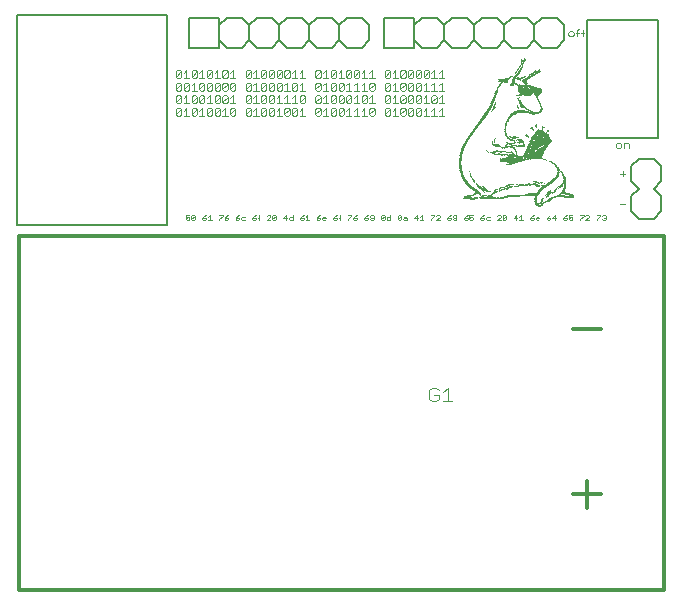
<source format=gto>
G75*
G70*
%OFA0B0*%
%FSLAX24Y24*%
%IPPOS*%
%LPD*%
%AMOC8*
5,1,8,0,0,1.08239X$1,22.5*
%
%ADD10R,0.0009X0.0004*%
%ADD11R,0.0013X0.0004*%
%ADD12R,0.0009X0.0004*%
%ADD13R,0.0009X0.0005*%
%ADD14R,0.0005X0.0005*%
%ADD15R,0.0018X0.0005*%
%ADD16R,0.0049X0.0005*%
%ADD17R,0.0005X0.0004*%
%ADD18R,0.0013X0.0005*%
%ADD19R,0.0031X0.0005*%
%ADD20R,0.0036X0.0005*%
%ADD21R,0.0022X0.0004*%
%ADD22R,0.0040X0.0005*%
%ADD23R,0.0036X0.0004*%
%ADD24R,0.0022X0.0005*%
%ADD25R,0.0018X0.0004*%
%ADD26R,0.0004X0.0005*%
%ADD27R,0.0004X0.0004*%
%ADD28R,0.0027X0.0005*%
%ADD29R,0.0009X0.0005*%
%ADD30R,0.0032X0.0005*%
%ADD31R,0.0040X0.0004*%
%ADD32R,0.0045X0.0004*%
%ADD33R,0.0027X0.0004*%
%ADD34R,0.0045X0.0005*%
%ADD35R,0.0027X0.0005*%
%ADD36R,0.0031X0.0004*%
%ADD37R,0.0054X0.0005*%
%ADD38R,0.0058X0.0005*%
%ADD39R,0.0049X0.0004*%
%ADD40R,0.0027X0.0004*%
%ADD41R,0.0050X0.0004*%
%ADD42R,0.0103X0.0005*%
%ADD43R,0.0166X0.0004*%
%ADD44R,0.0230X0.0005*%
%ADD45R,0.0090X0.0005*%
%ADD46R,0.0050X0.0005*%
%ADD47R,0.0076X0.0004*%
%ADD48R,0.0067X0.0004*%
%ADD49R,0.0175X0.0004*%
%ADD50R,0.0113X0.0004*%
%ADD51R,0.0099X0.0004*%
%ADD52R,0.0162X0.0005*%
%ADD53R,0.0153X0.0005*%
%ADD54R,0.0067X0.0005*%
%ADD55R,0.0117X0.0005*%
%ADD56R,0.0113X0.0005*%
%ADD57R,0.0184X0.0005*%
%ADD58R,0.0166X0.0005*%
%ADD59R,0.0095X0.0004*%
%ADD60R,0.0333X0.0004*%
%ADD61R,0.0077X0.0004*%
%ADD62R,0.0108X0.0004*%
%ADD63R,0.0058X0.0004*%
%ADD64R,0.0243X0.0004*%
%ADD65R,0.0081X0.0005*%
%ADD66R,0.0351X0.0005*%
%ADD67R,0.0095X0.0005*%
%ADD68R,0.0220X0.0005*%
%ADD69R,0.0140X0.0005*%
%ADD70R,0.0072X0.0005*%
%ADD71R,0.0153X0.0004*%
%ADD72R,0.0261X0.0004*%
%ADD73R,0.0135X0.0004*%
%ADD74R,0.0094X0.0004*%
%ADD75R,0.0072X0.0004*%
%ADD76R,0.0121X0.0004*%
%ADD77R,0.0229X0.0005*%
%ADD78R,0.0076X0.0005*%
%ADD79R,0.0225X0.0005*%
%ADD80R,0.0220X0.0004*%
%ADD81R,0.0216X0.0005*%
%ADD82R,0.0198X0.0004*%
%ADD83R,0.0072X0.0004*%
%ADD84R,0.0054X0.0004*%
%ADD85R,0.0085X0.0005*%
%ADD86R,0.0211X0.0004*%
%ADD87R,0.0180X0.0005*%
%ADD88R,0.0063X0.0005*%
%ADD89R,0.0130X0.0004*%
%ADD90R,0.0063X0.0004*%
%ADD91R,0.0162X0.0004*%
%ADD92R,0.0193X0.0005*%
%ADD93R,0.0054X0.0005*%
%ADD94R,0.0189X0.0005*%
%ADD95R,0.0275X0.0005*%
%ADD96R,0.0158X0.0005*%
%ADD97R,0.0126X0.0004*%
%ADD98R,0.0148X0.0004*%
%ADD99R,0.0099X0.0005*%
%ADD100R,0.0148X0.0005*%
%ADD101R,0.0158X0.0004*%
%ADD102R,0.0103X0.0004*%
%ADD103R,0.0180X0.0004*%
%ADD104R,0.0081X0.0004*%
%ADD105R,0.0126X0.0005*%
%ADD106R,0.0072X0.0005*%
%ADD107R,0.0144X0.0005*%
%ADD108R,0.0130X0.0005*%
%ADD109R,0.0121X0.0005*%
%ADD110R,0.0090X0.0004*%
%ADD111R,0.0310X0.0005*%
%ADD112R,0.0032X0.0004*%
%ADD113R,0.0306X0.0004*%
%ADD114R,0.0319X0.0005*%
%ADD115R,0.0283X0.0005*%
%ADD116R,0.0270X0.0004*%
%ADD117R,0.0279X0.0005*%
%ADD118R,0.0279X0.0004*%
%ADD119R,0.0315X0.0005*%
%ADD120R,0.0293X0.0005*%
%ADD121R,0.0167X0.0005*%
%ADD122R,0.0094X0.0005*%
%ADD123R,0.0077X0.0005*%
%ADD124R,0.0108X0.0005*%
%ADD125R,0.0117X0.0004*%
%ADD126R,0.0054X0.0004*%
%ADD127R,0.0099X0.0005*%
%ADD128R,0.0085X0.0004*%
%ADD129R,0.0122X0.0005*%
%ADD130R,0.0382X0.0004*%
%ADD131R,0.0418X0.0005*%
%ADD132R,0.0238X0.0005*%
%ADD133R,0.0414X0.0004*%
%ADD134R,0.0391X0.0005*%
%ADD135R,0.0400X0.0005*%
%ADD136R,0.0211X0.0005*%
%ADD137R,0.0238X0.0004*%
%ADD138R,0.0378X0.0005*%
%ADD139R,0.0252X0.0005*%
%ADD140R,0.0639X0.0004*%
%ADD141R,0.0684X0.0005*%
%ADD142R,0.0661X0.0005*%
%ADD143R,0.0661X0.0004*%
%ADD144R,0.0653X0.0005*%
%ADD145R,0.0657X0.0004*%
%ADD146R,0.0648X0.0004*%
%ADD147R,0.0342X0.0005*%
%ADD148R,0.0360X0.0004*%
%ADD149R,0.0338X0.0005*%
%ADD150R,0.0369X0.0005*%
%ADD151R,0.0342X0.0004*%
%ADD152R,0.0346X0.0005*%
%ADD153R,0.0364X0.0005*%
%ADD154R,0.0261X0.0005*%
%ADD155R,0.0203X0.0005*%
%ADD156R,0.0248X0.0005*%
%ADD157R,0.0162X0.0005*%
%ADD158R,0.0455X0.0004*%
%ADD159R,0.0463X0.0005*%
%ADD160R,0.0198X0.0005*%
%ADD161R,0.0468X0.0005*%
%ADD162R,0.0117X0.0004*%
%ADD163R,0.0477X0.0004*%
%ADD164R,0.0486X0.0005*%
%ADD165R,0.0225X0.0004*%
%ADD166R,0.0495X0.0004*%
%ADD167R,0.0459X0.0005*%
%ADD168R,0.0117X0.0005*%
%ADD169R,0.0455X0.0005*%
%ADD170R,0.0216X0.0004*%
%ADD171R,0.0441X0.0004*%
%ADD172R,0.0234X0.0004*%
%ADD173R,0.0513X0.0004*%
%ADD174R,0.0567X0.0005*%
%ADD175R,0.0436X0.0005*%
%ADD176R,0.0229X0.0004*%
%ADD177R,0.0405X0.0004*%
%ADD178R,0.0441X0.0005*%
%ADD179R,0.0437X0.0004*%
%ADD180R,0.0297X0.0005*%
%ADD181R,0.0324X0.0004*%
%ADD182R,0.0320X0.0005*%
%ADD183R,0.0319X0.0004*%
%ADD184R,0.0279X0.0004*%
%ADD185R,0.0297X0.0005*%
%ADD186R,0.0288X0.0004*%
%ADD187R,0.0265X0.0005*%
%ADD188R,0.0230X0.0004*%
%ADD189R,0.0252X0.0005*%
%ADD190R,0.0193X0.0004*%
%ADD191R,0.0144X0.0004*%
%ADD192R,0.0140X0.0004*%
%ADD193R,0.0139X0.0004*%
%ADD194R,0.0167X0.0004*%
%ADD195R,0.0175X0.0005*%
%ADD196R,0.0139X0.0005*%
%ADD197R,0.0135X0.0005*%
%ADD198R,0.0171X0.0005*%
%ADD199R,0.0203X0.0004*%
%ADD200R,0.0243X0.0005*%
%ADD201R,0.0257X0.0005*%
%ADD202R,0.0234X0.0005*%
%ADD203R,0.0274X0.0004*%
%ADD204R,0.0274X0.0005*%
%ADD205R,0.0256X0.0004*%
%ADD206R,0.0234X0.0005*%
%ADD207R,0.0144X0.0004*%
%ADD208R,0.0302X0.0005*%
%ADD209R,0.0189X0.0005*%
%ADD210R,0.0333X0.0005*%
%ADD211R,0.0351X0.0004*%
%ADD212R,0.0355X0.0005*%
%ADD213R,0.0500X0.0005*%
%ADD214R,0.0338X0.0004*%
%ADD215R,0.0499X0.0005*%
%ADD216R,0.0369X0.0004*%
%ADD217R,0.0508X0.0005*%
%ADD218R,0.0508X0.0004*%
%ADD219R,0.0513X0.0005*%
%ADD220R,0.0445X0.0005*%
%ADD221R,0.0499X0.0004*%
%ADD222R,0.0526X0.0005*%
%ADD223R,0.0504X0.0005*%
%ADD224R,0.0522X0.0004*%
%ADD225R,0.0517X0.0005*%
%ADD226R,0.0517X0.0004*%
%ADD227R,0.0522X0.0005*%
%ADD228R,0.0481X0.0004*%
%ADD229R,0.0490X0.0005*%
%ADD230R,0.0504X0.0004*%
%ADD231R,0.0473X0.0005*%
%ADD232R,0.0256X0.0005*%
%ADD233R,0.0459X0.0004*%
%ADD234R,0.0189X0.0004*%
%ADD235R,0.0185X0.0005*%
%ADD236R,0.0171X0.0004*%
%ADD237R,0.0185X0.0004*%
%ADD238R,0.0099X0.0004*%
%ADD239R,0.0328X0.0004*%
%ADD240R,0.0324X0.0005*%
%ADD241R,0.0310X0.0004*%
%ADD242R,0.0301X0.0005*%
%ADD243R,0.0162X0.0004*%
%ADD244R,0.0265X0.0004*%
%ADD245R,0.0275X0.0004*%
%ADD246R,0.0328X0.0005*%
%ADD247R,0.0320X0.0004*%
%ADD248R,0.0207X0.0005*%
%ADD249R,0.0720X0.0004*%
%ADD250R,0.0706X0.0005*%
%ADD251R,0.0693X0.0005*%
%ADD252R,0.0725X0.0004*%
%ADD253R,0.0720X0.0005*%
%ADD254R,0.0729X0.0004*%
%ADD255R,0.0711X0.0005*%
%ADD256R,0.0454X0.0004*%
%ADD257R,0.0725X0.0005*%
%ADD258R,0.0418X0.0004*%
%ADD259R,0.0414X0.0005*%
%ADD260R,0.0576X0.0005*%
%ADD261R,0.0428X0.0004*%
%ADD262R,0.0410X0.0005*%
%ADD263R,0.0414X0.0004*%
%ADD264R,0.0324X0.0004*%
%ADD265R,0.0396X0.0004*%
%ADD266R,0.0414X0.0005*%
%ADD267R,0.0252X0.0004*%
%ADD268R,0.0270X0.0005*%
%ADD269C,0.0020*%
%ADD270C,0.0060*%
%ADD271C,0.0120*%
%ADD272C,0.0040*%
%ADD273C,0.0080*%
%ADD274C,0.0050*%
D10*
X015209Y014302D03*
X015276Y014091D03*
X015321Y014001D03*
X015906Y013672D03*
X015906Y013650D03*
X015996Y013663D03*
X016019Y013627D03*
X016041Y013627D03*
X015839Y013470D03*
X016221Y013380D03*
X016446Y013380D03*
X016694Y013402D03*
X016514Y013695D03*
X016334Y013627D03*
X016806Y013798D03*
X017031Y013740D03*
X017796Y013560D03*
X017841Y013618D03*
X017909Y013762D03*
X018156Y013866D03*
X018179Y013888D03*
X018246Y013933D03*
X018291Y013942D03*
X018404Y014091D03*
X018404Y014145D03*
X018584Y014158D03*
X018584Y014181D03*
X018426Y014347D03*
X018291Y014505D03*
X017886Y014788D03*
X017729Y015013D03*
X017594Y014685D03*
X017369Y014766D03*
X017211Y014595D03*
X017054Y014550D03*
X017031Y014541D03*
X016986Y014572D03*
X016829Y014572D03*
X016806Y014563D03*
X016761Y014563D03*
X016604Y014662D03*
X016491Y014811D03*
X016491Y014820D03*
X016289Y014856D03*
X016289Y014878D03*
X016356Y015103D03*
X016424Y015112D03*
X016469Y015090D03*
X016694Y015103D03*
X016716Y015067D03*
X016851Y015171D03*
X016986Y015216D03*
X017054Y015292D03*
X017256Y015225D03*
X017301Y015135D03*
X017189Y015103D03*
X016986Y015000D03*
X016761Y015360D03*
X016739Y015900D03*
X016919Y016170D03*
X017256Y016273D03*
X017279Y016386D03*
X017279Y016395D03*
X017144Y016620D03*
X017121Y017128D03*
X017256Y017250D03*
X016964Y017376D03*
X016896Y017173D03*
X016716Y017340D03*
X016514Y017160D03*
X016446Y017038D03*
X016356Y016858D03*
X016334Y016498D03*
X016266Y016327D03*
X016266Y016318D03*
X016109Y016273D03*
X015974Y016147D03*
X015816Y015868D03*
X015546Y015508D03*
X015434Y015337D03*
X015389Y015292D03*
X015231Y015000D03*
X015209Y014946D03*
X015164Y014676D03*
X017414Y015058D03*
X017751Y015553D03*
X017661Y016170D03*
X017819Y016543D03*
X017751Y016665D03*
X017729Y016732D03*
X017729Y017025D03*
X017819Y017601D03*
X017234Y017713D03*
X017211Y017655D03*
X017211Y017826D03*
X017211Y017835D03*
X017301Y018015D03*
X018629Y013942D03*
X018629Y013866D03*
X018674Y013875D03*
X018539Y013762D03*
X018336Y013596D03*
X018449Y013447D03*
X018741Y013483D03*
X018741Y013492D03*
X018809Y013470D03*
X018134Y013312D03*
X018044Y013236D03*
X017909Y013146D03*
X017796Y013087D03*
D11*
X017816Y013087D03*
X017875Y013101D03*
X017888Y013110D03*
X017888Y013222D03*
X017888Y013258D03*
X017753Y013123D03*
X017726Y013123D03*
X017713Y013146D03*
X017713Y013155D03*
X017699Y013348D03*
X017722Y013425D03*
X017749Y013492D03*
X017740Y013506D03*
X017767Y013560D03*
X017789Y013573D03*
X017888Y013663D03*
X017911Y013672D03*
X017902Y013717D03*
X017933Y013717D03*
X017947Y013776D03*
X017888Y013785D03*
X018041Y013776D03*
X018091Y013807D03*
X018208Y013866D03*
X018226Y013875D03*
X018329Y013618D03*
X018320Y013596D03*
X018483Y013447D03*
X018505Y013447D03*
X018487Y013425D03*
X018554Y013528D03*
X018640Y013641D03*
X018618Y013672D03*
X018653Y013695D03*
X018635Y013740D03*
X018667Y013776D03*
X018626Y013911D03*
X018644Y014046D03*
X018438Y014145D03*
X018446Y014212D03*
X018428Y014212D03*
X018428Y014293D03*
X018401Y014347D03*
X018235Y014550D03*
X017825Y014698D03*
X017673Y014685D03*
X017636Y014685D03*
X017501Y014910D03*
X017461Y014910D03*
X017362Y014923D03*
X017371Y014820D03*
X017330Y014766D03*
X017308Y014766D03*
X017299Y014698D03*
X017272Y014640D03*
X017218Y014640D03*
X017213Y014730D03*
X017105Y014752D03*
X017051Y014811D03*
X017047Y014856D03*
X017043Y014878D03*
X017038Y014887D03*
X017029Y014910D03*
X017020Y014932D03*
X016961Y015036D03*
X016898Y015067D03*
X016943Y015112D03*
X016934Y015193D03*
X016966Y015202D03*
X016863Y015135D03*
X016777Y015081D03*
X016745Y015067D03*
X016714Y015081D03*
X016678Y015081D03*
X016691Y015045D03*
X016664Y015045D03*
X016664Y015036D03*
X016556Y014887D03*
X016552Y014797D03*
X016633Y014797D03*
X016660Y014797D03*
X016759Y014797D03*
X016759Y014788D03*
X016777Y014730D03*
X016781Y014721D03*
X016714Y014662D03*
X016673Y014572D03*
X016759Y014572D03*
X016826Y014563D03*
X016723Y014482D03*
X016534Y014617D03*
X016507Y014631D03*
X016304Y014856D03*
X016417Y014932D03*
X016381Y015090D03*
X016241Y015202D03*
X016304Y015261D03*
X016309Y015270D03*
X016687Y015495D03*
X016696Y015508D03*
X016673Y015562D03*
X016678Y015630D03*
X016683Y015697D03*
X016687Y015733D03*
X016723Y015855D03*
X016750Y015958D03*
X016889Y016116D03*
X016943Y016147D03*
X016988Y016170D03*
X017038Y016183D03*
X017119Y016228D03*
X017101Y016273D03*
X017263Y016386D03*
X017303Y016386D03*
X017362Y016341D03*
X017443Y016206D03*
X017587Y016228D03*
X017591Y016170D03*
X017614Y016170D03*
X017650Y016161D03*
X017668Y016183D03*
X017668Y016206D03*
X017722Y016206D03*
X017866Y016363D03*
X017853Y016453D03*
X017848Y016476D03*
X017843Y016485D03*
X017803Y016566D03*
X017776Y016620D03*
X017731Y016701D03*
X017726Y016710D03*
X017808Y016822D03*
X017879Y016948D03*
X017628Y016881D03*
X017542Y017016D03*
X017623Y017061D03*
X017380Y017128D03*
X017335Y017196D03*
X017366Y017295D03*
X017443Y017353D03*
X017488Y017466D03*
X017326Y017398D03*
X017155Y017565D03*
X017150Y017587D03*
X017168Y017587D03*
X017078Y017610D03*
X017240Y017736D03*
X017245Y017745D03*
X017249Y017767D03*
X017254Y017790D03*
X017258Y017803D03*
X017313Y017925D03*
X017213Y017983D03*
X017663Y017565D03*
X017686Y017601D03*
X017808Y017623D03*
X017339Y017002D03*
X017195Y016881D03*
X017123Y016971D03*
X017119Y017038D03*
X017114Y017115D03*
X017101Y017128D03*
X017002Y017173D03*
X016961Y017250D03*
X016930Y017308D03*
X016930Y017317D03*
X016948Y017362D03*
X017033Y017340D03*
X016754Y017353D03*
X016745Y017272D03*
X016673Y017227D03*
X016673Y017218D03*
X016511Y017151D03*
X016413Y016993D03*
X016403Y016948D03*
X016368Y016881D03*
X016340Y016845D03*
X016358Y016836D03*
X016340Y016791D03*
X016323Y016791D03*
X016304Y016656D03*
X016282Y016633D03*
X016255Y016530D03*
X016336Y016507D03*
X016327Y016476D03*
X016323Y016462D03*
X016323Y016453D03*
X016133Y016305D03*
X016098Y016237D03*
X015994Y016138D03*
X015899Y016035D03*
X015890Y015936D03*
X015773Y015855D03*
X015769Y015846D03*
X015738Y015801D03*
X015706Y015756D03*
X015697Y015742D03*
X015661Y015652D03*
X015611Y015621D03*
X015603Y015585D03*
X015562Y015553D03*
X015513Y015472D03*
X015476Y015427D03*
X015476Y015382D03*
X015431Y015306D03*
X015409Y015315D03*
X015386Y015283D03*
X015368Y015202D03*
X015333Y015180D03*
X015328Y015157D03*
X015296Y015135D03*
X015292Y015126D03*
X015274Y015022D03*
X015269Y015013D03*
X015256Y015022D03*
X015161Y014766D03*
X015148Y014676D03*
X015184Y014676D03*
X015179Y014631D03*
X015179Y014595D03*
X015143Y014640D03*
X015202Y014325D03*
X015202Y014293D03*
X015179Y014280D03*
X015161Y014280D03*
X015224Y014226D03*
X015243Y014077D03*
X015260Y014077D03*
X015283Y014077D03*
X015283Y014046D03*
X015310Y014010D03*
X015269Y014001D03*
X015292Y013956D03*
X015346Y013942D03*
X015391Y013866D03*
X015382Y013830D03*
X015463Y013740D03*
X015472Y013731D03*
X015508Y013708D03*
X015629Y013663D03*
X015679Y013515D03*
X015796Y013537D03*
X015890Y013650D03*
X015908Y013663D03*
X015971Y013686D03*
X015971Y013695D03*
X015967Y013717D03*
X015980Y013663D03*
X015994Y013627D03*
X016043Y013618D03*
X016061Y013618D03*
X016043Y013641D03*
X015868Y013717D03*
X015818Y013717D03*
X015783Y013740D03*
X015783Y013776D03*
X015908Y013425D03*
X015908Y013402D03*
X015931Y013425D03*
X015971Y013335D03*
X016057Y013438D03*
X016151Y013371D03*
X016188Y013348D03*
X016205Y013348D03*
X016223Y013348D03*
X016223Y013371D03*
X016336Y013560D03*
X016552Y013348D03*
X016718Y013402D03*
X016736Y013393D03*
X016773Y013686D03*
X016790Y013708D03*
X016808Y013717D03*
X016871Y013731D03*
X016912Y013753D03*
X016808Y013807D03*
X017209Y013798D03*
X017268Y013798D03*
X017268Y013807D03*
X017416Y013807D03*
X017456Y013821D03*
X017488Y013807D03*
X017519Y013807D03*
X017519Y013506D03*
X017591Y013461D03*
X017645Y013515D03*
X017249Y013447D03*
X018033Y013393D03*
X018091Y013258D03*
X018158Y013290D03*
X018230Y013348D03*
X018761Y013470D03*
X018770Y013483D03*
X018838Y013470D03*
X017879Y014968D03*
X017735Y015126D03*
X017735Y015135D03*
X017587Y015225D03*
X017569Y015283D03*
X017551Y015283D03*
X017641Y015315D03*
X017695Y015315D03*
X017722Y015360D03*
X017735Y015553D03*
X017515Y015688D03*
X017438Y015405D03*
X017223Y015292D03*
X017272Y015216D03*
X017281Y015202D03*
X017240Y015103D03*
X017285Y015090D03*
X017074Y015090D03*
X016903Y014833D03*
X016849Y014878D03*
X016898Y014698D03*
X017002Y014730D03*
X017358Y014640D03*
X017533Y014991D03*
X017528Y015157D03*
X017546Y015157D03*
X018064Y015486D03*
X018181Y015247D03*
X018154Y015225D03*
X016876Y015382D03*
X016818Y015405D03*
X016818Y015306D03*
X017159Y016530D03*
X017150Y016575D03*
X017146Y016588D03*
X017128Y016642D03*
X017110Y016665D03*
X017384Y016813D03*
X015350Y013416D03*
D12*
X015290Y013335D03*
X015600Y013470D03*
X015623Y013461D03*
X015672Y013492D03*
X015713Y013506D03*
X015758Y013560D03*
X015780Y013560D03*
X015753Y013582D03*
X015803Y013506D03*
X015830Y013483D03*
X015852Y013447D03*
X015812Y013380D03*
X015735Y013380D03*
X015735Y013371D03*
X015987Y013371D03*
X016050Y013447D03*
X016172Y013393D03*
X016190Y013357D03*
X016248Y013371D03*
X016248Y013380D03*
X016275Y013506D03*
X016293Y013515D03*
X016298Y013528D03*
X016343Y013551D03*
X016410Y013573D03*
X016473Y013582D03*
X016572Y013641D03*
X016608Y013717D03*
X016667Y013731D03*
X016743Y013672D03*
X016743Y013663D03*
X016797Y013695D03*
X016847Y013731D03*
X016752Y013785D03*
X016667Y013393D03*
X016644Y013371D03*
X016487Y013335D03*
X016442Y013371D03*
X016118Y013582D03*
X016104Y013573D03*
X016082Y013582D03*
X016059Y013627D03*
X016028Y013596D03*
X016014Y013641D03*
X016005Y013650D03*
X015965Y013650D03*
X015924Y013663D03*
X015888Y013663D03*
X015875Y013672D03*
X015875Y013650D03*
X015870Y013708D03*
X015843Y013708D03*
X015533Y013686D03*
X015470Y013798D03*
X015461Y013807D03*
X015429Y013843D03*
X015393Y013875D03*
X015348Y013956D03*
X015227Y014077D03*
X015213Y014113D03*
X015249Y014145D03*
X015204Y014226D03*
X015182Y014518D03*
X015146Y014518D03*
X015204Y014932D03*
X015240Y015013D03*
X015240Y015022D03*
X015263Y015058D03*
X015285Y015058D03*
X015312Y015157D03*
X015317Y015180D03*
X015393Y015261D03*
X015402Y015283D03*
X015461Y015360D03*
X015438Y015373D03*
X015492Y015441D03*
X015618Y015585D03*
X015645Y015607D03*
X015654Y015621D03*
X015645Y015652D03*
X015632Y015652D03*
X015690Y015733D03*
X015722Y015720D03*
X015762Y015778D03*
X015843Y015958D03*
X015965Y016048D03*
X016055Y016147D03*
X016100Y016228D03*
X016136Y016282D03*
X016167Y016341D03*
X016136Y016395D03*
X016253Y016305D03*
X016284Y016372D03*
X016302Y016408D03*
X016316Y016431D03*
X016316Y016440D03*
X016338Y016521D03*
X016262Y016566D03*
X016271Y016588D03*
X016275Y016597D03*
X016316Y016777D03*
X016343Y016858D03*
X016352Y016881D03*
X016374Y016926D03*
X016415Y017002D03*
X016478Y017092D03*
X016487Y017115D03*
X016541Y017196D03*
X016572Y017241D03*
X016725Y017227D03*
X016743Y017241D03*
X016757Y017241D03*
X016748Y017205D03*
X016748Y017286D03*
X016748Y017295D03*
X016770Y017317D03*
X016865Y017407D03*
X016892Y017421D03*
X016977Y017376D03*
X016968Y017353D03*
X017004Y017376D03*
X016995Y017398D03*
X017027Y017398D03*
X017072Y017475D03*
X017090Y017475D03*
X017022Y017542D03*
X017081Y017623D03*
X017135Y017700D03*
X017207Y017677D03*
X017220Y017677D03*
X017225Y017691D03*
X017229Y017700D03*
X017207Y017646D03*
X017198Y017632D03*
X017184Y017632D03*
X017243Y017758D03*
X017252Y017781D03*
X017261Y017812D03*
X017265Y017848D03*
X017270Y017893D03*
X017265Y017938D03*
X017207Y017938D03*
X017558Y017421D03*
X017540Y017407D03*
X017499Y017385D03*
X017486Y017407D03*
X017423Y017340D03*
X017400Y017331D03*
X017378Y017331D03*
X017351Y017241D03*
X017333Y017182D03*
X017360Y017160D03*
X017252Y017263D03*
X017238Y017263D03*
X017175Y017295D03*
X017202Y017331D03*
X017130Y017317D03*
X017108Y017331D03*
X017103Y017317D03*
X016946Y017250D03*
X016932Y017250D03*
X016973Y017196D03*
X016973Y017182D03*
X016932Y017173D03*
X016914Y017160D03*
X017013Y017160D03*
X017090Y017137D03*
X017112Y017092D03*
X017126Y016957D03*
X017198Y016867D03*
X017225Y016836D03*
X017319Y016813D03*
X017337Y016800D03*
X017454Y016800D03*
X017454Y016813D03*
X017477Y016800D03*
X017648Y016867D03*
X017702Y016768D03*
X017738Y016687D03*
X017738Y016678D03*
X017783Y016611D03*
X017783Y016597D03*
X017801Y016575D03*
X017837Y016498D03*
X017882Y016363D03*
X017832Y016251D03*
X017769Y016183D03*
X017643Y016170D03*
X017589Y016206D03*
X017585Y016237D03*
X017540Y016192D03*
X017562Y016170D03*
X017499Y016183D03*
X017486Y016206D03*
X017409Y016318D03*
X017364Y016363D03*
X017288Y016372D03*
X017265Y016431D03*
X017171Y016453D03*
X017157Y016521D03*
X017175Y016530D03*
X017171Y016552D03*
X017157Y016552D03*
X017162Y016588D03*
X017126Y016665D03*
X017139Y016282D03*
X017162Y016282D03*
X017216Y016273D03*
X017229Y016260D03*
X017270Y016273D03*
X017135Y016228D03*
X017108Y016260D03*
X017049Y016251D03*
X017036Y016251D03*
X016973Y016183D03*
X016973Y016170D03*
X016955Y016170D03*
X016955Y016192D03*
X016914Y016125D03*
X016833Y016048D03*
X016815Y016026D03*
X016797Y016003D03*
X016725Y015913D03*
X016725Y015900D03*
X016707Y015855D03*
X016676Y015756D03*
X016676Y015711D03*
X016689Y015711D03*
X016662Y015630D03*
X016703Y015495D03*
X016725Y015441D03*
X016734Y015427D03*
X016743Y015382D03*
X016766Y015382D03*
X016775Y015360D03*
X016788Y015360D03*
X016824Y015396D03*
X016847Y015396D03*
X016937Y015360D03*
X016995Y015396D03*
X017085Y015373D03*
X017130Y015292D03*
X017130Y015283D03*
X017148Y015270D03*
X017162Y015270D03*
X017162Y015225D03*
X017162Y015216D03*
X017184Y015216D03*
X017184Y015225D03*
X017202Y015225D03*
X017288Y015193D03*
X017288Y015135D03*
X017229Y015090D03*
X017202Y015103D03*
X017202Y015112D03*
X017139Y015090D03*
X017135Y015103D03*
X017040Y015090D03*
X017004Y014977D03*
X017036Y014901D03*
X017049Y014820D03*
X017045Y014775D03*
X017027Y014775D03*
X017126Y014685D03*
X017180Y014721D03*
X017216Y014653D03*
X017247Y014617D03*
X017274Y014631D03*
X017333Y014631D03*
X017351Y014653D03*
X017387Y014653D03*
X017400Y014730D03*
X017292Y014766D03*
X017522Y014662D03*
X017652Y014685D03*
X017652Y014707D03*
X017787Y014685D03*
X017895Y014676D03*
X017877Y014766D03*
X017990Y015000D03*
X018143Y014595D03*
X018323Y014473D03*
X018372Y014428D03*
X018543Y014235D03*
X018597Y014158D03*
X018611Y014136D03*
X018620Y014068D03*
X018620Y014055D03*
X018638Y014068D03*
X018669Y013911D03*
X018557Y013807D03*
X018570Y013785D03*
X018534Y013731D03*
X018521Y013731D03*
X018615Y013663D03*
X018656Y013686D03*
X018552Y013515D03*
X018543Y013438D03*
X018467Y013438D03*
X018467Y013447D03*
X018399Y013416D03*
X018264Y013371D03*
X018237Y013371D03*
X018138Y013303D03*
X018093Y013267D03*
X018098Y013245D03*
X017945Y013177D03*
X017913Y013155D03*
X017913Y013132D03*
X017859Y013101D03*
X017832Y013087D03*
X017697Y013155D03*
X017670Y013222D03*
X017697Y013258D03*
X017697Y013290D03*
X017733Y013438D03*
X017738Y013515D03*
X017810Y013582D03*
X017823Y013582D03*
X017837Y013582D03*
X017918Y013717D03*
X017949Y013717D03*
X017945Y013785D03*
X017904Y013785D03*
X017891Y013776D03*
X017805Y013762D03*
X017742Y013776D03*
X017742Y013785D03*
X017711Y013807D03*
X017688Y013798D03*
X017463Y013830D03*
X017450Y013830D03*
X017396Y013807D03*
X017378Y013798D03*
X017351Y013798D03*
X017202Y013807D03*
X017216Y013447D03*
X017229Y013447D03*
X017373Y013461D03*
X017576Y013461D03*
X017607Y013515D03*
X017895Y013290D03*
X018102Y013438D03*
X018120Y013461D03*
X018170Y013528D03*
X018161Y013582D03*
X018228Y013537D03*
X018332Y013627D03*
X018345Y013627D03*
X018147Y013821D03*
X018143Y013843D03*
X018192Y013866D03*
X018210Y013875D03*
X018093Y013798D03*
X018080Y013798D03*
X018075Y013807D03*
X018062Y013807D03*
X018048Y013807D03*
X018039Y013785D03*
X017918Y013866D03*
X018327Y013987D03*
X018341Y014001D03*
X018368Y014055D03*
X018368Y014077D03*
X018390Y014091D03*
X018413Y014158D03*
X018881Y013483D03*
X018768Y013402D03*
X017522Y014968D03*
X017490Y014977D03*
X017535Y015000D03*
X017463Y015090D03*
X017418Y014991D03*
X017670Y015270D03*
X017738Y015360D03*
X017769Y015441D03*
X017846Y015576D03*
X017922Y015742D03*
X017711Y015720D03*
X017693Y015787D03*
X017607Y015630D03*
X017585Y015630D03*
X017531Y015675D03*
X017382Y015463D03*
X017405Y015441D03*
X017382Y015418D03*
X017000Y015225D03*
X016959Y015180D03*
X016901Y015112D03*
X016887Y015081D03*
X016901Y015058D03*
X016842Y015067D03*
X016842Y015081D03*
X016860Y015157D03*
X016788Y015193D03*
X016752Y015193D03*
X016743Y015157D03*
X016730Y015148D03*
X016748Y015081D03*
X016640Y015036D03*
X016577Y015022D03*
X016635Y014910D03*
X016802Y014878D03*
X016869Y014743D03*
X016950Y014595D03*
X017022Y014572D03*
X016878Y014505D03*
X016833Y014482D03*
X016563Y014662D03*
X016527Y014676D03*
X016527Y014685D03*
X016509Y014640D03*
X016505Y014617D03*
X016442Y014820D03*
X016419Y014923D03*
X016307Y014878D03*
X016307Y014865D03*
X016262Y014878D03*
X016226Y014878D03*
X016298Y015126D03*
X016343Y015135D03*
X016410Y015112D03*
X016415Y015126D03*
X016415Y015135D03*
X016442Y015103D03*
X016455Y015112D03*
X016248Y015171D03*
X016248Y015225D03*
X016316Y015283D03*
X016343Y015351D03*
X015488Y014257D03*
X015506Y014145D03*
X015515Y014136D03*
X015587Y013987D03*
X018062Y015562D03*
X017792Y016845D03*
X017450Y016993D03*
X017697Y017520D03*
X017697Y017533D03*
X017679Y017556D03*
X017679Y017565D03*
X017805Y017601D03*
D13*
X017688Y017583D03*
X017679Y017596D03*
X017657Y017551D03*
X017697Y017529D03*
X017693Y017515D03*
X017589Y017515D03*
X017495Y017470D03*
X017513Y017416D03*
X017522Y017403D03*
X017472Y017403D03*
X017427Y017349D03*
X017378Y017313D03*
X017342Y017322D03*
X017337Y017259D03*
X017310Y017245D03*
X017288Y017245D03*
X017337Y017191D03*
X017360Y017164D03*
X017360Y017155D03*
X017378Y017133D03*
X017378Y017124D03*
X017378Y017119D03*
X017400Y016998D03*
X017445Y016966D03*
X017531Y017052D03*
X017576Y016885D03*
X017648Y016885D03*
X017688Y016809D03*
X017724Y016719D03*
X017738Y016692D03*
X017765Y016638D03*
X017783Y016606D03*
X017787Y016593D03*
X017801Y016579D03*
X017810Y016557D03*
X017837Y016512D03*
X017846Y016458D03*
X017859Y016458D03*
X017868Y016426D03*
X017855Y016300D03*
X017873Y016264D03*
X017823Y016242D03*
X017733Y016201D03*
X017679Y016201D03*
X017666Y016179D03*
X017621Y016179D03*
X017621Y016197D03*
X017589Y016197D03*
X017589Y016179D03*
X017589Y016174D03*
X017589Y016224D03*
X017585Y016233D03*
X017522Y016201D03*
X017517Y016197D03*
X017513Y016188D03*
X017490Y016188D03*
X017472Y016219D03*
X017364Y016242D03*
X017319Y016264D03*
X017297Y016233D03*
X017270Y016246D03*
X017207Y016246D03*
X017108Y016269D03*
X017090Y016246D03*
X017072Y016246D03*
X017072Y016242D03*
X017112Y016201D03*
X016991Y016219D03*
X016973Y016174D03*
X016973Y016156D03*
X016955Y016179D03*
X016914Y016174D03*
X016847Y016066D03*
X016815Y016030D03*
X016793Y015999D03*
X016748Y015972D03*
X016757Y015931D03*
X016743Y015927D03*
X016698Y015841D03*
X016707Y015805D03*
X016685Y015783D03*
X016676Y015747D03*
X016689Y015706D03*
X016676Y015594D03*
X016703Y015499D03*
X016730Y015436D03*
X016856Y015378D03*
X016869Y015378D03*
X016869Y015301D03*
X016959Y015288D03*
X017108Y015288D03*
X017130Y015301D03*
X017148Y015288D03*
X017148Y015279D03*
X017157Y015229D03*
X017130Y015211D03*
X017094Y015211D03*
X017202Y015229D03*
X017274Y015220D03*
X017288Y015130D03*
X017288Y015099D03*
X017274Y015099D03*
X017306Y015099D03*
X017409Y015040D03*
X017540Y015085D03*
X017513Y014919D03*
X017576Y014851D03*
X017603Y014896D03*
X017553Y014716D03*
X017522Y014658D03*
X017355Y014644D03*
X017351Y014635D03*
X017270Y014635D03*
X017247Y014626D03*
X017247Y014644D03*
X017225Y014613D03*
X017229Y014604D03*
X017207Y014667D03*
X017153Y014680D03*
X017139Y014680D03*
X017040Y014694D03*
X017000Y014784D03*
X017049Y014802D03*
X017045Y014847D03*
X017049Y014860D03*
X016932Y014806D03*
X016910Y014734D03*
X016892Y014734D03*
X016883Y014739D03*
X016779Y014748D03*
X016734Y014667D03*
X016734Y014658D03*
X016734Y014568D03*
X016824Y014568D03*
X016824Y014581D03*
X016833Y014509D03*
X016833Y014491D03*
X016950Y014599D03*
X017022Y014554D03*
X017036Y014559D03*
X017049Y014568D03*
X017045Y014577D03*
X017067Y014577D03*
X017067Y014581D03*
X017085Y014577D03*
X017112Y014577D03*
X017328Y014784D03*
X017342Y014815D03*
X017373Y014815D03*
X017337Y014860D03*
X017184Y015085D03*
X017153Y015094D03*
X017135Y015094D03*
X017045Y015094D03*
X016959Y015040D03*
X016950Y015031D03*
X016950Y015049D03*
X016982Y015009D03*
X016914Y015108D03*
X016914Y015117D03*
X016892Y015117D03*
X016869Y015139D03*
X016856Y015139D03*
X016860Y015175D03*
X016752Y015198D03*
X016725Y015144D03*
X016721Y015139D03*
X016743Y015076D03*
X016775Y015076D03*
X016775Y015085D03*
X016793Y015072D03*
X016802Y015076D03*
X016640Y015031D03*
X016518Y015076D03*
X016455Y015094D03*
X016451Y015099D03*
X016437Y015099D03*
X016437Y015108D03*
X016437Y015117D03*
X016415Y015108D03*
X016419Y015099D03*
X016320Y015130D03*
X016302Y015139D03*
X016302Y015117D03*
X016320Y015297D03*
X016320Y015301D03*
X016397Y014941D03*
X016419Y014919D03*
X016347Y014883D03*
X016320Y014883D03*
X016293Y014860D03*
X016302Y014838D03*
X016325Y014829D03*
X016352Y014815D03*
X016271Y014874D03*
X016518Y014806D03*
X016518Y014802D03*
X016509Y014667D03*
X016505Y014626D03*
X016590Y014581D03*
X016590Y014671D03*
X017108Y015378D03*
X017364Y015432D03*
X017378Y015454D03*
X017400Y015445D03*
X017454Y015387D03*
X017562Y015364D03*
X017621Y015301D03*
X017756Y015423D03*
X017769Y015445D03*
X017666Y015522D03*
X017688Y015549D03*
X017535Y015670D03*
X017540Y015679D03*
X017877Y015616D03*
X017913Y015657D03*
X017958Y015526D03*
X018102Y015594D03*
X018165Y015252D03*
X018129Y015189D03*
X018057Y015099D03*
X018035Y015072D03*
X017994Y015009D03*
X017756Y015175D03*
X017765Y014725D03*
X017711Y014725D03*
X017810Y014689D03*
X017828Y014703D03*
X017922Y014671D03*
X018341Y014442D03*
X018350Y014455D03*
X018363Y014442D03*
X018363Y014419D03*
X018422Y014329D03*
X018435Y014320D03*
X018422Y014307D03*
X018431Y014275D03*
X018444Y014275D03*
X018422Y014172D03*
X018413Y014154D03*
X018435Y014154D03*
X018440Y014149D03*
X018440Y014131D03*
X018431Y014127D03*
X018372Y014041D03*
X018372Y014028D03*
X018354Y014050D03*
X018341Y014005D03*
X018318Y013983D03*
X018260Y013947D03*
X018260Y013929D03*
X018210Y013924D03*
X018165Y013879D03*
X018098Y013834D03*
X018062Y013816D03*
X018057Y013789D03*
X018057Y013780D03*
X018057Y013771D03*
X018039Y013780D03*
X018030Y013749D03*
X018003Y013735D03*
X017994Y013749D03*
X017972Y013744D03*
X017981Y013722D03*
X017963Y013713D03*
X017927Y013713D03*
X017913Y013713D03*
X017900Y013713D03*
X017900Y013704D03*
X017882Y013681D03*
X017873Y013654D03*
X017837Y013645D03*
X017805Y013600D03*
X017805Y013569D03*
X017738Y013524D03*
X017738Y013510D03*
X017742Y013488D03*
X017760Y013501D03*
X017666Y013366D03*
X017688Y013344D03*
X017702Y013317D03*
X017702Y013299D03*
X017670Y013240D03*
X017693Y013164D03*
X017711Y013137D03*
X017720Y013128D03*
X017778Y013092D03*
X017810Y013173D03*
X017823Y013186D03*
X017828Y013182D03*
X017895Y013150D03*
X017927Y013159D03*
X017891Y013276D03*
X017895Y013285D03*
X017913Y013321D03*
X018098Y013254D03*
X018147Y013308D03*
X018174Y013299D03*
X018174Y013353D03*
X018233Y013375D03*
X018237Y013366D03*
X018255Y013384D03*
X018399Y013429D03*
X018467Y013434D03*
X018485Y013434D03*
X018485Y013443D03*
X018498Y013434D03*
X018467Y013456D03*
X018332Y013578D03*
X018323Y013614D03*
X018170Y013587D03*
X018192Y013524D03*
X018129Y013488D03*
X017913Y013659D03*
X017918Y013668D03*
X017922Y013758D03*
X017918Y013789D03*
X017945Y013789D03*
X017882Y013861D03*
X017787Y013857D03*
X017715Y013884D03*
X017702Y013906D03*
X017724Y013794D03*
X017783Y013780D03*
X017805Y013771D03*
X017562Y013825D03*
X017517Y013803D03*
X017517Y013794D03*
X017490Y013803D03*
X017432Y013812D03*
X017418Y013812D03*
X017378Y013789D03*
X017355Y013794D03*
X017274Y013789D03*
X017261Y013794D03*
X017207Y013794D03*
X016973Y013744D03*
X016955Y013803D03*
X016883Y013812D03*
X016847Y013816D03*
X016842Y013812D03*
X016815Y013735D03*
X016815Y013704D03*
X016743Y013681D03*
X016703Y013654D03*
X016658Y013726D03*
X016613Y013722D03*
X016617Y013654D03*
X016568Y013645D03*
X016478Y013578D03*
X016329Y013564D03*
X016320Y013533D03*
X016275Y013510D03*
X016257Y013501D03*
X016185Y013456D03*
X016149Y013434D03*
X016145Y013420D03*
X016185Y013375D03*
X016185Y013362D03*
X016172Y013362D03*
X016158Y013339D03*
X016208Y013366D03*
X016253Y013353D03*
X016262Y013366D03*
X016262Y013375D03*
X016275Y013362D03*
X016302Y013366D03*
X016302Y013375D03*
X016059Y013443D03*
X016023Y013362D03*
X015956Y013429D03*
X015938Y013434D03*
X015911Y013389D03*
X015897Y013389D03*
X015888Y013366D03*
X015825Y013375D03*
X015852Y013443D03*
X015852Y013465D03*
X015830Y013488D03*
X015830Y013501D03*
X015812Y013519D03*
X015785Y013533D03*
X015744Y013564D03*
X015740Y013587D03*
X015713Y013587D03*
X015708Y013546D03*
X015722Y013546D03*
X015708Y013510D03*
X015609Y013654D03*
X015609Y013659D03*
X015551Y013735D03*
X015537Y013726D03*
X015528Y013735D03*
X015515Y013726D03*
X015384Y013870D03*
X015393Y013879D03*
X015380Y013906D03*
X015348Y013947D03*
X015317Y013915D03*
X015294Y013951D03*
X015281Y013974D03*
X015213Y014109D03*
X015236Y014140D03*
X015249Y014149D03*
X015236Y014194D03*
X015146Y014356D03*
X015182Y014500D03*
X015146Y014689D03*
X015200Y014784D03*
X015204Y014806D03*
X015204Y014815D03*
X015177Y014847D03*
X015191Y014869D03*
X015245Y015004D03*
X015263Y015004D03*
X015290Y015054D03*
X015312Y015130D03*
X015326Y015153D03*
X015348Y015175D03*
X015348Y015184D03*
X015402Y015274D03*
X015438Y015324D03*
X015452Y015369D03*
X015474Y015409D03*
X015492Y015436D03*
X015488Y015445D03*
X015515Y015477D03*
X015528Y015477D03*
X015600Y015549D03*
X015609Y015589D03*
X015645Y015634D03*
X015632Y015657D03*
X015672Y015661D03*
X015672Y015648D03*
X015668Y015706D03*
X015695Y015706D03*
X015731Y015729D03*
X015762Y015769D03*
X015803Y015895D03*
X015852Y015972D03*
X015920Y015954D03*
X015942Y016008D03*
X015942Y016017D03*
X016005Y016089D03*
X016050Y016152D03*
X016055Y016156D03*
X016050Y016165D03*
X016028Y016224D03*
X016100Y016233D03*
X016140Y016291D03*
X016140Y016300D03*
X016136Y016332D03*
X016158Y016336D03*
X016158Y016345D03*
X016149Y016422D03*
X016190Y016503D03*
X016217Y016561D03*
X016257Y016570D03*
X016275Y016584D03*
X016298Y016651D03*
X016320Y016714D03*
X016325Y016728D03*
X016316Y016782D03*
X016347Y016795D03*
X016343Y016849D03*
X016473Y017088D03*
X016478Y017101D03*
X016487Y017119D03*
X016496Y017133D03*
X016500Y017142D03*
X016518Y017164D03*
X016518Y017169D03*
X016541Y017187D03*
X016541Y017191D03*
X016563Y017245D03*
X016640Y017236D03*
X016658Y017245D03*
X016658Y017223D03*
X016721Y017223D03*
X016748Y017254D03*
X016748Y017268D03*
X016748Y017277D03*
X016842Y017389D03*
X016842Y017394D03*
X016928Y017313D03*
X016928Y017299D03*
X016973Y017389D03*
X017013Y017394D03*
X017058Y017439D03*
X017049Y017335D03*
X017157Y017313D03*
X017180Y017313D03*
X017198Y017322D03*
X017198Y017326D03*
X017225Y017367D03*
X017139Y017547D03*
X017153Y017560D03*
X017162Y017574D03*
X017157Y017605D03*
X017198Y017628D03*
X017130Y017695D03*
X017103Y017664D03*
X017085Y017628D03*
X017081Y017619D03*
X017027Y017547D03*
X017261Y017799D03*
X017261Y017808D03*
X017261Y017817D03*
X017265Y017830D03*
X017216Y017844D03*
X017216Y017853D03*
X017220Y017862D03*
X017243Y017907D03*
X017274Y017920D03*
X017270Y017884D03*
X017310Y017920D03*
X017306Y017952D03*
X017319Y017952D03*
X017306Y018010D03*
X017036Y017164D03*
X017018Y017155D03*
X017013Y017142D03*
X016973Y017178D03*
X016932Y017169D03*
X016932Y017164D03*
X016901Y017164D03*
X016878Y017133D03*
X016865Y017119D03*
X017094Y017110D03*
X017117Y017088D03*
X017135Y017119D03*
X017229Y017110D03*
X017126Y016944D03*
X017162Y016885D03*
X017184Y016885D03*
X017193Y016876D03*
X017225Y016840D03*
X017238Y016840D03*
X017238Y016827D03*
X017382Y016804D03*
X017094Y016782D03*
X017126Y016660D03*
X017126Y016651D03*
X017112Y016651D03*
X017148Y016606D03*
X017162Y016548D03*
X017175Y016539D03*
X017175Y016534D03*
X017193Y016444D03*
X017175Y016435D03*
X017198Y016404D03*
X017229Y016458D03*
X017288Y016404D03*
X017288Y016381D03*
X017310Y016399D03*
X017333Y016359D03*
X017396Y016314D03*
X017112Y016354D03*
X017081Y016381D03*
X017085Y016404D03*
X016343Y016525D03*
X016338Y016512D03*
X016325Y016489D03*
X016325Y016480D03*
X016325Y016467D03*
X016316Y016435D03*
X016253Y016309D03*
X016464Y017254D03*
X016437Y017304D03*
X017747Y017020D03*
X017873Y016930D03*
X018543Y014230D03*
X018566Y014208D03*
X018588Y014176D03*
X018602Y014154D03*
X018611Y014140D03*
X018620Y014059D03*
X018602Y013857D03*
X018633Y013794D03*
X018638Y013771D03*
X018638Y013722D03*
X018642Y013681D03*
X018656Y013681D03*
X018597Y013600D03*
X018665Y013501D03*
X018687Y013497D03*
X018692Y013501D03*
X018710Y013488D03*
X018714Y013497D03*
X018714Y013501D03*
X018737Y013479D03*
X018759Y013479D03*
X018804Y013452D03*
X018818Y013501D03*
X018678Y013411D03*
X018543Y013749D03*
X018480Y013758D03*
X018080Y013794D03*
X017553Y013443D03*
X017373Y013452D03*
X017342Y013456D03*
X017328Y013456D03*
X017265Y013434D03*
X017216Y013429D03*
X017162Y013434D03*
X016932Y013456D03*
X016878Y013434D03*
X016842Y013443D03*
X016721Y013411D03*
X016662Y013375D03*
X016635Y013384D03*
X016082Y013578D03*
X016082Y013587D03*
X016055Y013578D03*
X016046Y013609D03*
X016046Y013645D03*
X015969Y013632D03*
X015965Y013659D03*
X015924Y013645D03*
X015920Y013659D03*
X015902Y013654D03*
X015875Y013654D03*
X015866Y013668D03*
X015870Y013690D03*
X015870Y013713D03*
X015843Y013713D03*
X015821Y013722D03*
X015789Y013726D03*
X015789Y013744D03*
X015785Y013749D03*
X015758Y013789D03*
X015735Y013816D03*
X015731Y013825D03*
X015717Y013839D03*
X015650Y013924D03*
X015609Y013960D03*
X015587Y013992D03*
X015587Y013996D03*
X015587Y014005D03*
X015506Y014118D03*
X015938Y013726D03*
X015956Y013704D03*
X015375Y013353D03*
X015326Y013330D03*
D14*
X015333Y013398D03*
X015454Y013339D03*
X015549Y013366D03*
X015566Y013443D03*
X015611Y013474D03*
X015639Y013488D03*
X015648Y013474D03*
X015670Y013474D03*
X015693Y013488D03*
X015701Y013497D03*
X015701Y013501D03*
X015656Y013497D03*
X015738Y013533D03*
X015738Y013542D03*
X015751Y013578D03*
X015751Y013587D03*
X015729Y013587D03*
X015715Y013578D03*
X015715Y013614D03*
X015715Y013623D03*
X015715Y013632D03*
X015701Y013632D03*
X015701Y013636D03*
X015701Y013614D03*
X015729Y013614D03*
X015783Y013578D03*
X015783Y013555D03*
X015791Y013555D03*
X015791Y013546D03*
X015783Y013546D03*
X015791Y013524D03*
X015796Y013519D03*
X015805Y013510D03*
X015814Y013510D03*
X015819Y013501D03*
X015819Y013497D03*
X015828Y013497D03*
X015836Y013497D03*
X015841Y013488D03*
X015841Y013474D03*
X015841Y013465D03*
X015841Y013456D03*
X015850Y013452D03*
X015850Y013474D03*
X015828Y013465D03*
X015819Y013488D03*
X015814Y013524D03*
X015814Y013533D03*
X015909Y013434D03*
X015931Y013420D03*
X015949Y013420D03*
X015971Y013429D03*
X015926Y013398D03*
X015886Y013389D03*
X015873Y013389D03*
X015873Y013375D03*
X015859Y013366D03*
X015859Y013362D03*
X015850Y013362D03*
X015850Y013366D03*
X015954Y013366D03*
X016030Y013339D03*
X016044Y013375D03*
X016053Y013375D03*
X016061Y013384D03*
X016061Y013452D03*
X016129Y013434D03*
X016165Y013434D03*
X016156Y013398D03*
X016143Y013398D03*
X016179Y013398D03*
X016219Y013398D03*
X016219Y013389D03*
X016219Y013362D03*
X016291Y013362D03*
X016336Y013353D03*
X016300Y013510D03*
X016291Y013510D03*
X016286Y013524D03*
X016278Y013519D03*
X016323Y013542D03*
X016331Y013555D03*
X016354Y013569D03*
X016368Y013564D03*
X016404Y013564D03*
X016480Y013587D03*
X016511Y013609D03*
X016556Y013636D03*
X016624Y013659D03*
X016696Y013668D03*
X016719Y013654D03*
X016741Y013654D03*
X016764Y013681D03*
X016764Y013690D03*
X016750Y013690D03*
X016750Y013699D03*
X016714Y013744D03*
X016736Y013758D03*
X016786Y013794D03*
X016786Y013803D03*
X016804Y013794D03*
X016809Y013803D03*
X016809Y013812D03*
X016849Y013758D03*
X016849Y013749D03*
X016863Y013726D03*
X016871Y013726D03*
X016826Y013713D03*
X016818Y013722D03*
X016818Y013726D03*
X016916Y013749D03*
X016894Y013812D03*
X016984Y013744D03*
X017034Y013803D03*
X017056Y013816D03*
X017065Y013749D03*
X017079Y013744D03*
X017214Y013812D03*
X017231Y013789D03*
X017321Y013780D03*
X017321Y013771D03*
X017358Y013803D03*
X017380Y013803D03*
X017394Y013816D03*
X017416Y013794D03*
X017434Y013816D03*
X017434Y013825D03*
X017434Y013834D03*
X017461Y013839D03*
X017461Y013848D03*
X017501Y013825D03*
X017493Y013812D03*
X017506Y013803D03*
X017493Y013794D03*
X017529Y013816D03*
X017596Y013825D03*
X017619Y013839D03*
X017659Y013834D03*
X017664Y013825D03*
X017664Y013816D03*
X017673Y013803D03*
X017681Y013816D03*
X017681Y013825D03*
X017695Y013816D03*
X017709Y013794D03*
X017718Y013789D03*
X017718Y013780D03*
X017695Y013789D03*
X017740Y013767D03*
X017749Y013794D03*
X017785Y013861D03*
X017754Y013884D03*
X017709Y013893D03*
X017709Y013902D03*
X017650Y013915D03*
X017866Y013677D03*
X017875Y013677D03*
X017884Y013677D03*
X017884Y013668D03*
X017875Y013668D03*
X017866Y013668D03*
X017866Y013659D03*
X017875Y013659D03*
X017861Y013645D03*
X017853Y013645D03*
X017853Y013636D03*
X017861Y013636D03*
X017853Y013654D03*
X017889Y013636D03*
X017898Y013636D03*
X017875Y013614D03*
X017866Y013614D03*
X017861Y013609D03*
X017861Y013600D03*
X017853Y013600D03*
X017839Y013578D03*
X017821Y013578D03*
X017821Y013569D03*
X017821Y013564D03*
X017821Y013555D03*
X017799Y013555D03*
X017799Y013546D03*
X017799Y013542D03*
X017794Y013524D03*
X017785Y013524D03*
X017776Y013497D03*
X017754Y013488D03*
X017740Y013519D03*
X017754Y013524D03*
X017754Y013533D03*
X017754Y013542D03*
X017799Y013564D03*
X017794Y013578D03*
X017794Y013591D03*
X017785Y013591D03*
X017794Y013600D03*
X017650Y013510D03*
X017628Y013524D03*
X017569Y013510D03*
X017664Y013429D03*
X017726Y013429D03*
X017704Y013344D03*
X017659Y013362D03*
X017681Y013249D03*
X017681Y013240D03*
X017704Y013231D03*
X017754Y013128D03*
X017731Y013114D03*
X017799Y013092D03*
X017839Y013092D03*
X017853Y013114D03*
X017906Y013164D03*
X017906Y013173D03*
X017920Y013186D03*
X017875Y013209D03*
X017839Y013195D03*
X017906Y013276D03*
X017898Y013299D03*
X017898Y013308D03*
X017929Y013339D03*
X017943Y013362D03*
X017951Y013362D03*
X018033Y013389D03*
X018046Y013389D03*
X018064Y013389D03*
X018064Y013398D03*
X018078Y013429D03*
X018091Y013443D03*
X018091Y013452D03*
X018100Y013456D03*
X018109Y013456D03*
X018114Y013474D03*
X018069Y013497D03*
X018069Y013501D03*
X018055Y013465D03*
X018001Y013434D03*
X018100Y013420D03*
X018136Y013317D03*
X018136Y013308D03*
X018136Y013299D03*
X018123Y013294D03*
X018114Y013294D03*
X018159Y013308D03*
X018159Y013317D03*
X018213Y013366D03*
X018249Y013362D03*
X018266Y013389D03*
X018294Y013389D03*
X018303Y013389D03*
X018303Y013398D03*
X018325Y013411D03*
X018339Y013398D03*
X018356Y013407D03*
X018451Y013434D03*
X018469Y013443D03*
X018469Y013452D03*
X018483Y013452D03*
X018514Y013479D03*
X018514Y013488D03*
X018514Y013497D03*
X018514Y013501D03*
X018541Y013501D03*
X018541Y013510D03*
X018550Y013510D03*
X018541Y013519D03*
X018536Y013524D03*
X018550Y013533D03*
X018550Y013542D03*
X018595Y013587D03*
X018595Y013609D03*
X018618Y013578D03*
X018541Y013434D03*
X018694Y013398D03*
X018775Y013398D03*
X018744Y013465D03*
X018775Y013474D03*
X018789Y013479D03*
X018798Y013479D03*
X018789Y013497D03*
X018798Y013501D03*
X018851Y013389D03*
X018541Y013744D03*
X018550Y013767D03*
X018550Y013771D03*
X018541Y013771D03*
X018550Y013780D03*
X018550Y013789D03*
X018550Y013794D03*
X018564Y013794D03*
X018564Y013789D03*
X018573Y013794D03*
X018586Y013794D03*
X018586Y013812D03*
X018573Y013812D03*
X018559Y013816D03*
X018573Y013839D03*
X018586Y013834D03*
X018604Y013839D03*
X018604Y013848D03*
X018618Y013839D03*
X018626Y013834D03*
X018676Y013884D03*
X018626Y014104D03*
X018581Y014185D03*
X018564Y014217D03*
X018550Y014221D03*
X018541Y014239D03*
X018536Y014244D03*
X018528Y014253D03*
X018496Y014275D03*
X018446Y014289D03*
X018438Y014289D03*
X018424Y014320D03*
X018429Y014221D03*
X018415Y014185D03*
X018446Y014154D03*
X018406Y014082D03*
X018401Y014073D03*
X018401Y014064D03*
X018361Y014028D03*
X018334Y014028D03*
X018334Y014014D03*
X018325Y014014D03*
X018316Y014014D03*
X018316Y014005D03*
X018339Y013996D03*
X018339Y013992D03*
X018339Y013969D03*
X018316Y013969D03*
X018316Y013960D03*
X018311Y013947D03*
X018280Y013947D03*
X018280Y013938D03*
X018266Y013938D03*
X018258Y013938D03*
X018249Y013947D03*
X018244Y013951D03*
X018244Y013960D03*
X018258Y013960D03*
X018258Y013951D03*
X018266Y013969D03*
X018271Y013974D03*
X018280Y013974D03*
X018280Y013983D03*
X018258Y013924D03*
X018258Y013915D03*
X018249Y013924D03*
X018244Y013915D03*
X018244Y013906D03*
X018199Y013915D03*
X018199Y013924D03*
X018181Y013902D03*
X018181Y013893D03*
X018181Y013884D03*
X018181Y013879D03*
X018168Y013884D03*
X018168Y013870D03*
X018154Y013870D03*
X018154Y013879D03*
X018145Y013884D03*
X018123Y013834D03*
X018086Y013834D03*
X018078Y013812D03*
X018091Y013803D03*
X018064Y013803D03*
X018064Y013794D03*
X018064Y013767D03*
X018041Y013767D03*
X018024Y013771D03*
X018010Y013771D03*
X018010Y013789D03*
X018024Y013789D03*
X018033Y013789D03*
X017996Y013789D03*
X017979Y013767D03*
X017979Y013758D03*
X017965Y013780D03*
X017929Y013789D03*
X017951Y013713D03*
X017951Y013704D03*
X017974Y013713D03*
X017996Y013839D03*
X018199Y013848D03*
X018384Y013681D03*
X018370Y013659D03*
X018334Y013636D03*
X018311Y013569D03*
X018311Y013564D03*
X018294Y013555D03*
X018280Y013555D03*
X018280Y013542D03*
X018271Y013542D03*
X018266Y013546D03*
X018235Y013533D03*
X018303Y013542D03*
X018168Y013524D03*
X018136Y013555D03*
X018109Y013564D03*
X018100Y013555D03*
X018091Y013533D03*
X018168Y013578D03*
X018429Y013699D03*
X018469Y013704D03*
X018069Y013254D03*
X018064Y013249D03*
X018055Y013240D03*
X017965Y013218D03*
X017411Y013474D03*
X017411Y013479D03*
X017403Y013474D03*
X017394Y013474D03*
X017155Y013452D03*
X017119Y013434D03*
X017065Y013443D03*
X017056Y013452D03*
X017051Y013443D03*
X017051Y013434D03*
X017029Y013443D03*
X017029Y013452D03*
X016921Y013434D03*
X016894Y013443D03*
X016894Y013452D03*
X016876Y013452D03*
X016871Y013456D03*
X016876Y013443D03*
X016826Y013434D03*
X016786Y013434D03*
X016759Y013434D03*
X016705Y013407D03*
X016705Y013398D03*
X016705Y013389D03*
X016646Y013398D03*
X016534Y013362D03*
X016480Y013668D03*
X016471Y013668D03*
X016489Y013681D03*
X016511Y013699D03*
X016570Y013713D03*
X016390Y013645D03*
X016376Y013645D03*
X016359Y013645D03*
X016331Y013623D03*
X016156Y013564D03*
X016098Y013587D03*
X016089Y013600D03*
X016066Y013587D03*
X016066Y013578D03*
X016044Y013578D03*
X016039Y013591D03*
X016016Y013600D03*
X016016Y013609D03*
X016030Y013632D03*
X016021Y013645D03*
X016008Y013654D03*
X015994Y013659D03*
X015985Y013659D03*
X015985Y013668D03*
X015985Y013677D03*
X015976Y013659D03*
X015971Y013645D03*
X015954Y013654D03*
X015949Y013645D03*
X015949Y013636D03*
X015909Y013645D03*
X015904Y013668D03*
X015904Y013677D03*
X015895Y013690D03*
X015873Y013677D03*
X015850Y013668D03*
X015814Y013704D03*
X015814Y013713D03*
X015805Y013713D03*
X015796Y013713D03*
X015805Y013704D03*
X015819Y013749D03*
X015769Y013780D03*
X015769Y013789D03*
X015760Y013803D03*
X015751Y013803D03*
X015751Y013794D03*
X015746Y013789D03*
X015746Y013780D03*
X015760Y013771D03*
X015760Y013767D03*
X015729Y013834D03*
X015715Y013834D03*
X015661Y013906D03*
X015648Y013915D03*
X015648Y013929D03*
X015634Y013947D03*
X015625Y013947D03*
X015625Y013938D03*
X015611Y013969D03*
X015603Y013969D03*
X015594Y013974D03*
X015589Y013969D03*
X015549Y014050D03*
X015544Y014073D03*
X015521Y014131D03*
X015504Y014131D03*
X015513Y014149D03*
X015274Y014109D03*
X015274Y014086D03*
X015274Y014059D03*
X015256Y014014D03*
X015324Y013992D03*
X015319Y013974D03*
X015341Y013951D03*
X015445Y013834D03*
X015459Y013803D03*
X015468Y013803D03*
X015476Y013803D03*
X015476Y013812D03*
X015468Y013794D03*
X015459Y013794D03*
X015504Y013758D03*
X015526Y013758D03*
X015526Y013767D03*
X015521Y013771D03*
X015526Y013749D03*
X015549Y013749D03*
X015549Y013726D03*
X015526Y013726D03*
X015526Y013722D03*
X015513Y013722D03*
X015476Y013722D03*
X015558Y013668D03*
X015639Y013659D03*
X015706Y013384D03*
X015738Y013375D03*
X015949Y013569D03*
X015954Y013564D03*
X015994Y013636D03*
X016016Y013668D03*
X015985Y013704D03*
X015963Y013722D03*
X015954Y013726D03*
X015954Y013735D03*
X015940Y013744D03*
X015931Y013749D03*
X015954Y013713D03*
X016053Y013636D03*
X016066Y013614D03*
X016089Y013569D03*
X016210Y013474D03*
X016219Y013465D03*
X016143Y013344D03*
X015256Y014154D03*
X015198Y014262D03*
X015184Y014577D03*
X015184Y014626D03*
X015175Y014626D03*
X015139Y014613D03*
X015220Y014851D03*
X015220Y014860D03*
X015243Y014919D03*
X015243Y014937D03*
X015234Y015004D03*
X015279Y015027D03*
X015288Y015040D03*
X015288Y015049D03*
X015265Y015072D03*
X015324Y015117D03*
X015341Y015162D03*
X015341Y015220D03*
X015346Y015229D03*
X015355Y015229D03*
X015400Y015256D03*
X015400Y015265D03*
X015423Y015297D03*
X015423Y015301D03*
X015409Y015324D03*
X015436Y015364D03*
X015490Y015409D03*
X015504Y015414D03*
X015504Y015432D03*
X015513Y015436D03*
X015499Y015459D03*
X015526Y015468D03*
X015535Y015481D03*
X015535Y015490D03*
X015535Y015499D03*
X015526Y015499D03*
X015535Y015513D03*
X015549Y015504D03*
X015558Y015504D03*
X015558Y015499D03*
X015566Y015499D03*
X015566Y015490D03*
X015558Y015513D03*
X015566Y015571D03*
X015603Y015571D03*
X015616Y015558D03*
X015639Y015589D03*
X015648Y015594D03*
X015656Y015634D03*
X015656Y015661D03*
X015648Y015661D03*
X015729Y015792D03*
X015738Y015792D03*
X015774Y015796D03*
X015783Y015796D03*
X015783Y015792D03*
X015791Y015805D03*
X015774Y015805D03*
X015769Y015774D03*
X015828Y015841D03*
X015836Y015850D03*
X015828Y015859D03*
X015931Y015976D03*
X015931Y015985D03*
X015931Y015994D03*
X015931Y016017D03*
X015954Y016017D03*
X015954Y016021D03*
X015949Y016075D03*
X015985Y016075D03*
X015994Y016075D03*
X015994Y016084D03*
X015994Y016089D03*
X016008Y016084D03*
X016016Y016084D03*
X016008Y016075D03*
X016039Y016165D03*
X016066Y016152D03*
X016089Y016233D03*
X016179Y016359D03*
X016179Y016377D03*
X016188Y016377D03*
X016156Y016390D03*
X016219Y016444D03*
X016219Y016449D03*
X016241Y016494D03*
X016246Y016516D03*
X016269Y016570D03*
X016286Y016602D03*
X016286Y016606D03*
X016336Y016503D03*
X016336Y016489D03*
X016300Y016422D03*
X016300Y016413D03*
X016314Y016413D03*
X016300Y016399D03*
X016291Y016390D03*
X016286Y016377D03*
X016278Y016354D03*
X016269Y016336D03*
X016269Y016314D03*
X016264Y016309D03*
X016255Y016300D03*
X016336Y016368D03*
X016345Y016390D03*
X016336Y016795D03*
X016331Y016831D03*
X016359Y016840D03*
X016354Y016849D03*
X016368Y016849D03*
X016381Y016876D03*
X016368Y016894D03*
X016359Y016894D03*
X016399Y016921D03*
X016426Y016998D03*
X016426Y017020D03*
X016444Y017056D03*
X016458Y017074D03*
X016503Y017146D03*
X016511Y017142D03*
X016539Y017209D03*
X016548Y017209D03*
X016570Y017223D03*
X016561Y017236D03*
X016584Y017236D03*
X016660Y017236D03*
X016714Y017281D03*
X016741Y017245D03*
X016741Y017236D03*
X016759Y017236D03*
X016759Y017232D03*
X016759Y017245D03*
X016759Y017209D03*
X016759Y017290D03*
X016795Y017349D03*
X016804Y017358D03*
X016871Y017412D03*
X016899Y017416D03*
X016899Y017425D03*
X016961Y017389D03*
X016989Y017380D03*
X016998Y017389D03*
X017006Y017367D03*
X017034Y017403D03*
X017011Y017434D03*
X016984Y017416D03*
X017056Y017470D03*
X017065Y017470D03*
X017056Y017479D03*
X017088Y017479D03*
X017088Y017484D03*
X017096Y017484D03*
X017088Y017493D03*
X017096Y017524D03*
X017119Y017551D03*
X017119Y017560D03*
X017133Y017569D03*
X017141Y017569D03*
X017169Y017614D03*
X017164Y017619D03*
X017178Y017637D03*
X017186Y017641D03*
X017186Y017650D03*
X017119Y017664D03*
X017119Y017673D03*
X017101Y017637D03*
X017088Y017637D03*
X017006Y017524D03*
X016939Y017322D03*
X016966Y017290D03*
X016984Y017187D03*
X016984Y017178D03*
X016998Y017169D03*
X016961Y017178D03*
X016930Y017155D03*
X016921Y017155D03*
X016908Y017178D03*
X016876Y017142D03*
X016840Y017133D03*
X017043Y017142D03*
X017056Y017155D03*
X017065Y017155D03*
X017074Y017146D03*
X017074Y017124D03*
X017074Y017119D03*
X017110Y017110D03*
X017119Y017110D03*
X017119Y017119D03*
X017133Y017133D03*
X017124Y017304D03*
X017254Y017277D03*
X017254Y017268D03*
X017254Y017259D03*
X017254Y017254D03*
X017276Y017245D03*
X017299Y017245D03*
X017299Y017232D03*
X017321Y017236D03*
X017321Y017245D03*
X017321Y017200D03*
X017344Y017164D03*
X017371Y017142D03*
X017380Y017029D03*
X017299Y017029D03*
X017434Y016966D03*
X017524Y017029D03*
X017591Y016966D03*
X017583Y016876D03*
X017591Y016872D03*
X017619Y016872D03*
X017650Y016876D03*
X017673Y016809D03*
X017673Y016804D03*
X017681Y016795D03*
X017681Y016786D03*
X017718Y016737D03*
X017726Y016728D03*
X017731Y016705D03*
X017771Y016629D03*
X017808Y016570D03*
X017808Y016561D03*
X017821Y016548D03*
X017830Y016525D03*
X017844Y016480D03*
X017853Y016480D03*
X017853Y016413D03*
X017866Y016300D03*
X017844Y016255D03*
X017839Y016242D03*
X017816Y016246D03*
X017785Y016219D03*
X017771Y016224D03*
X017754Y016210D03*
X017763Y016188D03*
X017771Y016188D03*
X017704Y016197D03*
X017695Y016201D03*
X017650Y016201D03*
X017619Y016224D03*
X017574Y016233D03*
X017538Y016242D03*
X017524Y016210D03*
X017506Y016210D03*
X017461Y016219D03*
X017470Y016278D03*
X017484Y016278D03*
X017461Y016291D03*
X017439Y016309D03*
X017425Y016314D03*
X017411Y016323D03*
X017371Y016332D03*
X017313Y016377D03*
X017321Y016390D03*
X017299Y016390D03*
X017299Y016404D03*
X017299Y016413D03*
X017290Y016377D03*
X017281Y016377D03*
X017254Y016467D03*
X017236Y016471D03*
X017236Y016489D03*
X017191Y016426D03*
X017088Y016444D03*
X017088Y016449D03*
X017079Y016422D03*
X017079Y016413D03*
X017079Y016399D03*
X017088Y016399D03*
X017110Y016345D03*
X017119Y016264D03*
X017124Y016242D03*
X017101Y016197D03*
X017043Y016188D03*
X017020Y016179D03*
X016998Y016165D03*
X016989Y016197D03*
X016961Y016210D03*
X016930Y016188D03*
X016921Y016188D03*
X016930Y016179D03*
X016930Y016174D03*
X016939Y016174D03*
X016876Y016134D03*
X016871Y016129D03*
X016849Y016111D03*
X016849Y016107D03*
X016849Y016098D03*
X016840Y016089D03*
X016876Y016098D03*
X016804Y016030D03*
X016795Y016030D03*
X016795Y016039D03*
X016764Y015963D03*
X016714Y015886D03*
X016719Y015882D03*
X016705Y015864D03*
X016728Y015859D03*
X016705Y015783D03*
X016696Y015783D03*
X016696Y015747D03*
X016674Y015729D03*
X016669Y015558D03*
X016696Y015522D03*
X016696Y015454D03*
X016719Y015436D03*
X016719Y015409D03*
X016719Y015400D03*
X016750Y015364D03*
X016759Y015364D03*
X016759Y015346D03*
X016764Y015342D03*
X016773Y015333D03*
X016786Y015346D03*
X016804Y015346D03*
X016786Y015364D03*
X016818Y015409D03*
X016840Y015301D03*
X016840Y015297D03*
X016863Y015288D03*
X016885Y015301D03*
X016916Y015288D03*
X016966Y015342D03*
X016989Y015229D03*
X016998Y015220D03*
X016984Y015211D03*
X016984Y015207D03*
X016966Y015198D03*
X016966Y015189D03*
X016966Y015184D03*
X016953Y015175D03*
X016975Y015117D03*
X016975Y015108D03*
X016953Y015099D03*
X016944Y015099D03*
X016916Y015072D03*
X016908Y015076D03*
X016930Y015049D03*
X016975Y015004D03*
X016975Y014995D03*
X017034Y014919D03*
X017056Y014847D03*
X016966Y014806D03*
X016939Y014802D03*
X016939Y014824D03*
X016916Y014829D03*
X016894Y014806D03*
X016894Y014802D03*
X016916Y014869D03*
X016899Y014874D03*
X016871Y014869D03*
X016840Y014883D03*
X016781Y014874D03*
X016736Y014874D03*
X016736Y014869D03*
X016719Y014883D03*
X016719Y014892D03*
X016696Y014905D03*
X016691Y014914D03*
X016638Y014919D03*
X016606Y014919D03*
X016593Y014905D03*
X016556Y014896D03*
X016516Y014896D03*
X016516Y014905D03*
X016458Y014928D03*
X016376Y014914D03*
X016376Y014905D03*
X016376Y014896D03*
X016323Y014892D03*
X016309Y014905D03*
X016291Y014896D03*
X016291Y014892D03*
X016291Y014883D03*
X016291Y014874D03*
X016291Y014869D03*
X016278Y014869D03*
X016278Y014860D03*
X016278Y014851D03*
X016264Y014851D03*
X016241Y014869D03*
X016264Y014883D03*
X016314Y014851D03*
X016314Y014838D03*
X016331Y014824D03*
X016331Y014815D03*
X016331Y014806D03*
X016345Y014806D03*
X016345Y014802D03*
X016376Y014806D03*
X016404Y014802D03*
X016404Y014815D03*
X016449Y014838D03*
X016489Y014829D03*
X016503Y014824D03*
X016516Y014815D03*
X016534Y014806D03*
X016534Y014802D03*
X016606Y014802D03*
X016624Y014806D03*
X016638Y014802D03*
X016696Y014802D03*
X016741Y014793D03*
X016764Y014784D03*
X016764Y014779D03*
X016750Y014716D03*
X016736Y014694D03*
X016705Y014689D03*
X016719Y014658D03*
X016651Y014667D03*
X016638Y014667D03*
X016601Y014680D03*
X016593Y014680D03*
X016593Y014658D03*
X016516Y014680D03*
X016638Y014568D03*
X016683Y014577D03*
X016683Y014581D03*
X016736Y014577D03*
X016764Y014554D03*
X016786Y014568D03*
X016831Y014554D03*
X016840Y014581D03*
X016876Y014500D03*
X016876Y014491D03*
X016908Y014500D03*
X016908Y014509D03*
X016989Y014532D03*
X017020Y014536D03*
X017065Y014554D03*
X017088Y014568D03*
X017110Y014581D03*
X017119Y014689D03*
X017214Y014635D03*
X017268Y014644D03*
X017290Y014644D03*
X017304Y014644D03*
X017304Y014635D03*
X017304Y014626D03*
X017245Y014689D03*
X017403Y014689D03*
X017479Y014725D03*
X017583Y014716D03*
X017574Y014667D03*
X017650Y014725D03*
X017659Y014725D03*
X017659Y014716D03*
X017673Y014712D03*
X017686Y014725D03*
X017718Y014712D03*
X017726Y014725D03*
X017740Y014725D03*
X017853Y014703D03*
X017875Y014667D03*
X017884Y014784D03*
X017830Y014950D03*
X017884Y014982D03*
X017866Y015099D03*
X017718Y015139D03*
X017583Y015085D03*
X017574Y015085D03*
X017538Y015076D03*
X017515Y015184D03*
X017290Y015189D03*
X017268Y015207D03*
X017259Y015229D03*
X017259Y015252D03*
X017200Y015220D03*
X017178Y015211D03*
X017164Y015207D03*
X017110Y015211D03*
X017079Y015207D03*
X017124Y015279D03*
X017124Y015288D03*
X017146Y015297D03*
X017101Y015319D03*
X017074Y015301D03*
X017141Y015117D03*
X017155Y015099D03*
X017169Y015099D03*
X017186Y015108D03*
X017186Y015117D03*
X017119Y015094D03*
X017110Y015099D03*
X017281Y015117D03*
X017380Y014973D03*
X017371Y014959D03*
X017434Y014937D03*
X017470Y014892D03*
X017484Y014874D03*
X017501Y014919D03*
X017659Y014874D03*
X017659Y015378D03*
X017650Y015378D03*
X017673Y015490D03*
X017619Y015612D03*
X017515Y015684D03*
X017763Y015612D03*
X017956Y015409D03*
X017920Y015364D03*
X017956Y015324D03*
X018078Y015481D03*
X018100Y015589D03*
X018176Y015256D03*
X018190Y015252D03*
X018091Y015144D03*
X018249Y014545D03*
X018235Y014536D03*
X018289Y014509D03*
X018316Y014487D03*
X018325Y014464D03*
X018339Y014464D03*
X018339Y014455D03*
X017389Y015414D03*
X016863Y015166D03*
X016863Y015153D03*
X016863Y015076D03*
X016840Y015076D03*
X016809Y015072D03*
X016759Y015072D03*
X016750Y015063D03*
X016719Y015085D03*
X016705Y015072D03*
X016705Y015054D03*
X016705Y015049D03*
X016669Y015063D03*
X016683Y015094D03*
X016691Y015099D03*
X016691Y015108D03*
X016705Y015121D03*
X016719Y015130D03*
X016736Y015166D03*
X016736Y015184D03*
X016714Y015207D03*
X016773Y015166D03*
X016638Y015027D03*
X016638Y015018D03*
X016615Y015031D03*
X016548Y015054D03*
X016516Y015072D03*
X016511Y015063D03*
X016503Y015076D03*
X016503Y015085D03*
X016489Y015085D03*
X016489Y015076D03*
X016471Y015085D03*
X016466Y015094D03*
X016466Y015108D03*
X016480Y015108D03*
X016480Y015099D03*
X016458Y015121D03*
X016426Y015130D03*
X016426Y015139D03*
X016413Y015117D03*
X016404Y015094D03*
X016331Y015108D03*
X016323Y015139D03*
X016255Y015184D03*
X016255Y015189D03*
X016255Y015198D03*
X016255Y015207D03*
X016255Y015211D03*
X016246Y015207D03*
X016246Y015198D03*
X016246Y015189D03*
X016246Y015184D03*
X016246Y015175D03*
X016066Y014914D03*
X015481Y015436D03*
X016764Y014478D03*
X016764Y014469D03*
X016818Y014487D03*
X017029Y016246D03*
X017029Y016255D03*
X017209Y016219D03*
X017254Y016246D03*
X017281Y016264D03*
X017304Y016264D03*
X017344Y016255D03*
X017389Y016242D03*
X017214Y016278D03*
X017164Y016534D03*
X017164Y016539D03*
X017155Y016534D03*
X017164Y016786D03*
X017141Y016809D03*
X017101Y016795D03*
X017079Y016786D03*
X017034Y016764D03*
X017164Y016863D03*
X017178Y016863D03*
X017259Y016849D03*
X017321Y016804D03*
X017321Y016795D03*
X017349Y016786D03*
X017389Y016795D03*
X017394Y016804D03*
X017403Y016804D03*
X017434Y016809D03*
X017439Y016804D03*
X017456Y016795D03*
X017448Y016782D03*
X017506Y016795D03*
X017506Y016804D03*
X017551Y016840D03*
X017538Y016885D03*
X017641Y017056D03*
X017731Y016944D03*
X017776Y016989D03*
X017799Y017007D03*
X017529Y017412D03*
X017538Y017425D03*
X017560Y017439D03*
X017605Y017470D03*
X017619Y017479D03*
X017641Y017470D03*
X017664Y017493D03*
X017673Y017506D03*
X017659Y017538D03*
X017650Y017560D03*
X017664Y017569D03*
X017560Y017502D03*
X017538Y017493D03*
X017484Y017461D03*
X017470Y017457D03*
X017484Y017416D03*
X017470Y017394D03*
X017456Y017394D03*
X017439Y017394D03*
X017411Y017371D03*
X017403Y017358D03*
X017380Y017358D03*
X017380Y017349D03*
X017389Y017335D03*
X017380Y017322D03*
X017366Y017326D03*
X017358Y017335D03*
X017335Y017335D03*
X017326Y017326D03*
X017321Y017322D03*
X017259Y017290D03*
X017254Y017367D03*
X017281Y017380D03*
X017299Y017389D03*
X017344Y017403D03*
X017403Y017326D03*
X017439Y017349D03*
X017254Y017763D03*
X017245Y017763D03*
X017259Y017785D03*
X017259Y017821D03*
X017268Y017844D03*
X017268Y017853D03*
X017268Y017862D03*
X017268Y017889D03*
X017268Y017898D03*
X017223Y017884D03*
X017214Y017920D03*
X017214Y017988D03*
X017299Y018019D03*
X017214Y017839D03*
X017209Y017830D03*
X016458Y017259D03*
X017861Y016233D03*
D15*
X017823Y016224D03*
X017810Y016201D03*
X017787Y016201D03*
X017756Y016201D03*
X017670Y016197D03*
X017436Y016210D03*
X017301Y016269D03*
X017283Y016390D03*
X017081Y016390D03*
X017040Y016242D03*
X017000Y016233D03*
X016896Y016152D03*
X016887Y016129D03*
X016829Y016066D03*
X016820Y016039D03*
X016739Y015931D03*
X016739Y015909D03*
X016730Y015886D03*
X016716Y015841D03*
X016712Y015828D03*
X016694Y015774D03*
X016671Y015661D03*
X016671Y015648D03*
X016685Y015558D03*
X016694Y015504D03*
X016788Y015342D03*
X016851Y015391D03*
X016959Y015409D03*
X017000Y015400D03*
X016973Y015346D03*
X016950Y015279D03*
X016950Y015184D03*
X016847Y015153D03*
X016793Y015166D03*
X016752Y015162D03*
X016680Y015085D03*
X016721Y015054D03*
X016833Y015063D03*
X016887Y015072D03*
X017004Y014964D03*
X017009Y014959D03*
X017013Y014950D03*
X017018Y014941D03*
X017027Y014914D03*
X017031Y014905D03*
X017040Y014883D03*
X017045Y014869D03*
X017054Y014838D03*
X017054Y014829D03*
X017054Y014815D03*
X017054Y014806D03*
X017027Y014779D03*
X016968Y014757D03*
X016910Y014806D03*
X016919Y014824D03*
X016905Y014860D03*
X016797Y014748D03*
X016766Y014725D03*
X016739Y014671D03*
X016752Y014581D03*
X016802Y014581D03*
X016802Y014568D03*
X016838Y014500D03*
X016847Y014487D03*
X016932Y014599D03*
X016964Y014604D03*
X017099Y014689D03*
X017310Y014784D03*
X017342Y014748D03*
X017328Y014829D03*
X017333Y014838D03*
X017405Y014847D03*
X017418Y014806D03*
X017522Y014680D03*
X017504Y014658D03*
X017693Y014892D03*
X017733Y014914D03*
X017765Y014928D03*
X017877Y014779D03*
X017828Y014680D03*
X017459Y014986D03*
X017409Y014982D03*
X017387Y014982D03*
X017301Y015117D03*
X017292Y015166D03*
X017292Y015175D03*
X017288Y015184D03*
X017234Y015094D03*
X017184Y015099D03*
X017126Y015297D03*
X017144Y015310D03*
X017175Y015310D03*
X017382Y015459D03*
X017445Y015391D03*
X017585Y015346D03*
X017603Y015301D03*
X017643Y015319D03*
X017684Y015288D03*
X017693Y015301D03*
X017729Y015364D03*
X017756Y015414D03*
X017657Y015481D03*
X017711Y015571D03*
X017720Y015580D03*
X017760Y015589D03*
X017774Y015625D03*
X017823Y015526D03*
X017918Y015580D03*
X017927Y015571D03*
X017922Y015684D03*
X018084Y015594D03*
X018098Y015414D03*
X018093Y015153D03*
X017522Y015076D03*
X017612Y015616D03*
X017553Y015706D03*
X017706Y015738D03*
X017868Y016413D03*
X017850Y016467D03*
X017850Y016471D03*
X017841Y016494D03*
X017742Y016674D03*
X017733Y016741D03*
X017661Y016854D03*
X017720Y016953D03*
X017760Y016989D03*
X017666Y016984D03*
X017589Y016984D03*
X017544Y017007D03*
X017544Y017011D03*
X017445Y017020D03*
X017382Y017065D03*
X017256Y017011D03*
X017202Y016885D03*
X017193Y016872D03*
X017220Y016854D03*
X017234Y016831D03*
X017153Y016921D03*
X017094Y017119D03*
X016901Y017169D03*
X016946Y017299D03*
X016964Y017380D03*
X017009Y017416D03*
X017031Y017412D03*
X017103Y017502D03*
X017103Y017529D03*
X017126Y017529D03*
X017162Y017583D03*
X017184Y017614D03*
X017202Y017650D03*
X017211Y017664D03*
X017216Y017673D03*
X017216Y017682D03*
X017220Y017686D03*
X017234Y017718D03*
X017238Y017731D03*
X017126Y017686D03*
X017225Y017907D03*
X017207Y017952D03*
X017211Y017979D03*
X017306Y018001D03*
X017594Y017448D03*
X017589Y017439D03*
X017427Y017344D03*
X017382Y017326D03*
X017373Y017335D03*
X017337Y017245D03*
X017324Y017223D03*
X017198Y017344D03*
X016752Y017304D03*
X016752Y017299D03*
X016721Y017268D03*
X016721Y017245D03*
X016554Y017223D03*
X016550Y017214D03*
X016487Y017110D03*
X016464Y017079D03*
X016410Y016984D03*
X016370Y016908D03*
X016338Y016827D03*
X016338Y016773D03*
X016316Y016773D03*
X016320Y016741D03*
X016302Y016669D03*
X016262Y016660D03*
X016271Y016593D03*
X016253Y016539D03*
X016140Y016390D03*
X016158Y016332D03*
X016032Y016129D03*
X015933Y016075D03*
X015830Y015873D03*
X015623Y015634D03*
X015627Y015612D03*
X015605Y015612D03*
X015650Y015612D03*
X015564Y015558D03*
X015582Y015526D03*
X015519Y015481D03*
X015510Y015468D03*
X015483Y015432D03*
X015474Y015400D03*
X015429Y015346D03*
X015429Y015319D03*
X015398Y015297D03*
X015384Y015274D03*
X015389Y015252D03*
X015366Y015252D03*
X015321Y015175D03*
X015308Y015153D03*
X015312Y015108D03*
X015308Y015099D03*
X015285Y015099D03*
X015258Y015040D03*
X015222Y014973D03*
X015209Y014869D03*
X015173Y014802D03*
X015146Y014604D03*
X015146Y014599D03*
X015146Y014590D03*
X015146Y014545D03*
X015141Y014514D03*
X015168Y014262D03*
X015213Y014262D03*
X015254Y014140D03*
X015294Y014050D03*
X015308Y014019D03*
X015254Y014028D03*
X015339Y013893D03*
X015362Y013857D03*
X015398Y013812D03*
X015416Y013789D03*
X015447Y013816D03*
X015456Y013749D03*
X015510Y013704D03*
X015690Y013546D03*
X015686Y013524D03*
X015672Y013488D03*
X015654Y013479D03*
X015569Y013452D03*
X015659Y013366D03*
X015821Y013366D03*
X015870Y013353D03*
X015974Y013344D03*
X015978Y013362D03*
X016059Y013434D03*
X016140Y013407D03*
X016181Y013434D03*
X016248Y013362D03*
X016307Y013384D03*
X016356Y013366D03*
X016424Y013578D03*
X016640Y013375D03*
X016824Y013411D03*
X016874Y013411D03*
X016896Y013434D03*
X016919Y013420D03*
X016775Y013704D03*
X016842Y013726D03*
X016694Y013744D03*
X016086Y013591D03*
X016046Y013587D03*
X016046Y013632D03*
X016019Y013636D03*
X015969Y013668D03*
X015974Y013690D03*
X015807Y013744D03*
X015794Y013735D03*
X015780Y013758D03*
X015780Y013767D03*
X015789Y013771D03*
X015758Y013569D03*
X015735Y013569D03*
X015524Y014086D03*
X015510Y014127D03*
X015510Y014140D03*
X015506Y014154D03*
X016491Y014806D03*
X016397Y014937D03*
X016581Y015031D03*
X016379Y015153D03*
X016307Y015243D03*
X016311Y015265D03*
X016311Y015279D03*
X016253Y015162D03*
X016653Y014577D03*
X017261Y013443D03*
X017400Y013465D03*
X017693Y013285D03*
X017688Y013231D03*
X017711Y013164D03*
X017706Y013150D03*
X017756Y013141D03*
X017751Y013114D03*
X017783Y013096D03*
X017886Y013141D03*
X017895Y013137D03*
X017945Y013182D03*
X017882Y013218D03*
X017895Y013249D03*
X018030Y013231D03*
X018071Y013240D03*
X018152Y013285D03*
X018179Y013308D03*
X018188Y013317D03*
X018192Y013321D03*
X018296Y013384D03*
X018417Y013429D03*
X018588Y013398D03*
X018741Y013497D03*
X018773Y013497D03*
X018809Y013474D03*
X018615Y013600D03*
X018611Y013614D03*
X018629Y013623D03*
X018624Y013681D03*
X018656Y013722D03*
X018620Y013857D03*
X018624Y013861D03*
X018629Y013870D03*
X018633Y013960D03*
X018633Y013969D03*
X018629Y014014D03*
X018651Y014014D03*
X018638Y014059D03*
X018638Y014064D03*
X018615Y014118D03*
X018584Y014172D03*
X018440Y014172D03*
X018413Y014127D03*
X018390Y014082D03*
X018372Y014073D03*
X018372Y014064D03*
X018372Y014050D03*
X018300Y014005D03*
X018300Y013983D03*
X018296Y013938D03*
X018228Y013924D03*
X018116Y013812D03*
X018116Y013803D03*
X018111Y013794D03*
X018003Y013780D03*
X017999Y013726D03*
X017999Y013722D03*
X017972Y013726D03*
X017927Y013771D03*
X017900Y013668D03*
X017859Y013623D03*
X017837Y013636D03*
X017837Y013609D03*
X017769Y013524D03*
X017765Y013780D03*
X018314Y013578D03*
X018341Y013614D03*
X018440Y014244D03*
X018440Y014253D03*
X018399Y014356D03*
X018260Y014532D03*
X018255Y014536D03*
X017148Y016219D03*
X017130Y016606D03*
X017130Y016629D03*
X017121Y016647D03*
X017112Y016669D03*
X017769Y017538D03*
X017810Y017619D03*
D16*
X017609Y017461D03*
X017645Y017020D03*
X017330Y017029D03*
X017398Y016809D03*
X017195Y016467D03*
X016214Y016516D03*
X016183Y016444D03*
X016025Y016143D03*
X015787Y015841D03*
X016363Y015144D03*
X016372Y015099D03*
X016327Y014896D03*
X016912Y014748D03*
X017218Y014703D03*
X017227Y014658D03*
X017510Y014716D03*
X017452Y015094D03*
X017533Y015274D03*
X017578Y015355D03*
X017677Y015409D03*
X017105Y015310D03*
X017069Y015085D03*
X018230Y013893D03*
X018622Y013636D03*
X018590Y013542D03*
X017848Y013096D03*
X017677Y013294D03*
X017690Y013384D03*
X017690Y013389D03*
X017690Y013398D03*
X017182Y013429D03*
X016754Y013398D03*
X015674Y013587D03*
X015530Y013452D03*
X015359Y013879D03*
X015350Y013915D03*
X015292Y013992D03*
X015283Y014005D03*
X015202Y014194D03*
X015170Y014334D03*
X015179Y014343D03*
X015179Y014356D03*
X015170Y014716D03*
X015179Y014779D03*
X015193Y014829D03*
X015193Y014838D03*
X015215Y014905D03*
X017047Y017448D03*
D17*
X017065Y017466D03*
X017079Y017466D03*
X017065Y017488D03*
X017096Y017520D03*
X017133Y017578D03*
X017169Y017610D03*
X017101Y017646D03*
X017096Y017655D03*
X017110Y017677D03*
X017124Y017677D03*
X017146Y017713D03*
X017164Y017736D03*
X017214Y017848D03*
X017223Y017857D03*
X017223Y017871D03*
X017223Y017880D03*
X017231Y017880D03*
X017268Y017871D03*
X017268Y017857D03*
X017268Y017835D03*
X017245Y017916D03*
X017299Y017925D03*
X017290Y017961D03*
X017065Y017587D03*
X017051Y017578D03*
X017034Y017556D03*
X017034Y017407D03*
X017006Y017398D03*
X016984Y017398D03*
X016984Y017407D03*
X016961Y017362D03*
X016966Y017317D03*
X016966Y017286D03*
X016961Y017182D03*
X016930Y017160D03*
X016921Y017173D03*
X016863Y017128D03*
X016863Y017115D03*
X016840Y017137D03*
X016759Y017218D03*
X016759Y017227D03*
X016741Y017227D03*
X016728Y017218D03*
X016714Y017250D03*
X016741Y017263D03*
X016759Y017250D03*
X016714Y017295D03*
X016660Y017227D03*
X016660Y017218D03*
X016561Y017227D03*
X016561Y017241D03*
X016556Y017196D03*
X016503Y017137D03*
X016503Y017128D03*
X016494Y017128D03*
X016458Y017061D03*
X016449Y017061D03*
X016435Y017038D03*
X016426Y017025D03*
X016421Y017016D03*
X016399Y016912D03*
X016309Y016665D03*
X016300Y016642D03*
X016286Y016611D03*
X016246Y016633D03*
X016269Y016552D03*
X016246Y016507D03*
X016219Y016453D03*
X016179Y016372D03*
X016089Y016327D03*
X016120Y016273D03*
X016120Y016251D03*
X016084Y016237D03*
X016066Y016161D03*
X016053Y016138D03*
X016016Y016093D03*
X016008Y016093D03*
X015999Y016093D03*
X015985Y016057D03*
X015976Y016048D03*
X015931Y016012D03*
X015931Y016003D03*
X015931Y015990D03*
X015859Y015877D03*
X015836Y015868D03*
X015828Y015868D03*
X015791Y015801D03*
X015783Y015787D03*
X015774Y015787D03*
X015746Y015756D03*
X015729Y015711D03*
X015701Y015697D03*
X015701Y015688D03*
X015701Y015733D03*
X015661Y015643D03*
X015611Y015562D03*
X015571Y015576D03*
X015566Y015517D03*
X015558Y015517D03*
X015558Y015508D03*
X015558Y015495D03*
X015544Y015517D03*
X015535Y015517D03*
X015526Y015472D03*
X015526Y015463D03*
X015513Y015427D03*
X015490Y015418D03*
X015490Y015405D03*
X015468Y015373D03*
X015423Y015337D03*
X015355Y015180D03*
X015346Y015180D03*
X015355Y015171D03*
X015274Y015090D03*
X015274Y015058D03*
X015256Y015013D03*
X015206Y014797D03*
X015184Y014640D03*
X015175Y014550D03*
X015189Y014293D03*
X015274Y014100D03*
X015333Y013965D03*
X015391Y013897D03*
X015445Y013843D03*
X015459Y013830D03*
X015468Y013821D03*
X015490Y013762D03*
X015521Y013753D03*
X015526Y013740D03*
X015526Y013731D03*
X015549Y013740D03*
X015594Y013708D03*
X015639Y013672D03*
X015639Y013650D03*
X015625Y013650D03*
X015616Y013650D03*
X015679Y013650D03*
X015715Y013605D03*
X015729Y013605D03*
X015729Y013596D03*
X015751Y013596D03*
X015783Y013573D03*
X015814Y013515D03*
X015814Y013506D03*
X015828Y013506D03*
X015828Y013515D03*
X015828Y013492D03*
X015841Y013492D03*
X015841Y013483D03*
X015850Y013470D03*
X015850Y013461D03*
X015836Y013461D03*
X015841Y013447D03*
X015814Y013492D03*
X015895Y013402D03*
X015873Y013380D03*
X015873Y013371D03*
X015909Y013371D03*
X015926Y013416D03*
X015963Y013425D03*
X016030Y013447D03*
X016061Y013447D03*
X016061Y013393D03*
X016053Y013380D03*
X016066Y013371D03*
X016134Y013371D03*
X016174Y013380D03*
X016210Y013371D03*
X016278Y013380D03*
X016224Y013461D03*
X016224Y013470D03*
X016188Y013461D03*
X016286Y013506D03*
X016300Y013537D03*
X016331Y013573D03*
X016354Y013573D03*
X016354Y013560D03*
X016368Y013573D03*
X016376Y013560D03*
X016331Y013618D03*
X016480Y013672D03*
X016539Y013708D03*
X016539Y013717D03*
X016593Y013650D03*
X016548Y013627D03*
X016669Y013740D03*
X016691Y013740D03*
X016705Y013731D03*
X016741Y013753D03*
X016741Y013762D03*
X016781Y013785D03*
X016781Y013798D03*
X016781Y013807D03*
X016831Y013753D03*
X016849Y013740D03*
X016840Y013717D03*
X016826Y013717D03*
X016826Y013708D03*
X016818Y013731D03*
X016719Y013663D03*
X016719Y013650D03*
X016899Y013821D03*
X016916Y013807D03*
X017051Y013753D03*
X017079Y013821D03*
X017141Y013785D03*
X017141Y013776D03*
X017155Y013798D03*
X017178Y013798D03*
X017186Y013785D03*
X017290Y013798D03*
X017344Y013807D03*
X017371Y013807D03*
X017416Y013798D03*
X017479Y013843D03*
X017501Y013807D03*
X017583Y013821D03*
X017619Y013821D03*
X017619Y013830D03*
X017673Y013843D03*
X017681Y013807D03*
X017704Y013798D03*
X017704Y013785D03*
X017726Y013785D03*
X017726Y013776D03*
X017731Y013762D03*
X017754Y013785D03*
X017726Y013798D03*
X017794Y013762D03*
X017866Y013776D03*
X017875Y013776D03*
X017884Y013852D03*
X017794Y013843D03*
X017718Y013888D03*
X017718Y013897D03*
X017605Y013911D03*
X017844Y013663D03*
X017853Y013663D03*
X017861Y013672D03*
X017866Y013686D03*
X017875Y013686D03*
X017875Y013695D03*
X017884Y013695D03*
X017884Y013686D03*
X017884Y013650D03*
X017875Y013650D03*
X017866Y013650D03*
X017861Y013641D03*
X017861Y013627D03*
X017853Y013627D03*
X017866Y013605D03*
X017889Y013627D03*
X017929Y013686D03*
X017979Y013740D03*
X017979Y013776D03*
X018019Y013785D03*
X018033Y013798D03*
X018064Y013798D03*
X018114Y013807D03*
X018123Y013807D03*
X018100Y013843D03*
X018100Y013852D03*
X018086Y013843D03*
X018131Y013866D03*
X018145Y013875D03*
X018168Y013875D03*
X018168Y013866D03*
X018168Y013852D03*
X018159Y013843D03*
X018181Y013875D03*
X018168Y013888D03*
X018221Y013866D03*
X018258Y013897D03*
X018271Y013920D03*
X018271Y013942D03*
X018280Y013942D03*
X018280Y013956D03*
X018258Y013956D03*
X018249Y013956D03*
X018249Y013965D03*
X018258Y013942D03*
X018235Y013942D03*
X018303Y013942D03*
X018311Y013956D03*
X018316Y013978D03*
X018316Y013987D03*
X018339Y013987D03*
X018361Y014001D03*
X018334Y014023D03*
X018316Y014010D03*
X018379Y014055D03*
X018379Y014077D03*
X018401Y014077D03*
X018384Y014100D03*
X018415Y014145D03*
X018424Y014145D03*
X018438Y014122D03*
X018438Y014113D03*
X018446Y014190D03*
X018446Y014280D03*
X018446Y014293D03*
X018406Y014338D03*
X018379Y014392D03*
X018370Y014437D03*
X018356Y014437D03*
X018303Y014496D03*
X018199Y014563D03*
X018190Y014563D03*
X018199Y014572D03*
X018168Y014586D03*
X018001Y014640D03*
X017906Y014676D03*
X017839Y014685D03*
X017839Y014698D03*
X017821Y014685D03*
X017808Y014698D03*
X017794Y014707D03*
X017754Y014685D03*
X017614Y014685D03*
X017605Y014685D03*
X017591Y014676D03*
X017591Y014707D03*
X017583Y014707D03*
X017583Y014721D03*
X017574Y014721D03*
X017448Y014653D03*
X017335Y014653D03*
X017304Y014653D03*
X017290Y014640D03*
X017268Y014617D03*
X017065Y014572D03*
X017065Y014563D03*
X017056Y014541D03*
X017020Y014563D03*
X016966Y014518D03*
X016863Y014496D03*
X016831Y014473D03*
X016804Y014572D03*
X016736Y014676D03*
X016728Y014698D03*
X016795Y014730D03*
X016728Y014811D03*
X016646Y014788D03*
X016638Y014811D03*
X016561Y014878D03*
X016548Y014901D03*
X016511Y014901D03*
X016511Y014910D03*
X016489Y014910D03*
X016404Y014910D03*
X016359Y014901D03*
X016345Y014910D03*
X016323Y014910D03*
X016291Y014865D03*
X016278Y014865D03*
X016309Y014820D03*
X016323Y014811D03*
X016345Y014811D03*
X016345Y014820D03*
X016404Y014820D03*
X016404Y014811D03*
X016516Y014811D03*
X016516Y014797D03*
X016539Y014662D03*
X016584Y014662D03*
X016651Y014662D03*
X016719Y014473D03*
X016939Y014811D03*
X016939Y014820D03*
X016939Y014833D03*
X016885Y014878D03*
X016863Y014878D03*
X016863Y014887D03*
X016966Y015013D03*
X016930Y015058D03*
X016930Y015112D03*
X016916Y015126D03*
X016921Y015193D03*
X016863Y015180D03*
X016863Y015171D03*
X016826Y015171D03*
X016826Y015193D03*
X016736Y015193D03*
X016736Y015171D03*
X016728Y015157D03*
X016705Y015112D03*
X016696Y015112D03*
X016683Y015090D03*
X016705Y015067D03*
X016714Y015058D03*
X016728Y015045D03*
X016696Y015036D03*
X016683Y015058D03*
X016638Y015045D03*
X016570Y015045D03*
X016570Y015036D03*
X016548Y015045D03*
X016534Y015058D03*
X016511Y015081D03*
X016503Y015081D03*
X016471Y015103D03*
X016435Y015112D03*
X016435Y015126D03*
X016435Y015135D03*
X016359Y015090D03*
X016300Y015135D03*
X016255Y015157D03*
X016255Y015180D03*
X016246Y015180D03*
X016255Y015193D03*
X016255Y015202D03*
X016255Y015216D03*
X016246Y015216D03*
X016323Y015306D03*
X016683Y015486D03*
X016683Y015508D03*
X016705Y015441D03*
X016719Y015427D03*
X016719Y015418D03*
X016750Y015373D03*
X016804Y015306D03*
X016894Y015306D03*
X016975Y015396D03*
X016984Y015396D03*
X016984Y015405D03*
X017110Y015382D03*
X017065Y015283D03*
X017051Y015283D03*
X017088Y015216D03*
X017133Y015112D03*
X017110Y015090D03*
X017101Y015090D03*
X017020Y015103D03*
X016989Y015112D03*
X017011Y014968D03*
X017065Y014820D03*
X017344Y014887D03*
X017394Y014901D03*
X017439Y014901D03*
X017371Y014955D03*
X017439Y015000D03*
X017456Y015013D03*
X017299Y015090D03*
X017191Y015112D03*
X017268Y015238D03*
X017254Y015261D03*
X017538Y015270D03*
X017546Y015270D03*
X017664Y015261D03*
X017740Y015472D03*
X017596Y015630D03*
X017821Y015081D03*
X017898Y015036D03*
X018069Y015112D03*
X018136Y015193D03*
X018199Y015261D03*
X017659Y014955D03*
X016840Y015058D03*
X016795Y015081D03*
X016669Y015697D03*
X016674Y015733D03*
X016696Y015756D03*
X016696Y015832D03*
X016714Y015891D03*
X016714Y015900D03*
X016759Y015936D03*
X016764Y015958D03*
X016773Y015958D03*
X016773Y016012D03*
X016781Y016026D03*
X016795Y016026D03*
X016826Y016093D03*
X016840Y016102D03*
X016876Y016116D03*
X016876Y016125D03*
X016871Y016138D03*
X016863Y016138D03*
X016894Y016170D03*
X016930Y016170D03*
X016939Y016183D03*
X016939Y016192D03*
X016953Y016183D03*
X016989Y016237D03*
X017074Y016251D03*
X017096Y016282D03*
X017110Y016341D03*
X017096Y016386D03*
X017096Y016395D03*
X017088Y016395D03*
X017079Y016395D03*
X017074Y016408D03*
X017088Y016408D03*
X017088Y016453D03*
X017191Y016453D03*
X017200Y016453D03*
X017223Y016498D03*
X017200Y016530D03*
X017155Y016543D03*
X017164Y016575D03*
X017079Y016678D03*
X017133Y016791D03*
X017200Y016858D03*
X017236Y016836D03*
X017276Y016813D03*
X017164Y016881D03*
X017321Y017038D03*
X017371Y017038D03*
X017335Y017106D03*
X017304Y017106D03*
X017349Y017160D03*
X017344Y017173D03*
X017358Y017173D03*
X017371Y017173D03*
X017321Y017218D03*
X017321Y017227D03*
X017299Y017227D03*
X017299Y017241D03*
X017276Y017227D03*
X017268Y017250D03*
X017245Y017250D03*
X017254Y017286D03*
X017254Y017295D03*
X017214Y017340D03*
X017186Y017295D03*
X017133Y017308D03*
X017254Y017376D03*
X017268Y017376D03*
X017371Y017353D03*
X017380Y017340D03*
X017403Y017340D03*
X017484Y017398D03*
X017515Y017398D03*
X017524Y017398D03*
X017560Y017430D03*
X017569Y017443D03*
X017583Y017430D03*
X017596Y017466D03*
X017596Y017511D03*
X017596Y017520D03*
X017614Y017533D03*
X017650Y017542D03*
X017659Y017542D03*
X017673Y017497D03*
X017659Y017488D03*
X017551Y017497D03*
X017501Y017475D03*
X017794Y017601D03*
X017551Y017002D03*
X017538Y017002D03*
X017551Y016867D03*
X017551Y016858D03*
X017560Y016845D03*
X017574Y016867D03*
X017664Y016800D03*
X017673Y016800D03*
X017673Y016813D03*
X017681Y016777D03*
X017695Y016935D03*
X017830Y016845D03*
X017866Y016971D03*
X017799Y016588D03*
X017470Y016813D03*
X017434Y016800D03*
X017164Y017106D03*
X017155Y017106D03*
X017146Y017106D03*
X017146Y017115D03*
X017133Y017115D03*
X017088Y017128D03*
X017074Y017128D03*
X017074Y017137D03*
X017043Y017151D03*
X017034Y017151D03*
X017034Y017160D03*
X016840Y017376D03*
X016840Y017385D03*
X016826Y017385D03*
X016826Y017376D03*
X016336Y016485D03*
X016323Y016485D03*
X016345Y016395D03*
X016336Y016372D03*
X016331Y016350D03*
X016291Y016363D03*
X016291Y016386D03*
X016300Y016386D03*
X016264Y016305D03*
X016219Y016237D03*
X017186Y016260D03*
X017191Y016251D03*
X017254Y016251D03*
X017349Y016350D03*
X017321Y016386D03*
X017299Y016395D03*
X017290Y016395D03*
X017290Y016386D03*
X017313Y016408D03*
X017389Y016327D03*
X017439Y016305D03*
X017479Y016282D03*
X017501Y016273D03*
X017506Y016260D03*
X017524Y016251D03*
X017515Y016206D03*
X017551Y016170D03*
X017569Y016183D03*
X017591Y016215D03*
X017619Y016215D03*
X017619Y016206D03*
X017636Y016183D03*
X017619Y016147D03*
X017574Y016237D03*
X017771Y016215D03*
X017821Y016251D03*
X017844Y016282D03*
X016111Y014887D03*
X015504Y014167D03*
X015504Y014136D03*
X015504Y014122D03*
X015526Y014091D03*
X015526Y014077D03*
X015535Y014077D03*
X015535Y014068D03*
X015549Y014068D03*
X015594Y013965D03*
X015611Y013956D03*
X015625Y013956D03*
X015625Y013965D03*
X015639Y013933D03*
X015648Y013933D03*
X015648Y013920D03*
X015715Y013843D03*
X015724Y013843D03*
X015729Y013830D03*
X015729Y013821D03*
X015751Y013807D03*
X015751Y013798D03*
X015746Y013785D03*
X015760Y013762D03*
X015769Y013762D03*
X015769Y013753D03*
X015814Y013753D03*
X015841Y013740D03*
X015805Y013717D03*
X015886Y013672D03*
X015895Y013672D03*
X015904Y013686D03*
X015904Y013695D03*
X015926Y013672D03*
X015954Y013663D03*
X015954Y013650D03*
X015949Y013641D03*
X015949Y013627D03*
X015931Y013627D03*
X015904Y013641D03*
X015971Y013627D03*
X015976Y013650D03*
X015985Y013650D03*
X015994Y013650D03*
X015994Y013618D03*
X016021Y013618D03*
X016039Y013650D03*
X016066Y013605D03*
X016066Y013596D03*
X016066Y013582D03*
X015985Y013686D03*
X015949Y013717D03*
X015949Y013740D03*
X015926Y013740D03*
X015648Y013492D03*
X015648Y013483D03*
X015724Y013371D03*
X015715Y013357D03*
X016421Y013371D03*
X016426Y013380D03*
X016534Y013371D03*
X016638Y013380D03*
X016646Y013380D03*
X016674Y013380D03*
X016750Y013393D03*
X016849Y013416D03*
X016876Y013438D03*
X016894Y013438D03*
X016930Y013447D03*
X017020Y013447D03*
X017029Y013447D03*
X017034Y013438D03*
X017051Y013438D03*
X017268Y013447D03*
X017411Y013470D03*
X017439Y013461D03*
X017484Y013506D03*
X017529Y013515D03*
X017574Y013506D03*
X017596Y013515D03*
X017628Y013515D03*
X017636Y013506D03*
X017650Y013506D03*
X017659Y013506D03*
X017673Y013506D03*
X017754Y013506D03*
X017754Y013515D03*
X017763Y013492D03*
X017754Y013483D03*
X017754Y013551D03*
X017785Y013582D03*
X017794Y013582D03*
X017808Y013573D03*
X017808Y013560D03*
X017816Y013560D03*
X017816Y013551D03*
X017808Y013551D03*
X017830Y013573D03*
X017726Y013416D03*
X017686Y013348D03*
X017686Y013290D03*
X017799Y013177D03*
X017794Y013168D03*
X017785Y013155D03*
X017776Y013155D03*
X017763Y013146D03*
X017763Y013101D03*
X017754Y013101D03*
X017799Y013101D03*
X017861Y013123D03*
X017875Y013132D03*
X017875Y013110D03*
X017898Y013168D03*
X017853Y013200D03*
X017844Y013191D03*
X017875Y013222D03*
X017906Y013258D03*
X017911Y013290D03*
X017906Y013303D03*
X017898Y013303D03*
X017943Y013348D03*
X017965Y013357D03*
X018041Y013402D03*
X018078Y013416D03*
X018086Y013416D03*
X018086Y013425D03*
X018091Y013438D03*
X018091Y013447D03*
X018100Y013447D03*
X018109Y013447D03*
X018136Y013483D03*
X018131Y013492D03*
X018136Y013506D03*
X018303Y013551D03*
X018316Y013551D03*
X018316Y013560D03*
X018311Y013573D03*
X018334Y013582D03*
X018334Y013605D03*
X018316Y013605D03*
X018356Y013650D03*
X018370Y013672D03*
X018469Y013708D03*
X018519Y013740D03*
X018541Y013753D03*
X018550Y013785D03*
X018564Y013798D03*
X018581Y013785D03*
X018586Y013821D03*
X018586Y013830D03*
X018595Y013830D03*
X018595Y013821D03*
X018573Y013821D03*
X018573Y013830D03*
X018618Y013866D03*
X018640Y013866D03*
X018631Y013920D03*
X018631Y014010D03*
X018595Y014122D03*
X018581Y014190D03*
X018573Y014203D03*
X018671Y013785D03*
X018640Y013753D03*
X018626Y013641D03*
X018595Y013596D03*
X018595Y013582D03*
X018586Y013582D03*
X018536Y013515D03*
X018514Y013492D03*
X018519Y013470D03*
X018483Y013461D03*
X018451Y013438D03*
X018334Y013393D03*
X018311Y013393D03*
X018266Y013380D03*
X018249Y013357D03*
X018159Y013326D03*
X018145Y013326D03*
X018123Y013303D03*
X018145Y013290D03*
X018100Y013290D03*
X018086Y013245D03*
X018069Y013245D03*
X018001Y013222D03*
X017951Y013213D03*
X017943Y013213D03*
X018024Y013753D03*
X018024Y013762D03*
X018496Y013762D03*
X018595Y013447D03*
X018694Y013483D03*
X018694Y013492D03*
X018716Y013492D03*
X018716Y013483D03*
X018716Y013402D03*
X018941Y013393D03*
D18*
X018811Y013434D03*
X018806Y013465D03*
X018811Y013479D03*
X018802Y013497D03*
X018770Y013501D03*
X018775Y013479D03*
X018739Y013488D03*
X018775Y013389D03*
X018663Y013411D03*
X018604Y013578D03*
X018631Y013614D03*
X018608Y013623D03*
X018618Y013668D03*
X018653Y013690D03*
X018635Y013744D03*
X018667Y013758D03*
X018671Y013816D03*
X018581Y013825D03*
X018568Y013803D03*
X018577Y013789D03*
X018550Y013758D03*
X018338Y013623D03*
X018320Y013587D03*
X018361Y013398D03*
X018275Y013375D03*
X018168Y013339D03*
X018131Y013497D03*
X018041Y013758D03*
X018028Y013767D03*
X018010Y013749D03*
X018001Y013767D03*
X017947Y013780D03*
X017888Y013857D03*
X017722Y013906D03*
X017659Y013812D03*
X017690Y013794D03*
X017542Y013816D03*
X017411Y013816D03*
X017313Y013789D03*
X017209Y013803D03*
X016867Y013812D03*
X016844Y013735D03*
X016795Y013713D03*
X016795Y013704D03*
X016773Y013713D03*
X016700Y013659D03*
X016593Y013375D03*
X016601Y013362D03*
X016570Y013353D03*
X016525Y013366D03*
X016458Y013366D03*
X016354Y013375D03*
X016237Y013384D03*
X016178Y013389D03*
X016169Y013375D03*
X016156Y013344D03*
X016143Y013429D03*
X016066Y013362D03*
X015922Y013407D03*
X015908Y013420D03*
X015904Y013375D03*
X015904Y013366D03*
X015886Y013375D03*
X015836Y013479D03*
X015783Y013569D03*
X015724Y013542D03*
X015674Y013501D03*
X015670Y013497D03*
X015652Y013488D03*
X015625Y013479D03*
X015562Y013434D03*
X015548Y013443D03*
X015468Y013339D03*
X015319Y013398D03*
X015292Y013344D03*
X015593Y013636D03*
X015629Y013654D03*
X015548Y013677D03*
X015513Y013735D03*
X015508Y013771D03*
X015431Y013771D03*
X015400Y013825D03*
X015382Y013825D03*
X015382Y013857D03*
X015431Y013834D03*
X015296Y013947D03*
X015319Y014005D03*
X015288Y014059D03*
X015283Y014073D03*
X015247Y014118D03*
X015211Y014127D03*
X015521Y014118D03*
X015607Y013951D03*
X015828Y013713D03*
X015868Y013704D03*
X015873Y013699D03*
X015873Y013659D03*
X015971Y013677D03*
X015971Y013699D03*
X015971Y013704D03*
X015971Y013713D03*
X015989Y013632D03*
X015989Y013614D03*
X016012Y013623D03*
X016016Y013632D03*
X016061Y013609D03*
X015715Y013375D03*
X015670Y013362D03*
X016336Y013569D03*
X016368Y013636D03*
X016939Y013420D03*
X017015Y013420D03*
X017101Y013443D03*
X017105Y013434D03*
X017263Y013452D03*
X017313Y013456D03*
X017326Y013443D03*
X017583Y013510D03*
X017600Y013510D03*
X017677Y013510D03*
X017812Y013609D03*
X017866Y013632D03*
X017699Y013339D03*
X017695Y013249D03*
X017695Y013240D03*
X017668Y013231D03*
X017668Y013227D03*
X017663Y013249D03*
X017753Y013137D03*
X017753Y013119D03*
X017753Y013105D03*
X017875Y013128D03*
X017875Y013137D03*
X017911Y013150D03*
X017915Y013137D03*
X017938Y013195D03*
X017956Y013195D03*
X017996Y013218D03*
X018001Y013227D03*
X017888Y013240D03*
X017902Y013294D03*
X018158Y013848D03*
X018140Y013857D03*
X018140Y013861D03*
X018185Y013870D03*
X018293Y013947D03*
X018365Y014014D03*
X018370Y014019D03*
X018370Y014037D03*
X018356Y014041D03*
X018419Y014082D03*
X018393Y014127D03*
X018401Y014140D03*
X018406Y014149D03*
X018419Y014140D03*
X018424Y014149D03*
X018446Y014217D03*
X018446Y014221D03*
X018433Y014266D03*
X018419Y014356D03*
X018388Y014410D03*
X018370Y014410D03*
X018374Y014424D03*
X018343Y014446D03*
X018320Y014478D03*
X018221Y014559D03*
X018145Y014590D03*
X017929Y014667D03*
X017825Y014689D03*
X017812Y014716D03*
X017771Y014712D03*
X017699Y014712D03*
X017583Y014869D03*
X017470Y014905D03*
X017452Y014905D03*
X017403Y014919D03*
X017366Y014937D03*
X017393Y014995D03*
X017429Y015004D03*
X017493Y014995D03*
X017533Y014982D03*
X017542Y015009D03*
X017686Y014982D03*
X017740Y014919D03*
X017794Y014928D03*
X017902Y014838D03*
X017951Y015130D03*
X018181Y015265D03*
X018068Y015567D03*
X018091Y015616D03*
X017974Y015526D03*
X017915Y015661D03*
X017924Y015724D03*
X017924Y015738D03*
X017943Y015724D03*
X017789Y015634D03*
X017708Y015724D03*
X017708Y015729D03*
X017578Y015670D03*
X017533Y015706D03*
X017555Y015333D03*
X017573Y015333D03*
X017587Y015256D03*
X017555Y015207D03*
X017573Y015162D03*
X017654Y015234D03*
X017285Y015198D03*
X017281Y015207D03*
X017200Y015072D03*
X017168Y015085D03*
X016998Y014973D03*
X017024Y014928D03*
X017033Y014896D03*
X017038Y014892D03*
X017043Y014874D03*
X017051Y014851D03*
X017047Y014779D03*
X016998Y014757D03*
X017024Y014694D03*
X016921Y014739D03*
X016903Y014739D03*
X016903Y014829D03*
X016903Y014869D03*
X016849Y014874D03*
X016759Y014793D03*
X016763Y014716D03*
X016754Y014703D03*
X016781Y014716D03*
X016714Y014667D03*
X016700Y014680D03*
X016754Y014577D03*
X016795Y014559D03*
X016799Y014577D03*
X016822Y014559D03*
X016831Y014577D03*
X017020Y014581D03*
X017024Y014577D03*
X017051Y014559D03*
X017213Y014649D03*
X017358Y014649D03*
X017339Y014761D03*
X017358Y014815D03*
X017429Y014802D03*
X016966Y015031D03*
X016894Y015076D03*
X016880Y015189D03*
X016934Y015189D03*
X016863Y015297D03*
X016849Y015387D03*
X016822Y015400D03*
X016777Y015369D03*
X016723Y015423D03*
X016714Y015468D03*
X016696Y015468D03*
X016687Y015499D03*
X016683Y015702D03*
X016673Y015706D03*
X016687Y015729D03*
X016691Y015805D03*
X016691Y015814D03*
X016709Y015814D03*
X016718Y015864D03*
X016732Y015882D03*
X016745Y015963D03*
X016777Y015972D03*
X016777Y015999D03*
X016777Y016008D03*
X016799Y016008D03*
X016831Y016053D03*
X016831Y016062D03*
X016889Y016107D03*
X016916Y016152D03*
X016930Y016156D03*
X017033Y016179D03*
X017110Y016242D03*
X017182Y016264D03*
X017204Y016255D03*
X017227Y016269D03*
X017227Y016278D03*
X017231Y016219D03*
X017330Y016368D03*
X017317Y016381D03*
X017294Y016399D03*
X017276Y016426D03*
X017254Y016449D03*
X017223Y016471D03*
X017173Y016444D03*
X017159Y016570D03*
X017146Y016593D03*
X017110Y016660D03*
X017236Y016818D03*
X017195Y016854D03*
X017195Y016863D03*
X017227Y016885D03*
X017159Y016899D03*
X017128Y016953D03*
X017123Y017043D03*
X017119Y017056D03*
X017123Y017074D03*
X017060Y017142D03*
X017033Y017169D03*
X017015Y017169D03*
X016966Y017187D03*
X016908Y017187D03*
X016916Y017146D03*
X016934Y017259D03*
X016957Y017322D03*
X016858Y017394D03*
X016858Y017403D03*
X016745Y017290D03*
X016745Y017281D03*
X016728Y017277D03*
X016728Y017236D03*
X016750Y017214D03*
X016628Y017232D03*
X016556Y017232D03*
X016548Y017245D03*
X016538Y017200D03*
X016525Y017178D03*
X016493Y017124D03*
X016475Y017097D03*
X016448Y017052D03*
X016421Y017007D03*
X016413Y016998D03*
X016390Y016908D03*
X016381Y016899D03*
X016381Y016894D03*
X016363Y016899D03*
X016340Y016840D03*
X016323Y016795D03*
X016300Y016741D03*
X016282Y016660D03*
X016291Y016647D03*
X016255Y016548D03*
X016336Y016516D03*
X016323Y016458D03*
X016318Y016449D03*
X016313Y016444D03*
X016313Y016422D03*
X016174Y016381D03*
X016133Y016309D03*
X016115Y016255D03*
X016115Y016246D03*
X016115Y016242D03*
X016039Y016246D03*
X016003Y016179D03*
X015994Y016165D03*
X016030Y016098D03*
X015922Y016021D03*
X015764Y015783D03*
X015697Y015715D03*
X015679Y015715D03*
X015656Y015648D03*
X015648Y015603D03*
X015584Y015549D03*
X015562Y015526D03*
X015544Y015526D03*
X015530Y015504D03*
X015521Y015490D03*
X015458Y015409D03*
X015454Y015400D03*
X015445Y015378D03*
X015449Y015364D03*
X015423Y015324D03*
X015409Y015319D03*
X015400Y015301D03*
X015386Y015256D03*
X015368Y015256D03*
X015368Y015229D03*
X015364Y015211D03*
X015341Y015211D03*
X015296Y015130D03*
X015292Y015076D03*
X015274Y015076D03*
X015260Y014986D03*
X015229Y014986D03*
X015224Y014982D03*
X015179Y014644D03*
X015179Y014635D03*
X015179Y014604D03*
X015179Y014599D03*
X015143Y014536D03*
X016192Y014874D03*
X016304Y014847D03*
X016318Y014874D03*
X016358Y014892D03*
X016340Y014914D03*
X016394Y014928D03*
X016421Y014928D03*
X016421Y014937D03*
X016421Y014941D03*
X016448Y014829D03*
X016493Y014815D03*
X016493Y014802D03*
X016399Y014806D03*
X016390Y014815D03*
X016556Y014874D03*
X016570Y015027D03*
X016628Y015040D03*
X016673Y015076D03*
X016736Y015153D03*
X016439Y015094D03*
X016417Y015094D03*
X016250Y015166D03*
X016241Y015211D03*
X016250Y015220D03*
X016313Y015252D03*
X016313Y015274D03*
X016516Y014671D03*
X016525Y014667D03*
X016529Y014604D03*
X016984Y015391D03*
X016998Y015409D03*
X017488Y016197D03*
X017560Y016179D03*
X017591Y016188D03*
X017596Y016219D03*
X017623Y016174D03*
X017668Y016188D03*
X017686Y016188D03*
X017722Y016197D03*
X017771Y016210D03*
X017789Y016210D03*
X017803Y016197D03*
X017803Y016224D03*
X017830Y016246D03*
X017879Y016300D03*
X017861Y016444D03*
X017821Y016534D03*
X017821Y016539D03*
X017794Y016584D03*
X017785Y016602D03*
X017740Y016683D03*
X017731Y016737D03*
X017628Y016876D03*
X017731Y017020D03*
X017879Y016953D03*
X017538Y017029D03*
X017538Y017034D03*
X017515Y017034D03*
X017546Y017065D03*
X017456Y017011D03*
X017452Y016962D03*
X017366Y017029D03*
X017339Y017011D03*
X017344Y016809D03*
X017416Y016804D03*
X017321Y017232D03*
X017303Y017236D03*
X017398Y017322D03*
X017555Y017425D03*
X017641Y017551D03*
X017686Y017592D03*
X017695Y017596D03*
X017704Y017592D03*
X017808Y017628D03*
X017812Y017614D03*
X017245Y017749D03*
X017245Y017754D03*
X017240Y017740D03*
X017236Y017727D03*
X017231Y017709D03*
X017209Y017659D03*
X017200Y017641D03*
X017200Y017637D03*
X017182Y017619D03*
X017137Y017560D03*
X017101Y017493D03*
X017020Y017538D03*
X017078Y017614D03*
X017249Y017772D03*
X017227Y017889D03*
X017281Y017898D03*
X017290Y017920D03*
X017290Y017952D03*
X017227Y017952D03*
X017178Y017304D03*
X018573Y014199D03*
X018586Y014163D03*
X018586Y014154D03*
X018595Y014140D03*
X018604Y014149D03*
X018613Y014104D03*
X018618Y014064D03*
X018631Y014005D03*
X018631Y013996D03*
X018653Y014005D03*
D19*
X018626Y014073D03*
X018622Y014082D03*
X018622Y014086D03*
X018613Y014109D03*
X018428Y014163D03*
X018410Y014118D03*
X018410Y014086D03*
X018289Y013969D03*
X018221Y013929D03*
X017938Y013749D03*
X017902Y013699D03*
X017902Y013690D03*
X017839Y013632D03*
X017843Y013614D03*
X017776Y013542D03*
X017699Y013173D03*
X017825Y013105D03*
X018320Y013591D03*
X018644Y013816D03*
X018829Y013497D03*
X018838Y013474D03*
X018829Y013389D03*
X018406Y014365D03*
X018397Y014379D03*
X018262Y014523D03*
X018019Y015063D03*
X018127Y015346D03*
X017956Y015535D03*
X017753Y015522D03*
X017713Y015549D03*
X017690Y015535D03*
X017645Y015477D03*
X017618Y015369D03*
X017578Y015369D03*
X017434Y015400D03*
X017231Y015274D03*
X017294Y015121D03*
X017434Y015072D03*
X017569Y015166D03*
X017632Y014941D03*
X017587Y014892D03*
X017366Y014824D03*
X017330Y014824D03*
X017218Y014671D03*
X017038Y014784D03*
X016948Y014739D03*
X016916Y014802D03*
X016961Y015027D03*
X016934Y015054D03*
X016921Y015063D03*
X016871Y015310D03*
X016723Y015432D03*
X016709Y015459D03*
X016700Y015477D03*
X016696Y015490D03*
X016678Y015544D03*
X016673Y015580D03*
X016718Y015873D03*
X016768Y015976D03*
X016777Y015985D03*
X016781Y015994D03*
X016844Y016075D03*
X016853Y016084D03*
X016898Y016120D03*
X016934Y016143D03*
X017231Y016246D03*
X017299Y016242D03*
X017465Y016210D03*
X017555Y016165D03*
X017636Y016156D03*
X017857Y016246D03*
X017870Y016287D03*
X017866Y016291D03*
X017704Y015792D03*
X017704Y015783D03*
X017704Y015774D03*
X017704Y015769D03*
X017564Y015679D03*
X017591Y015634D03*
X017501Y014667D03*
X016723Y014478D03*
X016556Y014793D03*
X016394Y014919D03*
X015593Y015558D03*
X015562Y015535D03*
X015607Y015603D03*
X015724Y015760D03*
X015818Y015904D03*
X015854Y015904D03*
X015908Y016017D03*
X016241Y016561D03*
X016295Y016714D03*
X016354Y016854D03*
X016403Y016962D03*
X016889Y017146D03*
X016898Y017155D03*
X016957Y017313D03*
X016961Y017344D03*
X016781Y017358D03*
X017101Y017506D03*
X017389Y017344D03*
X017393Y017187D03*
X017389Y017169D03*
X017416Y017020D03*
X017861Y016962D03*
X017803Y017592D03*
X017308Y017974D03*
X017213Y017956D03*
X017231Y017911D03*
X017150Y016584D03*
X017159Y016561D03*
X015454Y015387D03*
X015427Y015333D03*
X015319Y015162D03*
X015256Y015027D03*
X015224Y014959D03*
X015179Y014815D03*
X015179Y014806D03*
X015170Y014536D03*
X015170Y014514D03*
X015202Y014289D03*
X015359Y013870D03*
X015418Y013848D03*
X015418Y013794D03*
X015598Y013645D03*
X015697Y013542D03*
X015683Y013510D03*
X016498Y013339D03*
X016651Y013654D03*
D20*
X016235Y013375D03*
X016235Y013366D03*
X016109Y013407D03*
X015722Y013366D03*
X015578Y013677D03*
X015488Y013726D03*
X015488Y013749D03*
X015461Y013789D03*
X015416Y013803D03*
X015411Y013857D03*
X015380Y013848D03*
X015326Y013969D03*
X015249Y014059D03*
X015240Y014127D03*
X015159Y014680D03*
X015204Y014847D03*
X015195Y014860D03*
X015218Y014937D03*
X015222Y014941D03*
X015299Y015117D03*
X015326Y015166D03*
X015344Y015198D03*
X015393Y015279D03*
X015434Y015342D03*
X015474Y015414D03*
X015483Y015423D03*
X015510Y015454D03*
X015645Y015639D03*
X015735Y015783D03*
X015798Y015873D03*
X016109Y016332D03*
X016181Y016390D03*
X016230Y016570D03*
X016307Y016737D03*
X016325Y016759D03*
X016338Y016804D03*
X016338Y016809D03*
X016343Y016818D03*
X016388Y016930D03*
X016509Y017236D03*
X016905Y017142D03*
X016905Y017133D03*
X016905Y017124D03*
X016901Y017119D03*
X016937Y017187D03*
X017036Y017349D03*
X017108Y017515D03*
X017346Y017236D03*
X017351Y017232D03*
X017441Y017358D03*
X017648Y017547D03*
X017715Y017583D03*
X017310Y017965D03*
X017540Y016998D03*
X017472Y016809D03*
X017805Y016998D03*
X017189Y016786D03*
X017139Y016602D03*
X017225Y016449D03*
X017225Y016444D03*
X017153Y016242D03*
X016901Y016156D03*
X016793Y016017D03*
X016752Y015949D03*
X016748Y015940D03*
X016730Y015904D03*
X016761Y015378D03*
X016914Y015369D03*
X016680Y015054D03*
X017040Y014793D03*
X017220Y014680D03*
X017373Y014919D03*
X017400Y014986D03*
X017495Y015040D03*
X017477Y015166D03*
X017517Y015256D03*
X017598Y015297D03*
X017594Y015391D03*
X017607Y015414D03*
X017684Y015526D03*
X017751Y015603D03*
X017589Y015639D03*
X017931Y015702D03*
X017936Y015706D03*
X017936Y015715D03*
X017819Y016210D03*
X017864Y016269D03*
X017864Y016278D03*
X017873Y016323D03*
X017873Y016332D03*
X017873Y016336D03*
X017598Y016156D03*
X017612Y015130D03*
X017702Y015004D03*
X017711Y015009D03*
X017756Y014964D03*
X017774Y014973D03*
X017652Y014860D03*
X017513Y014671D03*
X017891Y015121D03*
X018129Y015211D03*
X018269Y014514D03*
X018435Y014199D03*
X018413Y014131D03*
X018282Y013951D03*
X018215Y013870D03*
X017945Y013744D03*
X017940Y013726D03*
X017909Y013677D03*
X017778Y013569D03*
X017778Y013533D03*
X017765Y013510D03*
X017693Y013366D03*
X017675Y013276D03*
X017697Y013182D03*
X017868Y013105D03*
X017886Y013119D03*
X017954Y013204D03*
X018147Y013294D03*
X018620Y013632D03*
X018651Y013749D03*
X018660Y013834D03*
X018660Y013870D03*
X018656Y013938D03*
X018656Y013947D03*
X018647Y013983D03*
X018647Y013992D03*
X018638Y014019D03*
X018633Y014037D03*
X018633Y014041D03*
X018633Y014050D03*
X018809Y013488D03*
X015429Y013434D03*
D21*
X015485Y013447D03*
X015391Y013335D03*
X015589Y013650D03*
X015710Y013573D03*
X015701Y013515D03*
X015864Y013695D03*
X015841Y013717D03*
X015796Y013753D03*
X015791Y013762D03*
X016048Y013596D03*
X015904Y013380D03*
X015423Y013785D03*
X015423Y013821D03*
X015333Y013897D03*
X015292Y013965D03*
X015283Y013978D03*
X015279Y013987D03*
X015184Y014226D03*
X015206Y014257D03*
X015211Y014271D03*
X015144Y014496D03*
X015166Y014640D03*
X015521Y014100D03*
X016516Y014662D03*
X016840Y014505D03*
X016840Y014496D03*
X016935Y014586D03*
X017105Y014685D03*
X017146Y014743D03*
X017191Y014730D03*
X017240Y014640D03*
X017353Y014775D03*
X017456Y014901D03*
X017488Y014991D03*
X017394Y014991D03*
X017443Y015103D03*
X017470Y015103D03*
X017569Y015058D03*
X017520Y015270D03*
X017439Y015396D03*
X017416Y015405D03*
X017295Y015148D03*
X017191Y015090D03*
X016925Y015045D03*
X016840Y014887D03*
X016908Y014865D03*
X016908Y014856D03*
X016759Y015171D03*
X016809Y015193D03*
X016818Y015328D03*
X016781Y015351D03*
X016750Y015396D03*
X016849Y015382D03*
X016948Y015351D03*
X016700Y015486D03*
X016674Y015598D03*
X016674Y015607D03*
X016674Y015643D03*
X016674Y015652D03*
X016678Y015666D03*
X016678Y015675D03*
X016678Y015688D03*
X016705Y015823D03*
X016714Y015846D03*
X016732Y015891D03*
X016741Y015936D03*
X016781Y015990D03*
X016777Y016003D03*
X016894Y016125D03*
X016993Y016183D03*
X017304Y016251D03*
X017173Y016543D03*
X017155Y016566D03*
X017150Y016597D03*
X017119Y016656D03*
X017119Y016678D03*
X017560Y016935D03*
X017583Y016993D03*
X017690Y016800D03*
X017812Y016845D03*
X017853Y016462D03*
X017857Y016440D03*
X017861Y016431D03*
X017866Y016417D03*
X017875Y016305D03*
X017709Y015801D03*
X017704Y015756D03*
X017546Y015711D03*
X017605Y015621D03*
X017825Y015531D03*
X017920Y015675D03*
X017929Y015733D03*
X018073Y015576D03*
X017906Y015126D03*
X017853Y015013D03*
X017848Y015000D03*
X017821Y015000D03*
X017780Y014721D03*
X017700Y014721D03*
X017673Y014721D03*
X017501Y014662D03*
X017493Y014676D03*
X017870Y014676D03*
X018262Y014527D03*
X018379Y014415D03*
X018397Y014392D03*
X018410Y014361D03*
X018424Y014338D03*
X018438Y014271D03*
X018375Y014068D03*
X018294Y013987D03*
X018294Y013978D03*
X018303Y013965D03*
X017974Y013731D03*
X017929Y013762D03*
X017925Y013776D03*
X017902Y013650D03*
X017771Y013506D03*
X017668Y013348D03*
X017551Y013447D03*
X017754Y013110D03*
X017915Y013168D03*
X017920Y013177D03*
X017893Y013245D03*
X017902Y013281D03*
X018181Y013348D03*
X018208Y013348D03*
X018294Y013393D03*
X018330Y013402D03*
X018316Y013582D03*
X018613Y013582D03*
X018622Y013605D03*
X018640Y013650D03*
X018631Y013695D03*
X018658Y013740D03*
X018663Y013753D03*
X018645Y013776D03*
X018577Y013807D03*
X018649Y013911D03*
X018658Y013965D03*
X018649Y014010D03*
X018811Y013492D03*
X018860Y013483D03*
X018811Y013438D03*
X018748Y013393D03*
X018690Y013393D03*
X017105Y013438D03*
X016777Y013695D03*
X016629Y013650D03*
X016376Y015103D03*
X016309Y015247D03*
X015823Y015846D03*
X015791Y015868D03*
X015760Y015801D03*
X015729Y015756D03*
X015639Y015643D03*
X015634Y015621D03*
X015639Y015598D03*
X015611Y015576D03*
X015580Y015531D03*
X015553Y015531D03*
X015540Y015495D03*
X015526Y015486D03*
X015508Y015463D03*
X015431Y015315D03*
X015967Y016035D03*
X015931Y016071D03*
X015994Y016161D03*
X016021Y016161D03*
X016035Y016125D03*
X016093Y016318D03*
X016151Y016327D03*
X016282Y016620D03*
X016327Y016746D03*
X016354Y016867D03*
X016462Y017070D03*
X016485Y017106D03*
X016534Y017182D03*
X016548Y017205D03*
X016723Y017272D03*
X016768Y017331D03*
X016854Y017398D03*
X016970Y017385D03*
X017195Y017340D03*
X017335Y017205D03*
X017632Y017542D03*
X017655Y017556D03*
X017808Y017610D03*
X017308Y017992D03*
D22*
X017308Y017956D03*
X017281Y017911D03*
X017227Y017929D03*
X017038Y017434D03*
X017079Y017349D03*
X017209Y017358D03*
X017353Y017187D03*
X017349Y017065D03*
X017398Y017011D03*
X017501Y017052D03*
X017771Y017007D03*
X017632Y017538D03*
X017794Y017569D03*
X016948Y017268D03*
X016948Y017254D03*
X016934Y017178D03*
X016323Y016764D03*
X016318Y016750D03*
X016291Y016696D03*
X016269Y016651D03*
X016224Y016548D03*
X016219Y016539D03*
X016143Y016381D03*
X016143Y016377D03*
X016075Y016264D03*
X015746Y015796D03*
X015701Y015729D03*
X015571Y015544D03*
X015463Y015391D03*
X015418Y015310D03*
X015373Y015243D03*
X015350Y015207D03*
X015341Y015189D03*
X015292Y015094D03*
X015279Y015063D03*
X015260Y015031D03*
X015256Y015018D03*
X015251Y015009D03*
X015215Y014919D03*
X015215Y014914D03*
X015193Y014851D03*
X015166Y014658D03*
X015166Y014613D03*
X015157Y014577D03*
X015153Y014500D03*
X015170Y014455D03*
X015243Y014109D03*
X015243Y014082D03*
X015288Y014041D03*
X015269Y014019D03*
X015355Y013884D03*
X015481Y013735D03*
X015553Y013681D03*
X015553Y013456D03*
X015886Y013681D03*
X016111Y013429D03*
X016053Y013344D03*
X016336Y013330D03*
X016615Y013645D03*
X016813Y013407D03*
X016854Y013429D03*
X017056Y013420D03*
X017380Y013456D03*
X017555Y013456D03*
X017690Y013411D03*
X017673Y013317D03*
X017673Y013299D03*
X017686Y013218D03*
X017695Y013195D03*
X017695Y013186D03*
X017879Y013114D03*
X018199Y013339D03*
X017821Y013591D03*
X017771Y013546D03*
X017767Y013519D03*
X017938Y013722D03*
X017934Y013767D03*
X018127Y013848D03*
X018221Y013884D03*
X018235Y013902D03*
X018213Y013906D03*
X018284Y013960D03*
X018406Y014095D03*
X018429Y014176D03*
X018658Y013861D03*
X018658Y013857D03*
X018654Y013789D03*
X018654Y013780D03*
X018654Y013767D03*
X018649Y013735D03*
X018649Y013726D03*
X018644Y013713D03*
X018644Y013704D03*
X018640Y013699D03*
X018635Y013677D03*
X018631Y013654D03*
X018626Y013645D03*
X018856Y013488D03*
X017803Y014986D03*
X017794Y014982D03*
X017879Y015117D03*
X018024Y015076D03*
X017596Y015243D03*
X017524Y015265D03*
X017488Y015184D03*
X017484Y015175D03*
X017474Y015162D03*
X017443Y015085D03*
X017429Y015054D03*
X017519Y015072D03*
X017443Y014892D03*
X017394Y014757D03*
X017259Y014649D03*
X017227Y014694D03*
X017146Y014671D03*
X017020Y014568D03*
X016831Y014748D03*
X016529Y014613D03*
X017096Y015072D03*
X017290Y015094D03*
X017186Y015274D03*
X017128Y015319D03*
X017416Y015414D03*
X017569Y015342D03*
X017587Y015378D03*
X017614Y015423D03*
X017695Y015522D03*
X017699Y015544D03*
X017713Y015558D03*
X017758Y015558D03*
X017767Y015567D03*
X017794Y015603D03*
X017583Y015648D03*
X017574Y015657D03*
X017555Y015684D03*
X017596Y016165D03*
X017641Y016165D03*
X017015Y016197D03*
X016795Y016021D03*
X016813Y015324D03*
D23*
X016869Y015306D03*
X016833Y015157D03*
X016914Y014842D03*
X017036Y014766D03*
X017117Y014721D03*
X017220Y014685D03*
X017220Y014676D03*
X017229Y014662D03*
X017567Y014676D03*
X017409Y015000D03*
X017432Y015067D03*
X017292Y015112D03*
X017513Y015247D03*
X017522Y015261D03*
X017612Y015418D03*
X017693Y015540D03*
X017706Y015553D03*
X017936Y015711D03*
X018098Y015607D03*
X018093Y015598D03*
X017859Y015103D03*
X017783Y014977D03*
X018404Y014370D03*
X018413Y014122D03*
X018408Y014113D03*
X018359Y014032D03*
X018206Y013888D03*
X018012Y013776D03*
X017994Y013762D03*
X017693Y013425D03*
X017612Y013438D03*
X017603Y013447D03*
X017598Y013506D03*
X017504Y013798D03*
X017697Y013177D03*
X017702Y013168D03*
X017886Y013123D03*
X018138Y013281D03*
X018656Y013920D03*
X018656Y013942D03*
X018638Y014023D03*
X018624Y014077D03*
X018845Y013492D03*
X016577Y013357D03*
X016109Y013371D03*
X016037Y013605D03*
X015722Y013551D03*
X015681Y013506D03*
X015380Y013416D03*
X015335Y013402D03*
X015416Y013798D03*
X015366Y013897D03*
X015312Y013942D03*
X015317Y013978D03*
X015272Y014010D03*
X015254Y014046D03*
X015155Y014563D03*
X015191Y014842D03*
X015236Y014946D03*
X015299Y015112D03*
X015353Y015216D03*
X015357Y015225D03*
X015375Y015247D03*
X015605Y015598D03*
X015677Y015697D03*
X015695Y015720D03*
X015888Y016003D03*
X016023Y016138D03*
X016239Y016588D03*
X016307Y016732D03*
X016325Y016768D03*
X016343Y016822D03*
X016905Y017115D03*
X016941Y017286D03*
X016973Y017340D03*
X017040Y017430D03*
X017648Y017047D03*
X017805Y016836D03*
X017729Y016746D03*
X017459Y016791D03*
X017252Y016845D03*
X017135Y016611D03*
X017225Y016386D03*
X017310Y016215D03*
X016847Y016080D03*
X016748Y015945D03*
X016739Y015922D03*
X017873Y016327D03*
X017783Y017556D03*
X017801Y017587D03*
X017711Y017578D03*
D24*
X017578Y017434D03*
X017546Y017416D03*
X017411Y017335D03*
X017380Y017200D03*
X017385Y017164D03*
X017326Y017214D03*
X017434Y017011D03*
X017448Y016998D03*
X017420Y016998D03*
X017538Y017020D03*
X017524Y017065D03*
X017569Y016939D03*
X017650Y016989D03*
X017645Y016872D03*
X017857Y016449D03*
X017861Y016435D03*
X017870Y016404D03*
X017853Y016264D03*
X017857Y016242D03*
X017848Y016224D03*
X017718Y016188D03*
X017632Y016210D03*
X017560Y016188D03*
X017434Y016233D03*
X017263Y016264D03*
X017182Y016246D03*
X017173Y016219D03*
X017115Y016246D03*
X017096Y016255D03*
X016998Y016224D03*
X016953Y016156D03*
X016867Y016120D03*
X016741Y015918D03*
X016710Y015859D03*
X016710Y015837D03*
X016696Y015792D03*
X016683Y015715D03*
X016678Y015693D03*
X016678Y015684D03*
X016678Y015679D03*
X016678Y015670D03*
X016674Y015657D03*
X016674Y015616D03*
X016674Y015612D03*
X016674Y015603D03*
X016678Y015567D03*
X016683Y015535D03*
X016678Y015522D03*
X016714Y015454D03*
X016741Y015409D03*
X016840Y015310D03*
X016953Y015369D03*
X016935Y015409D03*
X016854Y015162D03*
X016854Y015144D03*
X016835Y015072D03*
X016890Y015063D03*
X016993Y014982D03*
X017015Y014937D03*
X017056Y014824D03*
X016908Y014815D03*
X016908Y014838D03*
X016908Y014847D03*
X016908Y014851D03*
X016908Y014761D03*
X017015Y014559D03*
X017160Y014658D03*
X017169Y014725D03*
X017231Y014667D03*
X017321Y014815D03*
X017465Y014802D03*
X017475Y014824D03*
X017439Y014941D03*
X017434Y014986D03*
X017416Y014995D03*
X017285Y015076D03*
X017295Y015108D03*
X017295Y015139D03*
X017295Y015144D03*
X017295Y015153D03*
X017295Y015162D03*
X017191Y015094D03*
X017380Y015445D03*
X017560Y015346D03*
X017583Y015387D03*
X017645Y015324D03*
X017610Y015256D03*
X017610Y015252D03*
X017645Y015211D03*
X017844Y015117D03*
X017983Y015004D03*
X017835Y014716D03*
X017632Y014689D03*
X017632Y014680D03*
X017497Y014680D03*
X018159Y015310D03*
X018127Y015355D03*
X018086Y015454D03*
X018069Y015571D03*
X018082Y015589D03*
X018091Y015603D03*
X018095Y015612D03*
X017925Y015679D03*
X017920Y015670D03*
X017839Y015549D03*
X017636Y015468D03*
X017555Y015670D03*
X017704Y015747D03*
X017704Y015751D03*
X017709Y015760D03*
X017704Y015796D03*
X017155Y016557D03*
X017155Y016579D03*
X017133Y016624D03*
X017124Y016638D03*
X017150Y016917D03*
X017119Y017101D03*
X016957Y017259D03*
X016944Y017290D03*
X016961Y017335D03*
X016966Y017349D03*
X016980Y017367D03*
X017034Y017416D03*
X017038Y017439D03*
X017178Y017605D03*
X017124Y017682D03*
X017223Y017695D03*
X017227Y017704D03*
X017236Y017898D03*
X017214Y017974D03*
X017308Y017997D03*
X016723Y017259D03*
X016723Y017254D03*
X016700Y017223D03*
X016678Y017236D03*
X016678Y017245D03*
X016750Y017223D03*
X016444Y017043D03*
X016440Y017034D03*
X016408Y016975D03*
X016395Y016953D03*
X016395Y016944D03*
X016376Y016917D03*
X016363Y016885D03*
X016359Y016872D03*
X016354Y016863D03*
X016350Y016831D03*
X016331Y016786D03*
X016336Y016782D03*
X016286Y016638D03*
X016246Y016593D03*
X016151Y016323D03*
X016111Y016264D03*
X016080Y016188D03*
X016070Y016174D03*
X015967Y016075D03*
X015967Y016039D03*
X015800Y015886D03*
X015746Y015805D03*
X015729Y015769D03*
X015652Y015657D03*
X015634Y015648D03*
X015589Y015589D03*
X015585Y015571D03*
X015562Y015549D03*
X015517Y015459D03*
X015468Y015378D03*
X015395Y015288D03*
X015328Y015184D03*
X015305Y015139D03*
X015296Y015121D03*
X015288Y015108D03*
X015288Y015085D03*
X015256Y014982D03*
X015247Y014973D03*
X015198Y014802D03*
X015166Y014689D03*
X015180Y014671D03*
X015180Y014667D03*
X015153Y014667D03*
X015153Y014671D03*
X015175Y014545D03*
X015144Y014532D03*
X015153Y014446D03*
X015180Y014446D03*
X015180Y014442D03*
X015206Y014275D03*
X015211Y014266D03*
X015251Y014041D03*
X015279Y014028D03*
X015301Y013974D03*
X015319Y013947D03*
X015364Y013893D03*
X015382Y013834D03*
X015395Y013816D03*
X015409Y013834D03*
X015423Y013816D03*
X015423Y013812D03*
X015495Y013789D03*
X015521Y013744D03*
X015495Y013722D03*
X015701Y013519D03*
X015778Y013542D03*
X015855Y013677D03*
X015980Y013654D03*
X015990Y013623D03*
X016039Y013623D03*
X016057Y013591D03*
X016183Y013443D03*
X016183Y013366D03*
X016183Y013344D03*
X015909Y013398D03*
X015904Y013411D03*
X015305Y013330D03*
X015526Y014082D03*
X015526Y014095D03*
X015526Y014104D03*
X016520Y014658D03*
X016691Y014671D03*
X016552Y014883D03*
X016579Y015040D03*
X016755Y015094D03*
X016755Y015166D03*
X016755Y015189D03*
X016340Y014905D03*
X016309Y015256D03*
X017925Y013780D03*
X017943Y013758D03*
X017992Y013771D03*
X018019Y013758D03*
X017920Y013704D03*
X017893Y013659D03*
X017835Y013623D03*
X017830Y013600D03*
X017835Y013587D03*
X017749Y013479D03*
X017726Y013452D03*
X017668Y013344D03*
X017673Y013263D03*
X017713Y013141D03*
X017902Y013128D03*
X017911Y013141D03*
X017884Y013231D03*
X017893Y013254D03*
X017898Y013272D03*
X018118Y013254D03*
X018253Y013533D03*
X018325Y013609D03*
X018343Y013632D03*
X018500Y013474D03*
X018491Y013456D03*
X018613Y013587D03*
X018631Y013690D03*
X018658Y013744D03*
X018645Y013758D03*
X018577Y013816D03*
X018658Y013960D03*
X018658Y013969D03*
X018654Y013996D03*
X018609Y014127D03*
X018609Y014131D03*
X018429Y014194D03*
X018438Y014262D03*
X018442Y014307D03*
X018433Y014311D03*
X018420Y014343D03*
X018388Y014401D03*
X018303Y013992D03*
X018150Y013839D03*
X018118Y013857D03*
X018118Y013861D03*
X017591Y013456D03*
X017362Y013465D03*
X016890Y013420D03*
X016597Y013366D03*
X018770Y013488D03*
X018798Y013389D03*
D25*
X018773Y013492D03*
X018926Y013438D03*
X018642Y013663D03*
X018615Y013650D03*
X018611Y013641D03*
X018633Y013717D03*
X018656Y013717D03*
X018638Y013807D03*
X018579Y013798D03*
X018656Y013875D03*
X018633Y013965D03*
X018624Y014046D03*
X018638Y014055D03*
X018611Y014122D03*
X018602Y014145D03*
X018588Y014167D03*
X018548Y014226D03*
X018431Y014280D03*
X018431Y014316D03*
X018386Y014406D03*
X018336Y014460D03*
X018152Y014586D03*
X017994Y015013D03*
X017936Y015067D03*
X017796Y015081D03*
X017567Y015157D03*
X017571Y015171D03*
X017607Y015261D03*
X017643Y015337D03*
X017535Y015081D03*
X017553Y015000D03*
X017472Y014977D03*
X017391Y014910D03*
X017477Y014842D03*
X017621Y014842D03*
X017868Y014788D03*
X017243Y014653D03*
X017225Y014743D03*
X017157Y014730D03*
X017144Y014685D03*
X017058Y014721D03*
X017054Y014833D03*
X017049Y014842D03*
X017045Y014865D03*
X017022Y014923D03*
X017013Y014946D03*
X017009Y014955D03*
X016991Y014991D03*
X016950Y015045D03*
X016982Y015103D03*
X016959Y015193D03*
X016986Y015351D03*
X017004Y015373D03*
X017000Y015405D03*
X016959Y015396D03*
X017103Y015373D03*
X017288Y015180D03*
X017292Y015171D03*
X017292Y015157D03*
X016838Y015306D03*
X016806Y015337D03*
X016739Y015418D03*
X016689Y015517D03*
X016685Y015540D03*
X016689Y015742D03*
X016694Y015765D03*
X016712Y015832D03*
X016743Y015913D03*
X016779Y015981D03*
X016815Y016048D03*
X016883Y016102D03*
X017018Y016183D03*
X017058Y016192D03*
X017112Y016251D03*
X017081Y016386D03*
X017184Y016440D03*
X017126Y016620D03*
X017130Y016633D03*
X017234Y016822D03*
X017252Y016836D03*
X017220Y016845D03*
X017373Y016791D03*
X017414Y016813D03*
X017369Y017002D03*
X017531Y017025D03*
X017594Y017070D03*
X017648Y016881D03*
X017769Y016948D03*
X017823Y016530D03*
X017810Y016237D03*
X017792Y016192D03*
X017594Y016192D03*
X017517Y016183D03*
X017301Y016260D03*
X017711Y015787D03*
X017706Y015742D03*
X017706Y015733D03*
X017738Y015598D03*
X017918Y015666D03*
X017985Y015517D03*
X017909Y015405D03*
X016923Y014833D03*
X016905Y014820D03*
X016761Y014721D03*
X016748Y014707D03*
X016968Y014595D03*
X016680Y015067D03*
X016757Y015180D03*
X016374Y014923D03*
X016343Y014887D03*
X016316Y014887D03*
X016284Y014887D03*
X015519Y015450D03*
X015497Y015450D03*
X015470Y015418D03*
X015456Y015382D03*
X015402Y015306D03*
X015375Y015261D03*
X015308Y015148D03*
X015317Y015135D03*
X015317Y015126D03*
X015195Y014775D03*
X015164Y014775D03*
X015146Y014586D03*
X015146Y014541D03*
X015164Y014518D03*
X015200Y014280D03*
X015285Y014068D03*
X015317Y013965D03*
X015524Y014113D03*
X015524Y014122D03*
X015614Y013942D03*
X015515Y013762D03*
X015492Y013731D03*
X015690Y013551D03*
X015690Y013528D03*
X015713Y013528D03*
X015767Y013573D03*
X015798Y013515D03*
X015911Y013416D03*
X015969Y013348D03*
X016154Y013393D03*
X016050Y013582D03*
X015992Y013641D03*
X015974Y013708D03*
X015794Y013731D03*
X015591Y013461D03*
X015569Y013461D03*
X015564Y013438D03*
X015537Y013371D03*
X015668Y013335D03*
X015308Y013380D03*
X016604Y013371D03*
X016653Y013650D03*
X017072Y013753D03*
X017310Y013785D03*
X017652Y013911D03*
X017868Y013663D03*
X017909Y013663D03*
X017823Y013618D03*
X017769Y013573D03*
X017922Y013785D03*
X018003Y013785D03*
X018003Y013731D03*
X018111Y013798D03*
X018116Y013843D03*
X018116Y013852D03*
X018296Y013956D03*
X018300Y014001D03*
X018323Y014001D03*
X018372Y014046D03*
X018422Y014091D03*
X018341Y013641D03*
X018246Y013537D03*
X018107Y013281D03*
X017949Y013191D03*
X017895Y013132D03*
X017720Y013132D03*
X017909Y013312D03*
X017432Y013483D03*
X017324Y013447D03*
X017166Y013438D03*
X015587Y015576D03*
X015582Y015585D03*
X015753Y015765D03*
X015884Y016012D03*
X015906Y016012D03*
X015969Y016057D03*
X015974Y016138D03*
X016046Y016161D03*
X016068Y016170D03*
X016068Y016237D03*
X016262Y016633D03*
X016284Y016642D03*
X016302Y016746D03*
X016334Y016777D03*
X016338Y016836D03*
X016392Y016926D03*
X016446Y017047D03*
X016631Y017241D03*
X016721Y017263D03*
X016752Y017317D03*
X016784Y017340D03*
X016775Y017353D03*
X016950Y017353D03*
X016964Y017331D03*
X016950Y017317D03*
X017094Y017376D03*
X017036Y017452D03*
X017117Y017520D03*
X017171Y017601D03*
X017189Y017623D03*
X017211Y017668D03*
X017234Y017722D03*
X017130Y017691D03*
X017306Y018006D03*
X017810Y017578D03*
X017522Y017407D03*
X017121Y017083D03*
X017121Y017025D03*
X017018Y017151D03*
X016896Y017160D03*
D26*
X016889Y017164D03*
X016858Y017142D03*
X016858Y017133D03*
X016880Y017124D03*
X016934Y017146D03*
X016979Y017169D03*
X016970Y017200D03*
X017015Y017164D03*
X017015Y017146D03*
X017024Y017142D03*
X017038Y017155D03*
X017083Y017146D03*
X017092Y017142D03*
X017092Y017133D03*
X017092Y017124D03*
X017137Y017110D03*
X017128Y017088D03*
X017114Y017065D03*
X017114Y017034D03*
X017128Y016939D03*
X017128Y016930D03*
X017137Y016908D03*
X017150Y016885D03*
X017182Y016876D03*
X017227Y016827D03*
X017263Y016818D03*
X017317Y016809D03*
X017420Y016795D03*
X017420Y016786D03*
X017497Y016795D03*
X017497Y016804D03*
X017497Y016809D03*
X017519Y016809D03*
X017587Y016854D03*
X017587Y016939D03*
X017533Y016975D03*
X017474Y017052D03*
X017362Y017146D03*
X017330Y017178D03*
X017330Y017200D03*
X017330Y017209D03*
X017339Y017209D03*
X017308Y017223D03*
X017308Y017232D03*
X017294Y017223D03*
X017263Y017254D03*
X017263Y017259D03*
X017249Y017245D03*
X017240Y017254D03*
X017182Y017290D03*
X017182Y017299D03*
X017159Y017299D03*
X017150Y017304D03*
X017128Y017313D03*
X017047Y017344D03*
X017024Y017394D03*
X017024Y017403D03*
X017015Y017403D03*
X016993Y017394D03*
X016979Y017380D03*
X016979Y017412D03*
X017002Y017425D03*
X017024Y017461D03*
X017047Y017470D03*
X017114Y017538D03*
X017114Y017547D03*
X017128Y017547D03*
X017137Y017538D03*
X017150Y017569D03*
X017150Y017574D03*
X017159Y017569D03*
X017182Y017628D03*
X017195Y017664D03*
X017173Y017749D03*
X017173Y017754D03*
X017182Y017772D03*
X017249Y017776D03*
X017249Y017785D03*
X017263Y017839D03*
X017218Y017866D03*
X017263Y017920D03*
X017308Y017911D03*
X017578Y017502D03*
X017587Y017506D03*
X017609Y017515D03*
X017623Y017470D03*
X017609Y017448D03*
X017645Y017484D03*
X017677Y017547D03*
X017699Y017538D03*
X017542Y017412D03*
X017510Y017425D03*
X017488Y017412D03*
X017488Y017403D03*
X017488Y017394D03*
X017510Y017394D03*
X017362Y017322D03*
X017353Y017322D03*
X017353Y017326D03*
X017339Y017326D03*
X017353Y017344D03*
X017240Y017358D03*
X017240Y017367D03*
X017218Y017344D03*
X016970Y017322D03*
X016925Y017290D03*
X016889Y017416D03*
X016813Y017371D03*
X016813Y017367D03*
X016745Y017259D03*
X016700Y017245D03*
X016633Y017245D03*
X016574Y017236D03*
X016552Y017236D03*
X016543Y017236D03*
X016529Y017191D03*
X016529Y017187D03*
X016520Y017155D03*
X016507Y017155D03*
X016453Y017065D03*
X016453Y017056D03*
X016430Y017029D03*
X016417Y017011D03*
X016372Y016863D03*
X016349Y016786D03*
X016318Y016696D03*
X016295Y016660D03*
X016228Y016593D03*
X016192Y016512D03*
X016228Y016449D03*
X016228Y016444D03*
X016205Y016426D03*
X016192Y016381D03*
X016169Y016377D03*
X016259Y016314D03*
X016273Y016332D03*
X016282Y016368D03*
X016295Y016381D03*
X016295Y016404D03*
X016304Y016404D03*
X016318Y016471D03*
X016327Y016471D03*
X016340Y016534D03*
X016250Y016287D03*
X016250Y016278D03*
X016228Y016255D03*
X016228Y016242D03*
X016102Y016242D03*
X016102Y016219D03*
X016070Y016165D03*
X016034Y016120D03*
X016003Y016062D03*
X015989Y016053D03*
X015989Y016044D03*
X015967Y016017D03*
X015944Y016021D03*
X015935Y016021D03*
X015944Y015994D03*
X015944Y015985D03*
X015922Y015976D03*
X015913Y015949D03*
X015899Y015949D03*
X015899Y015940D03*
X015868Y015886D03*
X015868Y015882D03*
X015845Y015873D03*
X015845Y015864D03*
X015832Y015837D03*
X015800Y015805D03*
X015764Y015760D03*
X015733Y015724D03*
X015719Y015724D03*
X015710Y015724D03*
X015710Y015715D03*
X015710Y015706D03*
X015719Y015715D03*
X015710Y015769D03*
X015688Y015661D03*
X015674Y015657D03*
X015620Y015639D03*
X015620Y015589D03*
X015620Y015580D03*
X015629Y015571D03*
X015598Y015544D03*
X015584Y015535D03*
X015575Y015513D03*
X015508Y015445D03*
X015449Y015346D03*
X015418Y015288D03*
X015418Y015279D03*
X015373Y015220D03*
X015359Y015220D03*
X015350Y015220D03*
X015337Y015175D03*
X015350Y015162D03*
X015314Y015121D03*
X015247Y014986D03*
X015238Y014982D03*
X015247Y014959D03*
X015179Y014869D03*
X015202Y014365D03*
X015202Y014334D03*
X015148Y014343D03*
X015305Y014028D03*
X015328Y013974D03*
X015382Y013902D03*
X015382Y013893D03*
X015382Y013884D03*
X015395Y013884D03*
X015395Y013893D03*
X015404Y013879D03*
X015395Y013870D03*
X015427Y013861D03*
X015427Y013839D03*
X015440Y013839D03*
X015449Y013839D03*
X015463Y013825D03*
X015463Y013816D03*
X015472Y013816D03*
X015449Y013812D03*
X015440Y013812D03*
X015440Y013803D03*
X015440Y013794D03*
X015449Y013794D03*
X015449Y013803D03*
X015517Y013749D03*
X015539Y013735D03*
X015539Y013722D03*
X015562Y013722D03*
X015562Y013726D03*
X015584Y013722D03*
X015607Y013668D03*
X015620Y013659D03*
X015652Y013654D03*
X015665Y013654D03*
X015742Y013591D03*
X015742Y013578D03*
X015733Y013564D03*
X015733Y013555D03*
X015733Y013546D03*
X015755Y013542D03*
X015764Y013546D03*
X015764Y013555D03*
X015764Y013564D03*
X015778Y013564D03*
X015755Y013591D03*
X015809Y013546D03*
X015823Y013519D03*
X015854Y013456D03*
X015854Y013434D03*
X015877Y013384D03*
X015877Y013366D03*
X015877Y013362D03*
X015868Y013366D03*
X015922Y013384D03*
X015935Y013443D03*
X016012Y013434D03*
X016034Y013434D03*
X016034Y013443D03*
X016048Y013456D03*
X016070Y013398D03*
X016079Y013384D03*
X016048Y013366D03*
X016048Y013362D03*
X016025Y013344D03*
X016012Y013366D03*
X015989Y013546D03*
X015967Y013623D03*
X015944Y013632D03*
X015922Y013654D03*
X015913Y013654D03*
X015922Y013668D03*
X015922Y013677D03*
X015890Y013677D03*
X015890Y013668D03*
X015890Y013659D03*
X015890Y013654D03*
X015877Y013668D03*
X015845Y013699D03*
X015832Y013699D03*
X015832Y013690D03*
X015823Y013704D03*
X015832Y013722D03*
X015832Y013726D03*
X015832Y013735D03*
X015823Y013735D03*
X015823Y013744D03*
X015809Y013749D03*
X015809Y013758D03*
X015809Y013735D03*
X015809Y013726D03*
X015809Y013722D03*
X015800Y013726D03*
X015787Y013722D03*
X015764Y013758D03*
X015778Y013780D03*
X015778Y013789D03*
X015742Y013794D03*
X015742Y013803D03*
X015665Y013893D03*
X015620Y013929D03*
X015620Y013951D03*
X015620Y013960D03*
X015620Y013969D03*
X015584Y013983D03*
X015508Y014163D03*
X015845Y013735D03*
X015854Y013722D03*
X015854Y013713D03*
X015935Y013735D03*
X016003Y013681D03*
X016003Y013645D03*
X016012Y013645D03*
X016034Y013645D03*
X015989Y013645D03*
X016079Y013614D03*
X016102Y013591D03*
X016102Y013578D03*
X016115Y013578D03*
X016115Y013587D03*
X016169Y013569D03*
X016192Y013578D03*
X016259Y013497D03*
X016259Y013488D03*
X016273Y013497D03*
X016282Y013497D03*
X016295Y013542D03*
X016318Y013546D03*
X016318Y013555D03*
X016372Y013569D03*
X016349Y013636D03*
X016417Y013645D03*
X016475Y013659D03*
X016484Y013677D03*
X016520Y013690D03*
X016588Y013654D03*
X016588Y013645D03*
X016642Y013659D03*
X016664Y013659D03*
X016664Y013722D03*
X016732Y013771D03*
X016754Y013780D03*
X016754Y013789D03*
X016777Y013780D03*
X016799Y013816D03*
X016835Y013816D03*
X016835Y013825D03*
X016835Y013744D03*
X016835Y013722D03*
X016844Y013722D03*
X016813Y013699D03*
X016790Y013699D03*
X016790Y013690D03*
X016777Y013690D03*
X016777Y013699D03*
X016768Y013677D03*
X016754Y013668D03*
X016745Y013659D03*
X016732Y013659D03*
X016732Y013654D03*
X016799Y013726D03*
X016957Y013812D03*
X017038Y013812D03*
X017015Y013749D03*
X017047Y013744D03*
X017092Y013758D03*
X017105Y013758D03*
X017114Y013771D03*
X017137Y013780D03*
X017150Y013780D03*
X017173Y013789D03*
X017182Y013794D03*
X017182Y013803D03*
X017263Y013803D03*
X017272Y013816D03*
X017285Y013803D03*
X017285Y013794D03*
X017375Y013794D03*
X017375Y013780D03*
X017398Y013789D03*
X017398Y013803D03*
X017398Y013812D03*
X017452Y013825D03*
X017452Y013834D03*
X017452Y013839D03*
X017578Y013812D03*
X017587Y013816D03*
X017600Y013834D03*
X017677Y013834D03*
X017699Y013825D03*
X017690Y013812D03*
X017690Y013803D03*
X017713Y013803D03*
X017735Y013812D03*
X017744Y013789D03*
X017744Y013780D03*
X017744Y013771D03*
X017780Y013848D03*
X017780Y013870D03*
X017758Y013870D03*
X017744Y013870D03*
X017735Y013870D03*
X017735Y013879D03*
X017735Y013884D03*
X017722Y013893D03*
X017699Y013902D03*
X017690Y013893D03*
X017677Y013906D03*
X017677Y013915D03*
X017902Y013789D03*
X017902Y013722D03*
X017879Y013699D03*
X017879Y013690D03*
X017870Y013690D03*
X017870Y013681D03*
X017857Y013677D03*
X017857Y013668D03*
X017848Y013668D03*
X017848Y013659D03*
X017857Y013659D03*
X017870Y013645D03*
X017870Y013636D03*
X017879Y013636D03*
X017879Y013645D03*
X017870Y013609D03*
X017825Y013645D03*
X017834Y013654D03*
X017803Y013587D03*
X017812Y013578D03*
X017812Y013555D03*
X017789Y013555D03*
X017780Y013578D03*
X017780Y013587D03*
X017744Y013474D03*
X017722Y013411D03*
X017699Y013276D03*
X017699Y013263D03*
X017690Y013263D03*
X017722Y013137D03*
X017780Y013164D03*
X017789Y013164D03*
X017789Y013159D03*
X017834Y013186D03*
X017848Y013195D03*
X017870Y013141D03*
X017924Y013150D03*
X017924Y013164D03*
X017924Y013173D03*
X017924Y013182D03*
X017924Y013321D03*
X017902Y013321D03*
X018005Y013443D03*
X018104Y013443D03*
X018118Y013479D03*
X018118Y013488D03*
X018149Y013501D03*
X018149Y013524D03*
X018172Y013533D03*
X018140Y013569D03*
X018127Y013569D03*
X018127Y013564D03*
X018104Y013542D03*
X018095Y013542D03*
X018082Y013533D03*
X018082Y013524D03*
X018185Y013587D03*
X018329Y013569D03*
X018352Y013623D03*
X018352Y013636D03*
X018343Y013636D03*
X018374Y013668D03*
X018478Y013749D03*
X018500Y013780D03*
X018500Y013789D03*
X018532Y013749D03*
X018523Y013735D03*
X018523Y013726D03*
X018554Y013749D03*
X018568Y013758D03*
X018568Y013767D03*
X018577Y013780D03*
X018568Y013825D03*
X018635Y013834D03*
X018644Y013794D03*
X018680Y013524D03*
X018635Y013501D03*
X018532Y013497D03*
X018500Y013479D03*
X018509Y013465D03*
X018509Y013456D03*
X018509Y013452D03*
X018500Y013452D03*
X018500Y013443D03*
X018509Y013434D03*
X018523Y013434D03*
X018487Y013407D03*
X018433Y013434D03*
X018419Y013443D03*
X018568Y013420D03*
X018680Y013389D03*
X018275Y013384D03*
X018262Y013366D03*
X018253Y013375D03*
X018239Y013362D03*
X018217Y013362D03*
X018230Y013384D03*
X018172Y013344D03*
X018163Y013330D03*
X018172Y013317D03*
X018163Y013299D03*
X018172Y013294D03*
X018059Y013254D03*
X017938Y013681D03*
X017938Y013690D03*
X017947Y013690D03*
X017938Y013699D03*
X017938Y013704D03*
X017938Y013713D03*
X017960Y013704D03*
X017960Y013699D03*
X017969Y013722D03*
X017924Y013690D03*
X018014Y013767D03*
X018037Y013771D03*
X018050Y013794D03*
X018050Y013803D03*
X018073Y013789D03*
X018082Y013803D03*
X018095Y013812D03*
X018095Y013794D03*
X018073Y013834D03*
X018140Y013834D03*
X018172Y013839D03*
X018172Y013848D03*
X018185Y013848D03*
X018185Y013857D03*
X018194Y013857D03*
X018194Y013861D03*
X018194Y013884D03*
X018194Y013902D03*
X018208Y013902D03*
X018253Y013884D03*
X018262Y013902D03*
X018275Y013924D03*
X018275Y013929D03*
X018329Y013974D03*
X018329Y013983D03*
X018329Y013992D03*
X018329Y013996D03*
X018343Y013983D03*
X018352Y013992D03*
X018352Y014014D03*
X018352Y014019D03*
X018343Y014014D03*
X018343Y014028D03*
X018352Y014037D03*
X018388Y014064D03*
X018388Y014073D03*
X018388Y014086D03*
X018419Y014073D03*
X018410Y014059D03*
X018433Y014118D03*
X018433Y014140D03*
X018442Y014140D03*
X018554Y014217D03*
X018577Y014194D03*
X018590Y014149D03*
X018599Y014118D03*
X018433Y014329D03*
X018365Y014433D03*
X018352Y014442D03*
X018320Y014469D03*
X018307Y014491D03*
X018275Y014509D03*
X018239Y014532D03*
X018208Y014568D03*
X018059Y014622D03*
X017857Y014725D03*
X017879Y014770D03*
X017780Y014716D03*
X017825Y014671D03*
X017677Y014716D03*
X017668Y014694D03*
X017623Y014671D03*
X017609Y014680D03*
X017488Y014671D03*
X017474Y014667D03*
X017384Y014644D03*
X017294Y014649D03*
X017272Y014626D03*
X017240Y014635D03*
X017240Y014671D03*
X017249Y014703D03*
X017204Y014599D03*
X017128Y014680D03*
X017069Y014748D03*
X017060Y014802D03*
X016957Y014815D03*
X016948Y014815D03*
X016948Y014806D03*
X016925Y014815D03*
X016903Y014824D03*
X016889Y014869D03*
X016880Y014883D03*
X016880Y014892D03*
X016867Y014896D03*
X016732Y014883D03*
X016709Y014892D03*
X016732Y014806D03*
X016745Y014802D03*
X016655Y014802D03*
X016642Y014806D03*
X016588Y014802D03*
X016574Y014784D03*
X016552Y014892D03*
X016507Y014892D03*
X016498Y014905D03*
X016498Y014914D03*
X016430Y014919D03*
X016417Y014914D03*
X016349Y014919D03*
X016304Y014874D03*
X016304Y014869D03*
X016304Y014860D03*
X016304Y014851D03*
X016318Y014824D03*
X016385Y014806D03*
X016394Y014802D03*
X016417Y014824D03*
X016282Y014896D03*
X016259Y014874D03*
X016259Y014869D03*
X016034Y014937D03*
X016273Y015139D03*
X016340Y015153D03*
X016318Y015211D03*
X016318Y015220D03*
X016318Y015288D03*
X016250Y015234D03*
X016237Y015198D03*
X016363Y015094D03*
X016417Y015130D03*
X016417Y015144D03*
X016439Y015121D03*
X016453Y015117D03*
X016453Y015108D03*
X016498Y015094D03*
X016498Y015072D03*
X016498Y015063D03*
X016552Y015049D03*
X016552Y015040D03*
X016574Y015018D03*
X016678Y015040D03*
X016678Y015049D03*
X016700Y015108D03*
X016700Y015117D03*
X016745Y015085D03*
X016768Y015072D03*
X016777Y015072D03*
X016790Y015063D03*
X016799Y015085D03*
X016822Y015162D03*
X016835Y015166D03*
X016889Y015288D03*
X016903Y015297D03*
X016970Y015288D03*
X016970Y015279D03*
X016979Y015279D03*
X016979Y015189D03*
X016993Y015121D03*
X017038Y015099D03*
X017137Y015108D03*
X017137Y015198D03*
X017137Y015207D03*
X017150Y015220D03*
X017159Y015220D03*
X017159Y015211D03*
X017182Y015220D03*
X017182Y015229D03*
X017128Y015274D03*
X017272Y015229D03*
X017272Y015117D03*
X017272Y015108D03*
X017227Y015108D03*
X017227Y015099D03*
X017452Y015076D03*
X017429Y014982D03*
X017578Y015094D03*
X017587Y015117D03*
X017488Y015229D03*
X017533Y015310D03*
X017542Y015333D03*
X017623Y015409D03*
X017623Y015459D03*
X017677Y015387D03*
X017803Y015580D03*
X017713Y015715D03*
X017690Y015760D03*
X017645Y016179D03*
X017654Y016188D03*
X017609Y016179D03*
X017609Y016219D03*
X017555Y016242D03*
X017533Y016197D03*
X017533Y016179D03*
X017533Y016174D03*
X017519Y016174D03*
X017488Y016224D03*
X017452Y016201D03*
X017420Y016210D03*
X017420Y016242D03*
X017443Y016291D03*
X017452Y016291D03*
X017443Y016300D03*
X017465Y016287D03*
X017398Y016323D03*
X017398Y016332D03*
X017384Y016332D03*
X017375Y016336D03*
X017375Y016345D03*
X017339Y016377D03*
X017330Y016377D03*
X017330Y016381D03*
X017308Y016390D03*
X017308Y016404D03*
X017308Y016413D03*
X017308Y016368D03*
X017218Y016381D03*
X017182Y016422D03*
X017218Y016458D03*
X017240Y016458D03*
X017240Y016467D03*
X017263Y016458D03*
X017159Y016512D03*
X017159Y016516D03*
X017150Y016548D03*
X017173Y016548D03*
X017173Y016557D03*
X017173Y016570D03*
X017159Y016593D03*
X017114Y016629D03*
X017128Y016669D03*
X017128Y016674D03*
X017114Y016674D03*
X017137Y016696D03*
X017114Y016795D03*
X017083Y016435D03*
X017083Y016426D03*
X017083Y016377D03*
X017083Y016368D03*
X017092Y016368D03*
X017105Y016359D03*
X017105Y016278D03*
X017092Y016269D03*
X017069Y016255D03*
X017038Y016246D03*
X016979Y016210D03*
X016970Y016197D03*
X016957Y016197D03*
X016957Y016188D03*
X016957Y016174D03*
X016948Y016174D03*
X016970Y016179D03*
X016889Y016165D03*
X016867Y016134D03*
X016867Y016111D03*
X016867Y016107D03*
X016858Y016107D03*
X016858Y016111D03*
X016858Y016098D03*
X016867Y016098D03*
X016835Y016098D03*
X016822Y016075D03*
X016813Y016062D03*
X016813Y016053D03*
X016813Y016044D03*
X016844Y016062D03*
X016777Y015963D03*
X016754Y015927D03*
X016732Y015927D03*
X016709Y015882D03*
X016678Y015774D03*
X016687Y015747D03*
X016664Y015594D03*
X016678Y015504D03*
X016754Y015369D03*
X016777Y015355D03*
X016777Y015346D03*
X016822Y015301D03*
X016835Y015391D03*
X016970Y015391D03*
X016903Y015049D03*
X016903Y015040D03*
X017002Y014986D03*
X017024Y014919D03*
X016979Y014604D03*
X016993Y014581D03*
X017002Y014577D03*
X017038Y014581D03*
X017047Y014581D03*
X017069Y014568D03*
X017069Y014559D03*
X017047Y014554D03*
X017047Y014545D03*
X016948Y014604D03*
X016835Y014559D03*
X016835Y014536D03*
X016822Y014500D03*
X016813Y014500D03*
X016844Y014491D03*
X016889Y014487D03*
X016777Y014487D03*
X016777Y014478D03*
X016745Y014478D03*
X016745Y014568D03*
X016754Y014568D03*
X016813Y014577D03*
X016709Y014658D03*
X016700Y014658D03*
X016709Y014671D03*
X016664Y014667D03*
X016655Y014680D03*
X016610Y014658D03*
X016529Y014671D03*
X016507Y014649D03*
X016507Y014644D03*
X016507Y014635D03*
X016619Y014914D03*
X017398Y014734D03*
X017623Y014919D03*
X017780Y014928D03*
X017969Y014964D03*
X018005Y015018D03*
X018127Y015184D03*
X018140Y015198D03*
X018185Y015256D03*
X017924Y015355D03*
X017744Y016188D03*
X017848Y016287D03*
X017857Y016426D03*
X017834Y016503D03*
X017834Y016516D03*
X017812Y016548D03*
X017780Y016615D03*
X017758Y016647D03*
X017735Y016696D03*
X017699Y016795D03*
X017722Y016944D03*
X017632Y016989D03*
X017339Y016246D03*
X017339Y016242D03*
X017240Y016269D03*
X017204Y016264D03*
X017195Y016264D03*
X017218Y016219D03*
X017137Y016264D03*
X017128Y016264D03*
X018140Y013870D03*
X017452Y013501D03*
X017407Y013456D03*
X017375Y013479D03*
X017353Y013456D03*
X017330Y013452D03*
X017204Y013443D03*
X017195Y013443D03*
X017159Y013443D03*
X017128Y013456D03*
X017083Y013434D03*
X016912Y013452D03*
X016889Y013429D03*
X016880Y013429D03*
X016844Y013434D03*
X016835Y013434D03*
X016790Y013443D03*
X016732Y013420D03*
X016732Y013411D03*
X016678Y013398D03*
X016678Y013389D03*
X016610Y013389D03*
X016462Y013362D03*
X016453Y013362D03*
X016349Y013362D03*
X016304Y013362D03*
X016282Y013375D03*
X016259Y013384D03*
X016250Y013384D03*
X016250Y013389D03*
X016250Y013398D03*
X016228Y013362D03*
X016183Y013452D03*
X016498Y013600D03*
X015607Y013465D03*
X015598Y013452D03*
X015553Y013429D03*
X015530Y013429D03*
X015530Y013420D03*
X015404Y013434D03*
D27*
X015530Y013425D03*
X015607Y013447D03*
X015688Y013483D03*
X015688Y013492D03*
X015719Y013515D03*
X015733Y013528D03*
X015764Y013537D03*
X015764Y013582D03*
X015742Y013582D03*
X015733Y013573D03*
X015742Y013596D03*
X015809Y013537D03*
X015809Y013528D03*
X015823Y013528D03*
X015854Y013438D03*
X015845Y013371D03*
X015809Y013371D03*
X015899Y013371D03*
X015935Y013416D03*
X016025Y013371D03*
X016048Y013371D03*
X016070Y013380D03*
X016138Y013416D03*
X016147Y013416D03*
X016169Y013402D03*
X016183Y013380D03*
X016259Y013506D03*
X016273Y013515D03*
X016318Y013537D03*
X016160Y013573D03*
X016102Y013582D03*
X016079Y013596D03*
X016079Y013605D03*
X016025Y013641D03*
X016012Y013618D03*
X016003Y013672D03*
X015944Y013663D03*
X015922Y013650D03*
X015922Y013641D03*
X015877Y013663D03*
X015845Y013672D03*
X015832Y013731D03*
X015809Y013731D03*
X015809Y013740D03*
X015764Y013776D03*
X015742Y013798D03*
X015742Y013807D03*
X015733Y013807D03*
X015719Y013830D03*
X015665Y013897D03*
X015629Y013911D03*
X015607Y013933D03*
X015584Y014001D03*
X015539Y014091D03*
X015508Y014113D03*
X015517Y014145D03*
X015494Y014235D03*
X015485Y014235D03*
X015215Y014280D03*
X015215Y014293D03*
X015170Y014235D03*
X015148Y014338D03*
X015134Y014518D03*
X015179Y014775D03*
X015215Y014842D03*
X015260Y014968D03*
X015427Y015292D03*
X015418Y015306D03*
X015449Y015337D03*
X015449Y015373D03*
X015440Y015382D03*
X015508Y015441D03*
X015575Y015517D03*
X015620Y015643D03*
X015710Y015697D03*
X015710Y015733D03*
X015719Y015733D03*
X015733Y015733D03*
X015755Y015756D03*
X015719Y015778D03*
X015800Y015801D03*
X015899Y015945D03*
X015913Y016003D03*
X015922Y016003D03*
X015944Y016003D03*
X015944Y016012D03*
X015958Y016012D03*
X015958Y016003D03*
X016003Y016071D03*
X016034Y016102D03*
X016228Y016260D03*
X016250Y016296D03*
X016282Y016350D03*
X016295Y016395D03*
X016304Y016417D03*
X016273Y016566D03*
X016214Y016552D03*
X016295Y016633D03*
X016363Y016845D03*
X016372Y016867D03*
X016385Y016948D03*
X016430Y017016D03*
X016552Y017218D03*
X016552Y017227D03*
X016574Y017227D03*
X016732Y017286D03*
X016790Y017331D03*
X016799Y017353D03*
X016799Y017362D03*
X016970Y017362D03*
X016993Y017376D03*
X016993Y017385D03*
X017002Y017385D03*
X017015Y017398D03*
X016993Y017407D03*
X017015Y017430D03*
X017002Y017520D03*
X017114Y017542D03*
X017128Y017542D03*
X017137Y017542D03*
X017137Y017556D03*
X017128Y017556D03*
X017128Y017565D03*
X017150Y017556D03*
X017182Y017610D03*
X017195Y017646D03*
X017195Y017655D03*
X017105Y017655D03*
X017105Y017668D03*
X017092Y017646D03*
X017092Y017632D03*
X017263Y017826D03*
X017308Y017916D03*
X017677Y017610D03*
X017632Y017533D03*
X017668Y017488D03*
X017645Y017475D03*
X017623Y017466D03*
X017578Y017511D03*
X017465Y017398D03*
X017362Y017331D03*
X017339Y017331D03*
X017339Y017340D03*
X017339Y017241D03*
X017308Y017227D03*
X017272Y017241D03*
X017218Y017353D03*
X017218Y017362D03*
X017204Y017362D03*
X017159Y017317D03*
X017159Y017308D03*
X017002Y017331D03*
X016970Y017205D03*
X017002Y017160D03*
X017002Y017151D03*
X017015Y017173D03*
X017024Y017173D03*
X017038Y017173D03*
X017092Y017115D03*
X017092Y017106D03*
X017114Y017106D03*
X017128Y017106D03*
X017128Y016926D03*
X017159Y016867D03*
X017182Y016867D03*
X017182Y016858D03*
X017182Y016881D03*
X017137Y016800D03*
X017263Y016822D03*
X017294Y016813D03*
X017339Y016813D03*
X017362Y016800D03*
X017398Y016813D03*
X017443Y016800D03*
X017465Y016800D03*
X017488Y016800D03*
X017488Y016791D03*
X017497Y016813D03*
X017587Y016845D03*
X017578Y016948D03*
X017429Y017061D03*
X017375Y017106D03*
X017375Y017137D03*
X017407Y017182D03*
X016925Y017151D03*
X016880Y017115D03*
X017173Y016566D03*
X017182Y016552D03*
X017227Y016476D03*
X017240Y016476D03*
X017240Y016462D03*
X017249Y016462D03*
X017227Y016462D03*
X017218Y016462D03*
X017308Y016395D03*
X017339Y016372D03*
X017353Y016372D03*
X017353Y016363D03*
X017375Y016350D03*
X017375Y016341D03*
X017398Y016318D03*
X017362Y016251D03*
X017443Y016237D03*
X017488Y016215D03*
X017510Y016251D03*
X017488Y016282D03*
X017240Y016260D03*
X017227Y016273D03*
X017218Y016260D03*
X017204Y016260D03*
X017182Y016273D03*
X017128Y016206D03*
X017114Y016350D03*
X017105Y016350D03*
X017114Y016363D03*
X017105Y016372D03*
X017092Y016372D03*
X017083Y016431D03*
X017092Y016462D03*
X016970Y016215D03*
X016970Y016206D03*
X016880Y016147D03*
X016867Y016116D03*
X016867Y016102D03*
X016858Y016102D03*
X016903Y016116D03*
X016813Y016071D03*
X016813Y016035D03*
X016822Y016035D03*
X016678Y015765D03*
X016687Y015756D03*
X016687Y015562D03*
X016723Y015405D03*
X016732Y015396D03*
X016754Y015382D03*
X016768Y015373D03*
X016799Y015351D03*
X016799Y015328D03*
X016799Y015315D03*
X016867Y015292D03*
X016867Y015283D03*
X016970Y015351D03*
X017002Y015216D03*
X017137Y015202D03*
X017137Y015193D03*
X017159Y015202D03*
X017249Y015216D03*
X017272Y015225D03*
X017249Y015112D03*
X017137Y015081D03*
X016979Y015013D03*
X016957Y015013D03*
X016948Y015036D03*
X016912Y015067D03*
X016912Y015112D03*
X016799Y015067D03*
X016745Y015058D03*
X016732Y015081D03*
X016723Y015135D03*
X016768Y015193D03*
X016633Y015022D03*
X016588Y015013D03*
X016574Y014910D03*
X016574Y014901D03*
X016552Y014878D03*
X016588Y014797D03*
X016700Y014797D03*
X016723Y014878D03*
X016709Y014887D03*
X016687Y014901D03*
X016687Y014910D03*
X016664Y014910D03*
X016745Y014878D03*
X016799Y014887D03*
X016777Y014752D03*
X016709Y014685D03*
X016709Y014676D03*
X016687Y014662D03*
X016678Y014563D03*
X016813Y014572D03*
X016822Y014550D03*
X016912Y014505D03*
X017038Y014563D03*
X017047Y014563D03*
X017047Y014572D03*
X017083Y014572D03*
X017083Y014563D03*
X017105Y014572D03*
X017137Y014572D03*
X017204Y014662D03*
X017173Y014730D03*
X017294Y014631D03*
X017308Y014640D03*
X017398Y014640D03*
X017474Y014901D03*
X017474Y014910D03*
X017497Y015036D03*
X017488Y015103D03*
X017677Y014968D03*
X017812Y015081D03*
X017924Y015058D03*
X017938Y015081D03*
X018014Y015036D03*
X018172Y015225D03*
X017825Y015540D03*
X017699Y015328D03*
X017555Y015351D03*
X017002Y014968D03*
X016925Y014811D03*
X017002Y014766D03*
X016529Y014586D03*
X016507Y014653D03*
X016318Y014820D03*
X016318Y014833D03*
X016273Y014856D03*
X016259Y014865D03*
X016259Y014887D03*
X016318Y014901D03*
X016349Y014901D03*
X016385Y014901D03*
X016385Y014910D03*
X016394Y014923D03*
X016394Y014932D03*
X016475Y014923D03*
X016484Y015081D03*
X016453Y015103D03*
X016394Y015090D03*
X016385Y015135D03*
X016340Y015148D03*
X016273Y015135D03*
X016318Y015216D03*
X016318Y015225D03*
X016318Y015261D03*
X015350Y013965D03*
X015382Y013875D03*
X015418Y013866D03*
X015449Y013830D03*
X015449Y013821D03*
X015440Y013821D03*
X015440Y013807D03*
X015440Y013798D03*
X015449Y013798D03*
X015449Y013807D03*
X015530Y013753D03*
X015539Y013731D03*
X015517Y013731D03*
X015494Y013708D03*
X015517Y013695D03*
X015562Y013731D03*
X015607Y013650D03*
X015584Y013641D03*
X015643Y013663D03*
X015652Y013650D03*
X015665Y013650D03*
X015674Y013380D03*
X015674Y013371D03*
X015935Y013573D03*
X015980Y013551D03*
X016349Y013371D03*
X016498Y013672D03*
X016498Y013686D03*
X016498Y013695D03*
X016520Y013708D03*
X016529Y013708D03*
X016700Y013650D03*
X016732Y013650D03*
X016732Y013663D03*
X016745Y013686D03*
X016777Y013708D03*
X016777Y013717D03*
X016790Y013717D03*
X016723Y013740D03*
X016709Y013740D03*
X016768Y013785D03*
X016844Y013807D03*
X017069Y013740D03*
X017128Y013776D03*
X017128Y013785D03*
X017375Y013785D03*
X017384Y013785D03*
X017398Y013798D03*
X017420Y013821D03*
X017443Y013843D03*
X017564Y013506D03*
X017452Y013483D03*
X017429Y013492D03*
X017407Y013461D03*
X017375Y013470D03*
X017375Y013447D03*
X017330Y013461D03*
X017317Y013438D03*
X017204Y013447D03*
X017173Y013447D03*
X017060Y013447D03*
X017038Y013447D03*
X016934Y013438D03*
X016858Y013447D03*
X017654Y013326D03*
X017722Y013438D03*
X017735Y013483D03*
X017735Y013492D03*
X017744Y013483D03*
X017722Y013506D03*
X017744Y013537D03*
X017812Y013605D03*
X017870Y013627D03*
X017879Y013627D03*
X017879Y013641D03*
X017870Y013641D03*
X017938Y013686D03*
X017938Y013708D03*
X017960Y013708D03*
X017960Y013717D03*
X017969Y013740D03*
X018028Y013785D03*
X018050Y013798D03*
X018059Y013785D03*
X018059Y013776D03*
X018104Y013807D03*
X018082Y013830D03*
X018140Y013852D03*
X018163Y013830D03*
X018163Y013821D03*
X018194Y013852D03*
X018194Y013875D03*
X018230Y013866D03*
X018230Y013888D03*
X018284Y013920D03*
X018275Y013933D03*
X018275Y013978D03*
X018307Y014010D03*
X018352Y014001D03*
X018388Y014055D03*
X018388Y014077D03*
X018374Y014091D03*
X018410Y014167D03*
X018419Y014203D03*
X018532Y014248D03*
X018568Y014212D03*
X018590Y014136D03*
X018599Y014136D03*
X018622Y014010D03*
X018613Y013852D03*
X018613Y013843D03*
X018590Y013843D03*
X018590Y013852D03*
X018635Y013830D03*
X018554Y013798D03*
X018554Y013776D03*
X018532Y013740D03*
X018455Y013740D03*
X018433Y013695D03*
X018343Y013605D03*
X018320Y013573D03*
X018253Y013528D03*
X018208Y013537D03*
X018163Y013573D03*
X018149Y013573D03*
X018127Y013573D03*
X018127Y013560D03*
X018118Y013560D03*
X018104Y013551D03*
X018082Y013515D03*
X018082Y013506D03*
X018073Y013492D03*
X018118Y013470D03*
X018127Y013470D03*
X018149Y013515D03*
X018172Y013596D03*
X018095Y013425D03*
X018172Y013326D03*
X018217Y013371D03*
X018239Y013380D03*
X018320Y013393D03*
X018433Y013438D03*
X018487Y013470D03*
X018500Y013461D03*
X018509Y013483D03*
X018509Y013438D03*
X018545Y013425D03*
X018554Y013506D03*
X018658Y013416D03*
X018689Y013402D03*
X018793Y013470D03*
X018824Y013470D03*
X018104Y013267D03*
X018059Y013245D03*
X018059Y013236D03*
X017992Y013222D03*
X017983Y013222D03*
X017924Y013155D03*
X017924Y013146D03*
X017893Y013146D03*
X017893Y013155D03*
X017780Y013168D03*
X017915Y013303D03*
X017902Y013776D03*
X017879Y013843D03*
X017789Y013852D03*
X017744Y013866D03*
X017735Y013866D03*
X017735Y013875D03*
X017744Y013875D03*
X017722Y013875D03*
X017699Y013897D03*
X017699Y013911D03*
X017699Y013920D03*
X017690Y013830D03*
X017690Y013821D03*
X017690Y013807D03*
X017699Y013807D03*
X017713Y013798D03*
X017744Y013762D03*
X017992Y013843D03*
X018320Y014482D03*
X018217Y014550D03*
X017848Y014685D03*
X017848Y014698D03*
X017803Y014707D03*
X017744Y014721D03*
X017735Y014721D03*
X017722Y014721D03*
X017767Y016206D03*
X017834Y016260D03*
X017848Y016296D03*
X017857Y016305D03*
X017834Y016507D03*
X017834Y016521D03*
X017758Y016656D03*
X017699Y016746D03*
X017857Y016980D03*
X017803Y017632D03*
D28*
X017810Y017605D03*
X017310Y017979D03*
X017310Y017988D03*
X017211Y017965D03*
X017234Y017920D03*
X017166Y017592D03*
X017090Y017371D03*
X016964Y017371D03*
X016761Y017313D03*
X016523Y017232D03*
X016415Y016989D03*
X016379Y016921D03*
X016275Y016669D03*
X016257Y016638D03*
X016122Y016287D03*
X016019Y016165D03*
X015983Y016143D03*
X015960Y016111D03*
X015897Y016021D03*
X015758Y015792D03*
X015690Y015724D03*
X015380Y015265D03*
X015308Y015144D03*
X015267Y015054D03*
X015267Y015049D03*
X015173Y014590D03*
X015173Y014532D03*
X015150Y014442D03*
X015177Y014275D03*
X015290Y013969D03*
X015312Y013938D03*
X015713Y013524D03*
X015897Y013384D03*
X015897Y013362D03*
X016145Y013375D03*
X016055Y013600D03*
X016662Y014581D03*
X016725Y014680D03*
X016964Y015018D03*
X016725Y015072D03*
X016806Y015333D03*
X016748Y015400D03*
X016685Y015526D03*
X016680Y015549D03*
X016671Y015625D03*
X016671Y015634D03*
X016671Y015639D03*
X016680Y015724D03*
X016685Y015738D03*
X016685Y015751D03*
X016703Y015819D03*
X016860Y016089D03*
X016887Y016111D03*
X017000Y016179D03*
X017099Y016264D03*
X017157Y016264D03*
X017301Y016255D03*
X017180Y016449D03*
X017135Y016615D03*
X017234Y016849D03*
X017337Y017007D03*
X017639Y016984D03*
X017864Y016422D03*
X017873Y016381D03*
X017873Y016377D03*
X017873Y016368D03*
X017873Y016309D03*
X017864Y016255D03*
X017603Y016210D03*
X017562Y016174D03*
X017931Y015729D03*
X017783Y015580D03*
X017652Y015490D03*
X017630Y015454D03*
X017603Y015409D03*
X017580Y015252D03*
X017549Y015162D03*
X017427Y015063D03*
X017436Y014869D03*
X017265Y014622D03*
X017247Y014613D03*
X017234Y014622D03*
X017108Y014680D03*
X017045Y014725D03*
X017742Y015031D03*
X017760Y015049D03*
X017922Y015423D03*
X017603Y015625D03*
X018390Y014397D03*
X018395Y014388D03*
X018404Y014374D03*
X018413Y014352D03*
X018435Y014284D03*
X018440Y014239D03*
X018440Y014208D03*
X018435Y014185D03*
X018368Y014059D03*
X018305Y013974D03*
X018120Y013839D03*
X017954Y013771D03*
X017832Y013857D03*
X017774Y013564D03*
X018111Y013285D03*
X017895Y013263D03*
X017693Y013227D03*
X017706Y013159D03*
X018323Y013600D03*
X018345Y013645D03*
X018642Y013668D03*
X018660Y013771D03*
X018665Y013794D03*
X018741Y013510D03*
X016311Y015234D03*
D29*
X016311Y014829D03*
X016356Y014806D03*
X016491Y014824D03*
X016536Y014892D03*
X016604Y014806D03*
X016694Y014689D03*
X016784Y014725D03*
X016784Y014869D03*
X016806Y014874D03*
X016716Y015076D03*
X016694Y015072D03*
X016671Y015072D03*
X016829Y015153D03*
X016851Y015166D03*
X016874Y015130D03*
X016896Y015189D03*
X016986Y015220D03*
X016874Y015369D03*
X016806Y015342D03*
X016739Y015423D03*
X016716Y015445D03*
X016694Y015828D03*
X016761Y015972D03*
X016829Y016044D03*
X016829Y016084D03*
X016829Y016089D03*
X016986Y016165D03*
X017054Y016188D03*
X017144Y016210D03*
X017369Y016246D03*
X017346Y016359D03*
X017346Y016368D03*
X017256Y016444D03*
X017144Y016570D03*
X017346Y016804D03*
X017459Y016804D03*
X017549Y016876D03*
X017549Y016885D03*
X017571Y016876D03*
X017639Y016854D03*
X017684Y016804D03*
X017751Y016660D03*
X017841Y016489D03*
X017616Y016188D03*
X017571Y016156D03*
X017549Y015715D03*
X017526Y015684D03*
X017526Y015679D03*
X017639Y015481D03*
X017796Y015490D03*
X017796Y015567D03*
X017751Y015612D03*
X017684Y015297D03*
X017864Y015121D03*
X017819Y015072D03*
X017796Y014941D03*
X017751Y014725D03*
X017841Y014703D03*
X017526Y014667D03*
X017391Y014649D03*
X017324Y014748D03*
X017211Y014644D03*
X017144Y014581D03*
X017009Y014532D03*
X016964Y014545D03*
X016964Y014590D03*
X017076Y014725D03*
X016739Y014491D03*
X016851Y013825D03*
X017076Y013749D03*
X017414Y013825D03*
X017481Y013825D03*
X017706Y013915D03*
X017909Y013771D03*
X017976Y013749D03*
X017999Y013758D03*
X018021Y013780D03*
X018044Y013789D03*
X018111Y013834D03*
X018156Y013857D03*
X018156Y013861D03*
X018246Y013929D03*
X018336Y014019D03*
X018449Y014194D03*
X018426Y014217D03*
X018449Y014266D03*
X018426Y014289D03*
X018381Y014419D03*
X018359Y014446D03*
X018291Y014500D03*
X018629Y013947D03*
X018629Y013938D03*
X018584Y013803D03*
X018741Y013501D03*
X018696Y013389D03*
X018336Y013587D03*
X018134Y013501D03*
X018111Y013465D03*
X018089Y013434D03*
X018134Y013285D03*
X017909Y013285D03*
X017909Y013159D03*
X017661Y013510D03*
X017099Y013452D03*
X017031Y013434D03*
X016289Y013519D03*
X016064Y013375D03*
X016064Y013366D03*
X015906Y013407D03*
X015906Y013429D03*
X015906Y013659D03*
X015884Y013690D03*
X016041Y013636D03*
X015726Y013591D03*
X015726Y013578D03*
X015681Y013519D03*
X015546Y013362D03*
X015434Y013789D03*
X015344Y013938D03*
X015321Y013996D03*
X015276Y014082D03*
X015186Y014262D03*
X015209Y014307D03*
X015141Y014401D03*
X015141Y014455D03*
X015164Y014599D03*
X015164Y014604D03*
X015186Y014680D03*
X015186Y014689D03*
X015276Y015040D03*
X015434Y015369D03*
X015479Y015387D03*
X015546Y015513D03*
X015636Y015661D03*
X015681Y015706D03*
X015749Y015760D03*
X015749Y015769D03*
X015884Y016017D03*
X015929Y016008D03*
X016334Y016494D03*
X016356Y016827D03*
X016739Y017232D03*
X016919Y017169D03*
X016919Y017164D03*
X016964Y017299D03*
X017099Y017380D03*
X017076Y017470D03*
X017076Y017479D03*
X017346Y017268D03*
X017391Y017313D03*
X017571Y017425D03*
X017594Y017524D03*
X017661Y017560D03*
X017256Y017794D03*
X017121Y017020D03*
X017144Y016899D03*
X017144Y016894D03*
X018111Y015603D03*
X017481Y015027D03*
X017301Y015130D03*
X017279Y015211D03*
X017391Y015454D03*
X015501Y014149D03*
X015546Y014064D03*
D30*
X015220Y014118D03*
X015175Y014266D03*
X015153Y014626D03*
X015153Y014635D03*
X015153Y014644D03*
X015175Y014784D03*
X015243Y014995D03*
X015288Y015072D03*
X016750Y015391D03*
X016728Y015895D03*
X016998Y016174D03*
X016300Y016728D03*
X016390Y016939D03*
X016998Y017349D03*
X017088Y017367D03*
X017808Y017596D03*
X017875Y016359D03*
X017875Y016354D03*
X017875Y016345D03*
X017875Y016314D03*
X018078Y015580D03*
X017628Y015378D03*
X017628Y015310D03*
X017515Y015252D03*
X017403Y015004D03*
X017223Y014689D03*
X016863Y014536D03*
X017898Y013654D03*
X017673Y013339D03*
X017943Y013186D03*
X018618Y013609D03*
X018640Y014028D03*
X018618Y014095D03*
X018438Y014230D03*
X015580Y013668D03*
X015580Y013659D03*
D31*
X015701Y013537D03*
X015769Y013551D03*
X015859Y013686D03*
X016111Y013416D03*
X016165Y013438D03*
X016705Y013393D03*
X017681Y013236D03*
X017695Y013191D03*
X017979Y013213D03*
X017767Y013528D03*
X017771Y013537D03*
X017780Y013551D03*
X017848Y013866D03*
X018410Y014100D03*
X018442Y014302D03*
X018635Y014032D03*
X018640Y014001D03*
X018644Y013987D03*
X018644Y013978D03*
X018654Y013762D03*
X018649Y013731D03*
X018644Y013708D03*
X018519Y013425D03*
X017839Y014707D03*
X017749Y015045D03*
X017474Y015157D03*
X017479Y015171D03*
X017564Y015337D03*
X017659Y015441D03*
X017664Y015495D03*
X017771Y015598D03*
X017889Y015598D03*
X017583Y015643D03*
X017411Y015418D03*
X017366Y014901D03*
X017317Y014775D03*
X016413Y015103D03*
X016372Y015148D03*
X016363Y015157D03*
X015674Y015688D03*
X015611Y015607D03*
X015814Y015891D03*
X015931Y016035D03*
X016115Y016327D03*
X016241Y016552D03*
X016233Y016566D03*
X016246Y016597D03*
X016273Y016656D03*
X016304Y016723D03*
X016318Y016755D03*
X016372Y016890D03*
X016939Y017227D03*
X016948Y017263D03*
X017083Y017362D03*
X017186Y017353D03*
X017119Y017533D03*
X017349Y017227D03*
X017600Y017452D03*
X017281Y017916D03*
X017218Y017947D03*
X017371Y016237D03*
X017416Y016237D03*
X017501Y016192D03*
X017609Y016183D03*
X017861Y016273D03*
X016966Y016161D03*
X015328Y015171D03*
X015296Y015103D03*
X015243Y014991D03*
X015238Y014977D03*
X015234Y014968D03*
X015179Y014797D03*
X015220Y014145D03*
X015234Y014100D03*
X015238Y014091D03*
X015314Y013987D03*
X015414Y013830D03*
X015414Y013807D03*
D32*
X015411Y013852D03*
X015249Y014068D03*
X015245Y014113D03*
X015168Y014325D03*
X015164Y014572D03*
X015164Y014653D03*
X015164Y014662D03*
X015164Y014685D03*
X015168Y014698D03*
X015182Y014788D03*
X015186Y014811D03*
X015191Y014833D03*
X015200Y014856D03*
X015204Y014878D03*
X015209Y014887D03*
X015213Y014901D03*
X015231Y014955D03*
X015267Y015036D03*
X015272Y015045D03*
X015371Y015238D03*
X015465Y015396D03*
X015632Y015630D03*
X015731Y015742D03*
X015744Y015787D03*
X016077Y016273D03*
X016140Y016372D03*
X016185Y016453D03*
X016280Y016665D03*
X016289Y016687D03*
X016293Y016701D03*
X016298Y016710D03*
X016748Y017340D03*
X016946Y017295D03*
X016946Y017272D03*
X016941Y017205D03*
X016932Y017196D03*
X016932Y017182D03*
X017045Y017443D03*
X017301Y017938D03*
X017643Y016980D03*
X017189Y016462D03*
X017153Y016273D03*
X017022Y016192D03*
X016910Y016147D03*
X016856Y016093D03*
X016955Y015405D03*
X016851Y015315D03*
X017274Y015081D03*
X017396Y014923D03*
X017391Y014811D03*
X017400Y014766D03*
X017337Y014820D03*
X017333Y014698D03*
X017243Y014631D03*
X017220Y014698D03*
X017121Y014730D03*
X016932Y014698D03*
X016379Y015112D03*
X017486Y015180D03*
X017594Y015247D03*
X017621Y015427D03*
X017576Y015652D03*
X017562Y015675D03*
X018039Y015495D03*
X017814Y014991D03*
X017684Y014878D03*
X017621Y014707D03*
X017621Y014698D03*
X017877Y014685D03*
X018228Y013920D03*
X018210Y013897D03*
X018129Y013830D03*
X018615Y013618D03*
X018620Y013627D03*
X018651Y013393D03*
X018921Y013380D03*
X018647Y013956D03*
X017679Y013357D03*
X017684Y013326D03*
X017679Y013267D03*
X017679Y013245D03*
X017688Y013213D03*
X017693Y013200D03*
X015677Y013582D03*
X017846Y016237D03*
D33*
X017873Y016372D03*
X017693Y016791D03*
X017504Y017047D03*
X017405Y016791D03*
X017225Y017016D03*
X017009Y017340D03*
X017063Y017452D03*
X017108Y017511D03*
X017153Y017578D03*
X017234Y017902D03*
X017225Y017916D03*
X017211Y017970D03*
X017310Y017983D03*
X017706Y017587D03*
X017783Y017578D03*
X017594Y017443D03*
X016905Y017151D03*
X016694Y017340D03*
X016410Y016980D03*
X016401Y016957D03*
X016343Y016813D03*
X016257Y016642D03*
X016028Y016147D03*
X015996Y016147D03*
X015965Y016116D03*
X015852Y015891D03*
X015794Y015846D03*
X015740Y015778D03*
X015465Y015405D03*
X015425Y015328D03*
X015254Y015000D03*
X015186Y014766D03*
X015173Y014586D03*
X015173Y014541D03*
X015173Y014496D03*
X015177Y014257D03*
X015492Y013740D03*
X015605Y013641D03*
X015735Y013357D03*
X016185Y013371D03*
X017108Y014676D03*
X016905Y014811D03*
X017234Y015081D03*
X017405Y015013D03*
X017436Y015013D03*
X017504Y015045D03*
X017526Y015283D03*
X017594Y015396D03*
X017684Y015405D03*
X017765Y015180D03*
X017729Y015148D03*
X017841Y015112D03*
X017873Y015112D03*
X017738Y014955D03*
X017571Y014685D03*
X018089Y015418D03*
X017963Y015531D03*
X017954Y015540D03*
X017850Y015598D03*
X017787Y015630D03*
X017153Y016215D03*
X016977Y016192D03*
X016928Y016138D03*
X016842Y016071D03*
X016829Y016057D03*
X016793Y016012D03*
X016694Y015787D03*
X016680Y015720D03*
X016671Y015621D03*
X016680Y015553D03*
X016685Y015531D03*
X016703Y015472D03*
X016703Y015463D03*
X016716Y015450D03*
X016874Y015373D03*
X016365Y015135D03*
X016311Y015238D03*
X017189Y016431D03*
X018345Y014451D03*
X018440Y014257D03*
X018440Y014248D03*
X018440Y014235D03*
X018435Y014226D03*
X018440Y014203D03*
X018426Y014190D03*
X018435Y014158D03*
X018620Y014091D03*
X018629Y013875D03*
X018665Y013807D03*
X018642Y013672D03*
X018615Y013596D03*
X018710Y013515D03*
X018809Y013461D03*
X018719Y013393D03*
X018192Y013326D03*
X018170Y013303D03*
X018125Y013267D03*
X017954Y013200D03*
X017886Y013236D03*
X017895Y013267D03*
X017693Y013222D03*
X017675Y013258D03*
X017774Y013515D03*
X017909Y013686D03*
D34*
X017693Y013420D03*
X017688Y013362D03*
X017679Y013272D03*
X017679Y013254D03*
X017688Y013209D03*
X017693Y013204D03*
X017963Y013209D03*
X018102Y013249D03*
X018116Y013263D03*
X018192Y013330D03*
X018606Y013591D03*
X018629Y013659D03*
X018647Y013915D03*
X018647Y013951D03*
X018647Y013974D03*
X018404Y014104D03*
X018449Y014298D03*
X018210Y013879D03*
X018881Y013474D03*
X017945Y014658D03*
X017828Y014725D03*
X017513Y014689D03*
X017364Y014829D03*
X017373Y014905D03*
X017121Y015085D03*
X016914Y015279D03*
X016748Y015387D03*
X017396Y015432D03*
X017418Y015409D03*
X017670Y015454D03*
X017720Y015567D03*
X017792Y015612D03*
X017918Y015567D03*
X017927Y015558D03*
X018044Y015490D03*
X017540Y015702D03*
X017004Y016188D03*
X016950Y016152D03*
X017189Y016458D03*
X017189Y016471D03*
X017697Y017020D03*
X017603Y017457D03*
X017076Y017358D03*
X017076Y017344D03*
X017031Y017425D03*
X016946Y017304D03*
X016946Y017281D03*
X016946Y017277D03*
X016941Y017245D03*
X016941Y017236D03*
X016941Y017232D03*
X016941Y017223D03*
X016941Y017214D03*
X017283Y017907D03*
X016302Y016719D03*
X016298Y016705D03*
X016289Y016692D03*
X016244Y016584D03*
X016221Y016512D03*
X016185Y016422D03*
X016127Y016345D03*
X016082Y016287D03*
X015965Y016089D03*
X015960Y016084D03*
X015897Y016008D03*
X015839Y015886D03*
X015794Y015859D03*
X015627Y015625D03*
X015623Y015616D03*
X015371Y015234D03*
X015236Y014964D03*
X015222Y014928D03*
X015209Y014896D03*
X015204Y014874D03*
X015191Y014824D03*
X015182Y014793D03*
X015177Y014770D03*
X015177Y014761D03*
X015173Y014739D03*
X015173Y014734D03*
X015173Y014725D03*
X015173Y014712D03*
X015168Y014703D03*
X015164Y014649D03*
X015173Y014401D03*
X015218Y014149D03*
X015249Y014073D03*
X015258Y014050D03*
X015434Y013825D03*
X015600Y013681D03*
X015681Y013578D03*
X015699Y013555D03*
X015704Y013533D03*
X016104Y013375D03*
X016113Y013398D03*
X016113Y013420D03*
X016685Y013384D03*
X016761Y013420D03*
X017040Y014748D03*
X017031Y014770D03*
D35*
X016991Y014739D03*
X016991Y014734D03*
X016869Y014748D03*
X016608Y014667D03*
X016892Y015054D03*
X016811Y015310D03*
X016892Y015378D03*
X016734Y015414D03*
X016698Y015481D03*
X016689Y015513D03*
X016676Y015571D03*
X016676Y015589D03*
X016689Y015760D03*
X016689Y015769D03*
X016698Y015796D03*
X016712Y015850D03*
X016757Y015954D03*
X016914Y016129D03*
X016901Y016143D03*
X017229Y016264D03*
X017306Y016246D03*
X017657Y016174D03*
X017868Y016390D03*
X017868Y016399D03*
X017769Y017011D03*
X017387Y017110D03*
X017351Y017200D03*
X017351Y017223D03*
X017319Y017394D03*
X017139Y017551D03*
X017117Y017524D03*
X017162Y017596D03*
X016959Y017326D03*
X017058Y017133D03*
X016406Y016966D03*
X016361Y016876D03*
X016262Y016647D03*
X016091Y016314D03*
X015587Y015580D03*
X015438Y015355D03*
X016383Y015094D03*
X017351Y014784D03*
X017486Y014986D03*
X017432Y015076D03*
X017621Y015162D03*
X017747Y014959D03*
X017711Y015454D03*
X017747Y015580D03*
X017733Y015589D03*
X017927Y015693D03*
X017949Y015544D03*
X018422Y014334D03*
X018296Y013996D03*
X018219Y013915D03*
X017994Y013744D03*
X017904Y013681D03*
X017769Y013555D03*
X017666Y013285D03*
X017882Y013227D03*
X018161Y013321D03*
X018489Y013465D03*
X018633Y013542D03*
X017486Y013816D03*
X015978Y013681D03*
X015843Y013704D03*
X015587Y013654D03*
X015474Y013434D03*
X015731Y013362D03*
X015317Y013951D03*
X015213Y014140D03*
X015168Y014289D03*
X015519Y014109D03*
D36*
X015296Y014001D03*
X015359Y013866D03*
X015773Y013785D03*
X015679Y013573D03*
X015980Y013672D03*
X016160Y013348D03*
X017353Y013447D03*
X017834Y013596D03*
X017839Y013605D03*
X017839Y013641D03*
X017884Y013672D03*
X017902Y013708D03*
X017938Y013731D03*
X017938Y013740D03*
X018221Y013933D03*
X018356Y014010D03*
X018433Y014167D03*
X018433Y014181D03*
X018424Y014325D03*
X018397Y014383D03*
X018266Y014518D03*
X017933Y014662D03*
X017524Y014676D03*
X017146Y014676D03*
X017002Y014541D03*
X016790Y014743D03*
X016961Y015022D03*
X016849Y015148D03*
X016912Y015360D03*
X017191Y015306D03*
X017294Y015126D03*
X017438Y015090D03*
X017443Y015081D03*
X017551Y015247D03*
X017654Y015486D03*
X017690Y015531D03*
X017794Y015576D03*
X017857Y015621D03*
X017929Y015697D03*
X017933Y015720D03*
X018082Y015585D03*
X017704Y015765D03*
X017704Y015778D03*
X017812Y016206D03*
X017857Y016251D03*
X017861Y016260D03*
X017866Y016282D03*
X017870Y016296D03*
X017870Y016386D03*
X017578Y016881D03*
X017546Y016971D03*
X017551Y017083D03*
X017434Y017025D03*
X017344Y017038D03*
X017393Y017173D03*
X017362Y017196D03*
X017254Y017272D03*
X017096Y017497D03*
X016957Y017308D03*
X016903Y017106D03*
X016376Y016912D03*
X016336Y016800D03*
X016250Y016620D03*
X016894Y016138D03*
X016763Y015967D03*
X016718Y015877D03*
X016718Y015868D03*
X016691Y015778D03*
X016673Y015576D03*
X017384Y015450D03*
X017803Y015067D03*
X017218Y016251D03*
X017749Y017578D03*
X017281Y017902D03*
X017276Y017925D03*
X017231Y017938D03*
X017213Y017961D03*
X017308Y017970D03*
X015800Y015877D03*
X015724Y015765D03*
X015575Y015562D03*
X015436Y015351D03*
X015386Y015270D03*
X015337Y015193D03*
X015296Y015090D03*
X015283Y015081D03*
X015278Y015067D03*
X015229Y014932D03*
X016331Y014878D03*
X018118Y013258D03*
X018739Y013402D03*
X018631Y013686D03*
X018649Y013785D03*
D37*
X018642Y013884D03*
X018098Y013825D03*
X018098Y013816D03*
X017882Y013767D03*
X017679Y013321D03*
X017679Y013308D03*
X018120Y013272D03*
X017625Y014716D03*
X017472Y014982D03*
X017445Y015040D03*
X017454Y015099D03*
X017477Y015144D03*
X017495Y015189D03*
X017535Y015144D03*
X017540Y015279D03*
X017675Y015499D03*
X017567Y015661D03*
X017229Y016242D03*
X016910Y016134D03*
X016181Y016435D03*
X016185Y016449D03*
X016208Y016494D03*
X016253Y016602D03*
X016262Y016615D03*
X016136Y016354D03*
X016122Y016336D03*
X016095Y016300D03*
X016095Y016291D03*
X016077Y016246D03*
X016005Y016111D03*
X015690Y015702D03*
X015609Y015594D03*
X015564Y015522D03*
X016365Y015117D03*
X016703Y015063D03*
X017126Y014725D03*
X017378Y014914D03*
X016028Y013614D03*
X015699Y013564D03*
X015695Y013569D03*
X015677Y013344D03*
X015663Y013339D03*
X015470Y013758D03*
X015470Y013771D03*
X015393Y013839D03*
X015290Y014014D03*
X015258Y014064D03*
X015240Y014104D03*
X015218Y014163D03*
X015204Y014208D03*
X015173Y014352D03*
X015168Y014365D03*
X015159Y014487D03*
X015159Y014491D03*
X015159Y014509D03*
X015159Y014523D03*
X017364Y016998D03*
X017432Y017110D03*
X017445Y017367D03*
X017157Y017344D03*
X017715Y017524D03*
X017733Y017529D03*
D38*
X017448Y017371D03*
X017308Y017254D03*
X017375Y017191D03*
X017299Y017011D03*
X017569Y016975D03*
X017587Y017065D03*
X017812Y016989D03*
X017726Y016750D03*
X017825Y016233D03*
X017614Y016201D03*
X017614Y016152D03*
X017236Y016404D03*
X017195Y016489D03*
X017191Y016494D03*
X017191Y016503D03*
X016943Y017191D03*
X016943Y017209D03*
X016984Y017358D03*
X016759Y017349D03*
X017290Y017929D03*
X016147Y016368D03*
X016143Y016359D03*
X016066Y016242D03*
X016053Y016233D03*
X016053Y016219D03*
X015989Y016129D03*
X015895Y015994D03*
X015881Y015976D03*
X015850Y015931D03*
X015841Y015895D03*
X015724Y015747D03*
X015715Y015738D03*
X015683Y015693D03*
X015679Y015684D03*
X015674Y015679D03*
X015589Y015567D03*
X016368Y015108D03*
X016381Y015130D03*
X017105Y014748D03*
X017326Y014725D03*
X017326Y014716D03*
X017326Y014712D03*
X017326Y014703D03*
X017434Y014680D03*
X017438Y014689D03*
X017393Y014941D03*
X017528Y015139D03*
X017632Y015436D03*
X017740Y015513D03*
X017875Y015580D03*
X017191Y015297D03*
X018406Y014109D03*
X018649Y013902D03*
X018649Y013893D03*
X018595Y013564D03*
X018757Y013384D03*
X018213Y013353D03*
X018123Y013276D03*
X017551Y013452D03*
X017227Y013434D03*
X017123Y013429D03*
X017060Y013429D03*
X016120Y013411D03*
X015521Y013434D03*
X015247Y014095D03*
X015220Y014154D03*
X015215Y014185D03*
X015198Y014239D03*
X015193Y014253D03*
X015184Y014298D03*
X015179Y014320D03*
X015175Y014329D03*
X015170Y014374D03*
X015170Y014379D03*
X015170Y014388D03*
X015166Y014410D03*
X015161Y014464D03*
X015161Y014469D03*
X015161Y014478D03*
D39*
X015179Y014338D03*
X015202Y014235D03*
X015170Y014707D03*
X015170Y014721D03*
X015170Y014730D03*
X015202Y014865D03*
X015215Y014910D03*
X015809Y015855D03*
X015967Y016093D03*
X016754Y015090D03*
X016835Y014743D03*
X016754Y013402D03*
X017677Y013312D03*
X017677Y013303D03*
X017677Y013281D03*
X017690Y013393D03*
X018194Y013335D03*
X018419Y014136D03*
X017407Y017353D03*
D40*
X017319Y017241D03*
X017342Y017218D03*
X017342Y017016D03*
X017013Y017407D03*
X017036Y017421D03*
X016757Y017308D03*
X016734Y017250D03*
X016406Y016971D03*
X016374Y016903D03*
X016037Y016237D03*
X016698Y015810D03*
X016698Y015801D03*
X016676Y015585D03*
X016743Y015405D03*
X016428Y015090D03*
X017364Y014910D03*
X017688Y014887D03*
X018093Y015157D03*
X017688Y015283D03*
X017621Y015441D03*
X017927Y015688D03*
X017544Y016183D03*
X017868Y016395D03*
X017868Y016408D03*
X017756Y017016D03*
X017117Y016687D03*
X015587Y015553D03*
X015438Y015360D03*
X015339Y015202D03*
X015168Y014293D03*
X015317Y013956D03*
X015371Y013852D03*
X015393Y013821D03*
X015618Y013672D03*
X015722Y013582D03*
X015834Y013695D03*
X015902Y013393D03*
X015947Y013335D03*
X015371Y013402D03*
X016653Y013663D03*
X016824Y013438D03*
X017117Y013447D03*
X017666Y013290D03*
X017958Y013762D03*
X018003Y013740D03*
X018363Y014023D03*
X018611Y014113D03*
X018242Y014541D03*
X018489Y013438D03*
X018579Y013416D03*
D41*
X018595Y013573D03*
X018654Y013798D03*
X018649Y013933D03*
X018820Y013483D03*
X018168Y013312D03*
X017695Y013416D03*
X017686Y013371D03*
X017681Y013335D03*
X016809Y013402D03*
X016764Y014698D03*
X017191Y015081D03*
X017186Y015292D03*
X017583Y015360D03*
X017740Y015585D03*
X017551Y015688D03*
X017636Y016192D03*
X017231Y016431D03*
X017191Y016476D03*
X017191Y016521D03*
X016916Y016161D03*
X016219Y016530D03*
X016255Y016611D03*
X016286Y016678D03*
X016134Y016318D03*
X015971Y016071D03*
X015931Y016057D03*
X015220Y014923D03*
X015189Y014820D03*
X015175Y014752D03*
X015175Y014743D03*
X015161Y014617D03*
X015161Y014608D03*
X015175Y014302D03*
X015459Y013762D03*
X016944Y017241D03*
X017231Y017925D03*
X017299Y017947D03*
D42*
X017744Y017551D03*
X017330Y017304D03*
X017326Y017299D03*
X017317Y017290D03*
X017695Y017007D03*
X017749Y016804D03*
X017906Y015549D03*
X017879Y015544D03*
X017546Y015229D03*
X017538Y015220D03*
X017493Y015130D03*
X017438Y014973D03*
X017429Y014959D03*
X017542Y014896D03*
X017560Y014941D03*
X017524Y014847D03*
X017929Y014973D03*
X017933Y014986D03*
X017069Y014734D03*
X016799Y015175D03*
X015679Y013600D03*
X015571Y013321D03*
D43*
X015562Y013326D03*
X017641Y015045D03*
X018037Y015382D03*
D44*
X017821Y015342D03*
X017821Y014892D03*
X015549Y013330D03*
D45*
X015492Y013443D03*
X015650Y013636D03*
X015461Y013780D03*
X016406Y013330D03*
X016914Y014694D03*
X017207Y014716D03*
X017270Y014748D03*
X017355Y014806D03*
X017373Y014851D03*
X017391Y014860D03*
X017225Y015076D03*
X017211Y015256D03*
X017481Y015121D03*
X017526Y015211D03*
X017580Y015324D03*
X017697Y015468D03*
X017742Y016786D03*
X017751Y016795D03*
X017526Y016984D03*
X017324Y017313D03*
X017468Y017389D03*
X017742Y017547D03*
D46*
X017731Y017538D03*
X017794Y017583D03*
X017636Y016975D03*
X017551Y016966D03*
X017560Y016872D03*
X017191Y016809D03*
X017191Y016795D03*
X016899Y017110D03*
X016939Y017200D03*
X017051Y017457D03*
X017056Y017461D03*
X016286Y016674D03*
X016269Y016624D03*
X016255Y016606D03*
X016224Y016503D03*
X016174Y016426D03*
X016134Y016314D03*
X016111Y016323D03*
X016098Y016309D03*
X015926Y016039D03*
X015859Y015949D03*
X015850Y015940D03*
X015791Y015850D03*
X015738Y015774D03*
X015229Y014950D03*
X015211Y014892D03*
X015206Y014883D03*
X015175Y014757D03*
X015175Y014748D03*
X015166Y014694D03*
X015161Y014622D03*
X015161Y014581D03*
X015161Y014568D03*
X015161Y014559D03*
X015161Y014554D03*
X015166Y014397D03*
X015175Y014307D03*
X015243Y014086D03*
X015265Y014037D03*
X015288Y013996D03*
X015346Y013902D03*
X016449Y013339D03*
X017681Y013330D03*
X017681Y013353D03*
X017686Y013375D03*
X017695Y013407D03*
X017695Y013429D03*
X018204Y013344D03*
X018595Y013569D03*
X018654Y013803D03*
X018654Y013812D03*
X018654Y013825D03*
X018649Y013906D03*
X018649Y013924D03*
X018649Y013929D03*
X017861Y015108D03*
X017596Y015364D03*
X017628Y015432D03*
X017681Y015513D03*
X017749Y015594D03*
X017389Y015436D03*
X017470Y015139D03*
X017416Y015009D03*
X017403Y014937D03*
X017371Y014838D03*
X017394Y014761D03*
X017119Y014658D03*
X016989Y014694D03*
X016826Y015319D03*
X016961Y015400D03*
X017065Y016197D03*
X017259Y016233D03*
X017484Y016201D03*
X017191Y016512D03*
X017191Y016516D03*
D47*
X017645Y016971D03*
X016664Y017317D03*
X016516Y017241D03*
X016102Y016296D03*
X015881Y015967D03*
X017092Y015081D03*
X017443Y015045D03*
X017056Y014730D03*
X017893Y015576D03*
X015661Y013641D03*
X015337Y013335D03*
X016318Y013357D03*
X017231Y013438D03*
D48*
X016520Y013357D03*
X015670Y013596D03*
X015553Y013708D03*
X015472Y013785D03*
X015364Y013888D03*
X015440Y013335D03*
X017223Y014721D03*
X017335Y014788D03*
X017434Y014707D03*
X017434Y014698D03*
X017434Y014676D03*
X017205Y015283D03*
X017070Y015382D03*
X017740Y015576D03*
X017425Y017016D03*
X017295Y017002D03*
X017452Y017376D03*
X017726Y017556D03*
X016201Y016462D03*
X016174Y016408D03*
X016147Y016363D03*
X016021Y016170D03*
X015675Y015675D03*
X018240Y013911D03*
X018208Y013357D03*
X018798Y013393D03*
D49*
X017834Y015360D03*
X017866Y015441D03*
X017681Y016926D03*
X015566Y013335D03*
D50*
X015540Y013717D03*
X016318Y013335D03*
X017088Y013425D03*
X017681Y013447D03*
X018735Y013506D03*
X017925Y015013D03*
X017965Y015045D03*
X018019Y015157D03*
X017718Y015517D03*
X017115Y015306D03*
X017389Y014865D03*
X017538Y014878D03*
X017290Y014752D03*
X017295Y014743D03*
X017389Y016215D03*
X017632Y016935D03*
D51*
X017891Y015531D03*
X017621Y015382D03*
X017580Y015315D03*
X017531Y015216D03*
X017427Y014955D03*
X017378Y014856D03*
X016788Y013416D03*
X016428Y013335D03*
X018885Y013393D03*
D52*
X017603Y014973D03*
X018035Y015387D03*
X018021Y015423D03*
X015366Y013339D03*
D53*
X015380Y013344D03*
X015555Y013339D03*
X016919Y014559D03*
X016919Y014568D03*
X017594Y014959D03*
X017909Y015009D03*
X018035Y015355D03*
X017846Y015414D03*
X017747Y016831D03*
X018624Y013519D03*
X018507Y013429D03*
X018867Y013407D03*
X018867Y013398D03*
X018867Y013384D03*
D54*
X017825Y014712D03*
X017610Y014725D03*
X017407Y014793D03*
X017335Y014793D03*
X017358Y014847D03*
X017465Y015108D03*
X017510Y015207D03*
X017574Y015310D03*
X017866Y015558D03*
X017884Y015589D03*
X017880Y015594D03*
X017250Y016255D03*
X017200Y016480D03*
X017488Y016966D03*
X017493Y016975D03*
X017488Y017056D03*
X017375Y017178D03*
X017285Y017007D03*
X017808Y016962D03*
X017704Y017574D03*
X016475Y017322D03*
X016210Y016489D03*
X016201Y016471D03*
X016201Y016467D03*
X016170Y016404D03*
X016048Y016210D03*
X016008Y016152D03*
X015890Y015985D03*
X015783Y015828D03*
X015778Y015819D03*
X017096Y015076D03*
X017051Y014757D03*
X016295Y013353D03*
X016125Y013389D03*
X015945Y013339D03*
X015926Y013344D03*
X015341Y013924D03*
D55*
X016244Y013339D03*
X016910Y014523D03*
X016910Y014532D03*
X017324Y014658D03*
X017468Y015049D03*
X017513Y015153D03*
X017549Y015234D03*
X017639Y015400D03*
X017877Y015535D03*
X017810Y015616D03*
D56*
X017893Y015526D03*
X018019Y015121D03*
X018010Y015108D03*
X017996Y015085D03*
X017974Y015054D03*
X017970Y015049D03*
X017655Y015139D03*
X017542Y014883D03*
X017515Y014815D03*
X017538Y014802D03*
X017398Y014874D03*
X017362Y014802D03*
X017430Y014964D03*
X016804Y014694D03*
X016363Y013339D03*
X018618Y013524D03*
X018870Y013452D03*
X018879Y013434D03*
X017650Y016939D03*
X017636Y016953D03*
X017596Y017052D03*
X017452Y017065D03*
X017186Y017020D03*
X017749Y017560D03*
D57*
X017587Y017043D03*
X017758Y016876D03*
X017825Y015391D03*
X017825Y015387D03*
X018059Y015333D03*
X015553Y013344D03*
D58*
X015440Y013420D03*
X016282Y013344D03*
X016453Y013344D03*
X016979Y015364D03*
X017861Y015445D03*
X018037Y015378D03*
X017366Y016219D03*
X017749Y016849D03*
D59*
X017754Y016800D03*
X017515Y016980D03*
X017326Y017025D03*
X017214Y015247D03*
X017411Y014946D03*
X016840Y014698D03*
X017934Y014977D03*
X017965Y013753D03*
X015333Y013348D03*
D60*
X015551Y013348D03*
D61*
X015918Y013348D03*
X016998Y014550D03*
X017133Y014662D03*
X017515Y015202D03*
X018393Y013402D03*
X017155Y017331D03*
D62*
X017333Y017308D03*
X017189Y017025D03*
X017639Y016957D03*
X017805Y016971D03*
X017828Y016957D03*
X017891Y015562D03*
X017580Y015306D03*
X017657Y015148D03*
X017477Y015058D03*
X017544Y014887D03*
X017531Y014865D03*
X017526Y014856D03*
X017522Y014833D03*
X017517Y014820D03*
X017513Y014811D03*
X017936Y014991D03*
X017999Y015090D03*
X018008Y015103D03*
X016901Y014550D03*
X016905Y014518D03*
X016086Y013348D03*
X015654Y013618D03*
X018606Y013425D03*
X018620Y013506D03*
X018620Y013528D03*
X018840Y013380D03*
D63*
X018878Y013470D03*
X018649Y013852D03*
X018649Y013897D03*
X017920Y013695D03*
X017695Y013402D03*
X017538Y013461D03*
X017515Y014698D03*
X017628Y014721D03*
X017825Y014721D03*
X017326Y014721D03*
X017326Y014707D03*
X017501Y015193D03*
X017393Y015427D03*
X017047Y015373D03*
X016363Y015126D03*
X015665Y015666D03*
X015859Y015945D03*
X016053Y016228D03*
X016129Y016341D03*
X016174Y016417D03*
X016178Y016431D03*
X016183Y016440D03*
X016233Y016543D03*
X016246Y016575D03*
X017186Y016507D03*
X017236Y016395D03*
X017726Y016755D03*
X017371Y017182D03*
X017434Y017362D03*
X015161Y014482D03*
X015161Y014473D03*
X015161Y014460D03*
X015170Y014383D03*
X015170Y014370D03*
X015179Y014316D03*
X015211Y014190D03*
X015229Y014136D03*
X015278Y014023D03*
X015391Y013843D03*
X015589Y013663D03*
X016120Y013425D03*
X016111Y013393D03*
X016151Y013357D03*
X016264Y013348D03*
D64*
X016419Y013348D03*
X017819Y014901D03*
X017805Y015306D03*
X017828Y015328D03*
X018053Y015306D03*
X016586Y017250D03*
D65*
X017243Y016399D03*
X017405Y016224D03*
X016991Y016201D03*
X017643Y016966D03*
X017706Y016989D03*
X017859Y015603D03*
X017765Y015571D03*
X017693Y015504D03*
X017477Y015117D03*
X017495Y015063D03*
X017526Y014892D03*
X017526Y014869D03*
X017531Y014824D03*
X017517Y014703D03*
X017225Y014725D03*
X017211Y015252D03*
X017211Y015265D03*
X017202Y015279D03*
X016388Y015121D03*
X015951Y016062D03*
X015659Y013645D03*
X015326Y013353D03*
X016131Y013456D03*
D66*
X015560Y013353D03*
X017940Y015175D03*
D67*
X017979Y015072D03*
X017569Y014919D03*
X017538Y014874D03*
X017619Y014712D03*
X017448Y015031D03*
X017583Y015319D03*
X017816Y016953D03*
X017416Y017007D03*
X017484Y013456D03*
X016781Y013429D03*
X016134Y013384D03*
X015931Y013353D03*
X018609Y013407D03*
X018865Y013465D03*
D68*
X016880Y014784D03*
X016885Y014793D03*
X016134Y013353D03*
D69*
X016413Y013353D03*
X015454Y013429D03*
X017574Y014937D03*
X017673Y015153D03*
X017056Y016210D03*
X017816Y016944D03*
X017186Y017052D03*
X017119Y017322D03*
D70*
X016199Y016458D03*
X017198Y015288D03*
X017436Y015027D03*
X017652Y015391D03*
X017877Y015571D03*
X017855Y015612D03*
X017963Y015063D03*
X017436Y014703D03*
X017211Y014712D03*
X016784Y014712D03*
X016775Y013411D03*
X016523Y013353D03*
X016122Y013366D03*
X015560Y013704D03*
D71*
X015366Y013357D03*
X017477Y014685D03*
X018021Y015148D03*
X018035Y015396D03*
X018026Y015427D03*
X017189Y017061D03*
X017679Y013461D03*
X018485Y013416D03*
D72*
X017081Y014586D03*
X015578Y013357D03*
X016577Y017272D03*
D73*
X017184Y017047D03*
X017189Y017002D03*
X017049Y016206D03*
X017657Y015126D03*
X017571Y014932D03*
X017373Y014797D03*
X016914Y014541D03*
X015911Y013357D03*
X018615Y013402D03*
D74*
X017488Y015126D03*
X016993Y015360D03*
X016070Y013357D03*
D75*
X016239Y013357D03*
X017432Y014721D03*
X017409Y014788D03*
X017396Y014932D03*
X017252Y015067D03*
X017778Y015607D03*
X017859Y015607D03*
X016082Y016260D03*
X015888Y015958D03*
X015834Y015900D03*
X015776Y015810D03*
X018602Y013551D03*
D76*
X018019Y015126D03*
X017600Y015328D03*
X017551Y015238D03*
X016948Y014743D03*
X016421Y013357D03*
X017047Y016228D03*
X017339Y017317D03*
X017749Y017565D03*
D77*
X016588Y017254D03*
X017240Y014734D03*
X015404Y013362D03*
D78*
X015679Y013591D03*
X016124Y013362D03*
X017128Y014667D03*
X017029Y014761D03*
X017533Y015243D03*
X017231Y016413D03*
X017227Y016422D03*
X017726Y016764D03*
X017555Y017074D03*
X017317Y017277D03*
X017456Y017380D03*
X017731Y017569D03*
X016093Y016269D03*
X015989Y016120D03*
X015980Y016098D03*
X015944Y016053D03*
X015904Y015999D03*
X015881Y015963D03*
X015854Y015927D03*
X015845Y015909D03*
X017956Y013735D03*
D79*
X016887Y014770D03*
X017670Y015054D03*
X017819Y015346D03*
X017913Y015504D03*
X015407Y013366D03*
D80*
X015404Y013371D03*
X016885Y014797D03*
X017092Y014595D03*
X017673Y015067D03*
X017821Y014878D03*
D81*
X017657Y015040D03*
X017225Y016998D03*
X015411Y013389D03*
X015411Y013384D03*
X015407Y013375D03*
D82*
X015420Y013380D03*
X017643Y015022D03*
X017886Y015486D03*
D83*
X017886Y015585D03*
X017796Y015621D03*
X017472Y015112D03*
X017355Y014833D03*
X017427Y014662D03*
X016122Y013380D03*
X015537Y013447D03*
X015560Y013695D03*
X015479Y013753D03*
X015335Y013933D03*
X015893Y015981D03*
X016041Y016192D03*
X016073Y016251D03*
X016140Y016350D03*
X016163Y016386D03*
X017144Y017340D03*
X017423Y017002D03*
X017234Y016440D03*
D84*
X017193Y016485D03*
X017193Y016813D03*
X017396Y016800D03*
X017553Y017070D03*
X017400Y017115D03*
X017072Y017331D03*
X017072Y017340D03*
X017072Y017353D03*
X017738Y016768D03*
X017823Y016215D03*
X017540Y015697D03*
X017562Y015666D03*
X017337Y014811D03*
X017513Y014721D03*
X017513Y014707D03*
X017477Y013461D03*
X017688Y013380D03*
X018624Y013416D03*
X016118Y013402D03*
X015573Y013672D03*
X015263Y014055D03*
X015173Y014347D03*
X015168Y014406D03*
X015159Y014505D03*
X015159Y014527D03*
X015573Y015540D03*
X015695Y015711D03*
X015852Y015936D03*
X016010Y016116D03*
X016095Y016305D03*
X016172Y016395D03*
X016208Y016498D03*
X016212Y016507D03*
D85*
X016053Y016197D03*
X016003Y016134D03*
X015989Y016107D03*
X015940Y016044D03*
X015931Y016030D03*
X017186Y016233D03*
X017317Y016224D03*
X017731Y016773D03*
X017344Y017034D03*
X017654Y015445D03*
X017254Y015072D03*
X017375Y014869D03*
X017285Y014761D03*
X017313Y014689D03*
X017313Y014680D03*
X017313Y014671D03*
X017313Y014667D03*
X016925Y014536D03*
X017056Y015378D03*
X015652Y013614D03*
X016831Y013420D03*
X017673Y013434D03*
X018438Y013407D03*
X018618Y013420D03*
X018599Y013546D03*
X018901Y013389D03*
D86*
X017848Y014923D03*
X017654Y015036D03*
X017677Y015081D03*
X017906Y015508D03*
X015413Y013393D03*
D87*
X015429Y013398D03*
X016865Y014757D03*
X017621Y014995D03*
X017868Y014937D03*
X017832Y015409D03*
X017886Y015499D03*
X017900Y015522D03*
X017756Y016872D03*
D88*
X017729Y016759D03*
X017828Y016219D03*
X017540Y015693D03*
X017396Y015423D03*
X017558Y015301D03*
X017391Y014928D03*
X017400Y014784D03*
X017517Y014725D03*
X017967Y015076D03*
X016973Y014748D03*
X016955Y014761D03*
X015672Y015670D03*
X015789Y015837D03*
X015807Y015864D03*
X015821Y015882D03*
X015893Y015972D03*
X015951Y016066D03*
X016010Y016156D03*
X016023Y016174D03*
X016032Y016188D03*
X016050Y016179D03*
X016068Y016224D03*
X016073Y016255D03*
X016167Y016399D03*
X016172Y016413D03*
X016203Y016480D03*
X016230Y016534D03*
X016239Y016557D03*
X016500Y017245D03*
X016698Y017232D03*
X017180Y017349D03*
X017306Y017268D03*
X017184Y016525D03*
X017234Y016426D03*
X017238Y016390D03*
X017157Y016255D03*
X017067Y016201D03*
X015182Y014311D03*
X015186Y014284D03*
X015195Y014244D03*
X015200Y014230D03*
X015204Y014221D03*
X015204Y014217D03*
X015209Y014199D03*
X015218Y014176D03*
X015218Y014172D03*
X015231Y014131D03*
X015317Y013960D03*
X018525Y013407D03*
X018530Y013420D03*
X018633Y013398D03*
X018647Y013848D03*
X018647Y013879D03*
D89*
X018865Y013447D03*
X017564Y014923D03*
X017681Y015180D03*
X017690Y015193D03*
X017744Y016813D03*
X017785Y016980D03*
X015454Y013402D03*
D90*
X015452Y013438D03*
X015519Y013438D03*
X015708Y013560D03*
X016158Y013447D03*
X016887Y013416D03*
X017216Y014707D03*
X017508Y015067D03*
X017841Y014946D03*
X018021Y015486D03*
X017832Y016228D03*
X017238Y016453D03*
X017292Y017016D03*
X017306Y017250D03*
X017454Y017385D03*
X017738Y017533D03*
X017535Y016993D03*
X016887Y017137D03*
X016208Y016485D03*
X016208Y016476D03*
X016091Y016282D03*
X015987Y016125D03*
X015969Y016080D03*
X015893Y015990D03*
X015848Y015922D03*
X015839Y015913D03*
X015785Y015832D03*
X015780Y015823D03*
X016923Y015373D03*
X015213Y014181D03*
X015218Y014167D03*
X015222Y014158D03*
X015236Y014122D03*
X015209Y014203D03*
X015204Y014212D03*
X015195Y014248D03*
X015173Y014361D03*
X015276Y014032D03*
X015344Y013920D03*
X015344Y013911D03*
X018512Y013402D03*
X018597Y013560D03*
D91*
X018863Y013402D03*
X017625Y014991D03*
D92*
X017898Y014995D03*
X018046Y015310D03*
X018064Y015324D03*
X017853Y015432D03*
X017821Y015378D03*
X015423Y013407D03*
D93*
X015479Y013744D03*
X015344Y013906D03*
X015299Y013983D03*
X015164Y014419D03*
X015164Y014424D03*
X015164Y014433D03*
X015726Y015751D03*
X016221Y016525D03*
X016244Y016579D03*
X016266Y016629D03*
X016289Y016683D03*
X017189Y016804D03*
X017301Y017259D03*
X017864Y015567D03*
X017639Y015333D03*
X017549Y015297D03*
X017189Y015301D03*
X018651Y013839D03*
X016761Y013407D03*
D94*
X015429Y013411D03*
X017351Y014770D03*
X017648Y015049D03*
X017760Y016885D03*
D95*
X017403Y016849D03*
X018514Y013411D03*
D96*
X018860Y013411D03*
X017884Y014941D03*
X017596Y014964D03*
X018037Y015391D03*
D97*
X018008Y015418D03*
X017891Y015553D03*
X017661Y015135D03*
X017288Y014730D03*
X016905Y014572D03*
X016905Y014563D03*
X015465Y013416D03*
X018629Y013515D03*
X017733Y016822D03*
X017720Y016845D03*
X016491Y017317D03*
D98*
X017659Y016948D03*
X017821Y015405D03*
X018037Y015405D03*
X017641Y015000D03*
X018865Y013425D03*
X018865Y013416D03*
D99*
X018444Y013420D03*
X017418Y014950D03*
X017220Y015234D03*
X017216Y015243D03*
X016968Y015355D03*
X016824Y014739D03*
X016820Y014734D03*
X017679Y015459D03*
X017823Y016966D03*
X015555Y013699D03*
D100*
X017663Y013443D03*
X018865Y013420D03*
X017893Y015004D03*
X018037Y015400D03*
X018028Y015432D03*
X018023Y015445D03*
X017744Y016827D03*
X017708Y016998D03*
X017632Y017034D03*
X017195Y017065D03*
X017133Y017335D03*
D101*
X017690Y015171D03*
X015445Y013425D03*
D102*
X016786Y013425D03*
X017564Y014910D03*
X017497Y015135D03*
X017681Y015472D03*
X017884Y015540D03*
X018010Y015112D03*
X017996Y015081D03*
X017956Y015036D03*
X017722Y016192D03*
X017825Y016926D03*
X017686Y016993D03*
X017573Y017047D03*
X017434Y017106D03*
X018604Y013537D03*
D103*
X017630Y015013D03*
X017828Y015396D03*
X018048Y015351D03*
X017756Y016867D03*
X017792Y016935D03*
X016932Y013425D03*
D104*
X017675Y013438D03*
X018435Y013425D03*
X018867Y013438D03*
X017364Y014842D03*
X017418Y014977D03*
X017436Y015022D03*
X017562Y015292D03*
X017607Y015373D03*
X017625Y015405D03*
X017652Y015396D03*
X017211Y015270D03*
X016824Y014752D03*
X015663Y013605D03*
X015987Y016102D03*
X016041Y016183D03*
X016055Y016206D03*
X016059Y016215D03*
X016694Y017241D03*
X017315Y017272D03*
X017315Y017295D03*
X017571Y017061D03*
X017486Y016971D03*
X017774Y017002D03*
X017751Y016791D03*
X017738Y016777D03*
D105*
X017801Y016975D03*
X017184Y017034D03*
X016721Y017326D03*
X016640Y017304D03*
X017261Y017943D03*
X017076Y016233D03*
X017949Y015031D03*
X017558Y014914D03*
X017409Y014896D03*
X016905Y014577D03*
X016905Y014554D03*
X016959Y013429D03*
X017648Y013452D03*
D106*
X018624Y013429D03*
X018858Y013479D03*
X017432Y014667D03*
X017432Y014671D03*
X017432Y014716D03*
X017432Y014725D03*
X017319Y014694D03*
X017432Y015018D03*
X017508Y015198D03*
X017553Y015288D03*
X017634Y015387D03*
X017823Y015625D03*
X018017Y015499D03*
X017238Y016435D03*
X016937Y016165D03*
X016046Y016201D03*
X015776Y015814D03*
X016374Y015139D03*
X015339Y013929D03*
X015384Y013861D03*
X016743Y017344D03*
X017778Y017574D03*
D107*
X017778Y016984D03*
X017117Y017326D03*
X016509Y017290D03*
X018035Y015409D03*
X018035Y015346D03*
X017927Y015018D03*
X017877Y014928D03*
X017585Y014950D03*
X018863Y013429D03*
D108*
X018865Y013443D03*
X017673Y013456D03*
X017083Y014739D03*
X016831Y014703D03*
X017569Y014928D03*
X017609Y014982D03*
X017681Y015175D03*
X017902Y014950D03*
X017065Y016219D03*
X017178Y017029D03*
X017195Y017056D03*
D109*
X016511Y017304D03*
X016804Y015184D03*
X017555Y014905D03*
X018023Y015130D03*
X018860Y013456D03*
D110*
X018872Y013461D03*
X017985Y015058D03*
X017994Y015067D03*
X017531Y015225D03*
X017216Y015238D03*
X017135Y015315D03*
X016806Y014707D03*
X015929Y016026D03*
X017162Y017016D03*
X017481Y017061D03*
X017684Y017002D03*
X017787Y016993D03*
X017742Y017542D03*
X017247Y016417D03*
X017247Y016408D03*
D111*
X017272Y016975D03*
X017754Y014829D03*
X017749Y014824D03*
X017578Y013465D03*
D112*
X017830Y013627D03*
X018123Y013821D03*
X018663Y013830D03*
X018663Y013866D03*
X018618Y014100D03*
X017763Y014968D03*
X017583Y015351D03*
X017380Y015441D03*
X017290Y015103D03*
X017268Y014766D03*
X017155Y014721D03*
X017043Y014788D03*
X017043Y014797D03*
X017875Y016318D03*
X017875Y016341D03*
X017875Y016350D03*
X017583Y016971D03*
X017583Y016980D03*
X017088Y017488D03*
X017313Y017961D03*
X016390Y016935D03*
X015153Y014631D03*
X015153Y014595D03*
X015153Y014550D03*
X015175Y014271D03*
X015355Y013875D03*
X015625Y013470D03*
D113*
X017603Y013470D03*
X017756Y014833D03*
D114*
X017938Y015468D03*
X017578Y013474D03*
D115*
X017591Y013479D03*
X017749Y014838D03*
X017718Y015099D03*
X017929Y015481D03*
X017393Y016827D03*
X017393Y016831D03*
X017393Y016840D03*
D116*
X016568Y017308D03*
X017594Y013483D03*
D117*
X017589Y013488D03*
X017787Y014869D03*
D118*
X017783Y014865D03*
X017589Y013492D03*
D119*
X017607Y013497D03*
D120*
X017605Y013501D03*
X017771Y014851D03*
X017385Y016885D03*
D121*
X018640Y013510D03*
D122*
X018613Y013533D03*
X017915Y014964D03*
X017938Y014982D03*
X017519Y014851D03*
X017735Y016782D03*
X017510Y016962D03*
X017317Y017020D03*
X016655Y017313D03*
D123*
X016098Y016278D03*
X015873Y015954D03*
X015850Y015918D03*
X017380Y014892D03*
X017493Y015054D03*
X017425Y014658D03*
X018595Y013555D03*
X015468Y013767D03*
D124*
X015542Y013713D03*
X015641Y013632D03*
X015650Y013623D03*
X015668Y013609D03*
X016905Y014514D03*
X016901Y014545D03*
X017292Y014757D03*
X017517Y014829D03*
X017522Y014838D03*
X017531Y014860D03*
X017693Y015162D03*
X017918Y014959D03*
X018003Y015094D03*
X017247Y015085D03*
X017031Y015369D03*
X017360Y016233D03*
X017751Y016809D03*
X017697Y017011D03*
X017580Y017056D03*
X017544Y016989D03*
X017301Y017281D03*
X016730Y017335D03*
D125*
X017189Y017038D03*
X017661Y017025D03*
X017202Y016228D03*
X017054Y016237D03*
X017922Y015000D03*
X017909Y014955D03*
X016910Y014527D03*
X015650Y013627D03*
D126*
X015569Y013686D03*
X015164Y014392D03*
X015164Y014415D03*
X015164Y014428D03*
X015164Y014437D03*
X015164Y014451D03*
X015929Y016048D03*
X016221Y016521D03*
X016896Y017128D03*
X016941Y017218D03*
X017189Y016498D03*
X018651Y013888D03*
X018651Y013843D03*
X018651Y013821D03*
D127*
X017999Y015099D03*
X017639Y016962D03*
X015569Y013690D03*
D128*
X015463Y013776D03*
X017204Y015261D03*
X017443Y015036D03*
X017533Y014842D03*
X017313Y014685D03*
X017313Y014676D03*
X017313Y014662D03*
X017920Y014946D03*
X017934Y014968D03*
X017744Y015562D03*
X017596Y016161D03*
X017825Y016948D03*
X017321Y017286D03*
X017304Y017263D03*
X016709Y017331D03*
D129*
X017178Y017011D03*
X017403Y014883D03*
X016908Y014581D03*
D130*
X016728Y014586D03*
D131*
X016736Y014590D03*
X017659Y014770D03*
X017344Y017088D03*
D132*
X016583Y017259D03*
X017133Y016224D03*
X017825Y014905D03*
X017092Y014590D03*
X017078Y014599D03*
X016894Y014779D03*
D133*
X016734Y014608D03*
X016734Y014595D03*
D134*
X016723Y014599D03*
D135*
X016741Y014604D03*
D136*
X017092Y014604D03*
X017911Y015490D03*
D137*
X017821Y015337D03*
X017704Y015112D03*
X017074Y014608D03*
D138*
X016743Y014613D03*
X017324Y017074D03*
D139*
X017706Y015108D03*
X017063Y014613D03*
D140*
X016865Y014617D03*
D141*
X016842Y014622D03*
D142*
X016853Y014626D03*
D143*
X016849Y014631D03*
D144*
X016854Y014635D03*
X016849Y014644D03*
X016849Y014649D03*
D145*
X016847Y014640D03*
D146*
X016847Y014653D03*
D147*
X016919Y014658D03*
D148*
X016910Y014662D03*
D149*
X016916Y014667D03*
X017929Y015436D03*
D150*
X016937Y014671D03*
X017400Y016863D03*
X017319Y017101D03*
D151*
X017945Y015171D03*
X017918Y015135D03*
X016919Y014685D03*
X016919Y014676D03*
D152*
X016916Y014680D03*
D153*
X016903Y014689D03*
D154*
X017531Y014694D03*
X017796Y014874D03*
X016572Y017277D03*
D155*
X017821Y015369D03*
X017816Y015355D03*
X017645Y015027D03*
X017848Y014914D03*
X017776Y014694D03*
D156*
X017695Y014703D03*
X017799Y014860D03*
D157*
X017477Y014712D03*
X017747Y016840D03*
X017756Y016854D03*
D158*
X017636Y014730D03*
D159*
X017636Y014734D03*
X017348Y017079D03*
D160*
X017904Y015513D03*
X017639Y015018D03*
X017850Y014919D03*
X017252Y014739D03*
D161*
X017630Y014739D03*
X017927Y015319D03*
D162*
X017679Y015463D03*
X017508Y015148D03*
X017432Y014968D03*
X017409Y014887D03*
X017396Y014878D03*
X017553Y014901D03*
X017072Y014743D03*
X017724Y016836D03*
D163*
X017634Y014743D03*
D164*
X017630Y014748D03*
X017841Y015144D03*
X017936Y015297D03*
D165*
X016982Y014752D03*
D166*
X017625Y014752D03*
D167*
X017648Y014757D03*
D168*
X017958Y015040D03*
X018017Y015117D03*
X016833Y014761D03*
X017193Y017043D03*
X016644Y017290D03*
X017261Y017934D03*
D169*
X017650Y014761D03*
D170*
X017819Y015351D03*
X017904Y015495D03*
X016883Y014766D03*
D171*
X017648Y014766D03*
D172*
X016887Y014775D03*
D173*
X017625Y014775D03*
X017895Y015216D03*
D174*
X017580Y014779D03*
D175*
X017654Y014784D03*
D176*
X016889Y014788D03*
D177*
X017652Y014788D03*
X017319Y017070D03*
D178*
X017675Y014806D03*
X017670Y014793D03*
D179*
X017673Y014797D03*
D180*
X017747Y014802D03*
D181*
X017738Y014811D03*
X017936Y015463D03*
D182*
X017740Y014815D03*
X017371Y016872D03*
X017380Y016876D03*
X017281Y016962D03*
X017281Y016984D03*
D183*
X017744Y014820D03*
D184*
X017774Y014842D03*
X017414Y016845D03*
D185*
X017765Y014847D03*
D186*
X017774Y014856D03*
X017279Y016971D03*
D187*
X017403Y016818D03*
X016574Y017281D03*
X017722Y015121D03*
X017799Y014883D03*
D188*
X017821Y014887D03*
X017830Y014910D03*
X017231Y016237D03*
D189*
X017823Y015324D03*
X017814Y014896D03*
X016577Y017268D03*
D190*
X017821Y015373D03*
X017843Y015148D03*
X017861Y014932D03*
D191*
X017580Y014946D03*
X017058Y016215D03*
D192*
X017934Y015022D03*
X017583Y014955D03*
D193*
X017600Y014968D03*
X018028Y015441D03*
D194*
X017605Y014977D03*
D195*
X017614Y014986D03*
X018005Y015139D03*
X018041Y015364D03*
X018041Y015369D03*
X017825Y015400D03*
D196*
X017834Y015423D03*
X017609Y015004D03*
X017744Y016818D03*
D197*
X017652Y017029D03*
X017180Y017007D03*
X016712Y017322D03*
X018017Y015414D03*
X017945Y015027D03*
X017621Y015009D03*
D198*
X017634Y015031D03*
X017828Y015364D03*
X017796Y016939D03*
X016518Y017313D03*
D199*
X017686Y015058D03*
D200*
X017684Y015063D03*
X017688Y015072D03*
X017823Y015333D03*
D201*
X017695Y015076D03*
D202*
X017706Y015085D03*
D203*
X017713Y015090D03*
D204*
X017722Y015094D03*
D205*
X017708Y015103D03*
D206*
X017711Y015117D03*
D207*
X017819Y015126D03*
D208*
X017785Y015130D03*
X017920Y015454D03*
D209*
X017819Y015139D03*
D210*
X017913Y015153D03*
D211*
X017783Y015157D03*
D212*
X017934Y015162D03*
D213*
X017861Y015166D03*
X017906Y015252D03*
D214*
X017951Y015180D03*
X017389Y016881D03*
D215*
X017870Y015189D03*
X017870Y015184D03*
D216*
X017945Y015193D03*
D217*
X017879Y015198D03*
X017915Y015265D03*
D218*
X017884Y015202D03*
D219*
X017886Y015207D03*
X017900Y015220D03*
X017913Y015256D03*
D220*
X017884Y015211D03*
D221*
X017893Y015225D03*
D222*
X017906Y015229D03*
X017933Y015274D03*
D223*
X017918Y015234D03*
D224*
X017909Y015238D03*
X017931Y015261D03*
D225*
X017911Y015243D03*
D226*
X017911Y015247D03*
X017938Y015270D03*
D227*
X017931Y015279D03*
D228*
X017947Y015283D03*
D229*
X017943Y015288D03*
D230*
X017931Y015292D03*
D231*
X017943Y015301D03*
D232*
X017816Y015310D03*
D233*
X017936Y015315D03*
D234*
X018057Y015337D03*
X018062Y015328D03*
X017850Y015427D03*
X017823Y015382D03*
X017760Y016881D03*
D235*
X018055Y015342D03*
D236*
X018044Y015360D03*
X018039Y015373D03*
X017355Y016228D03*
X017756Y016858D03*
D237*
X017596Y017038D03*
X017844Y015418D03*
D238*
X017706Y015508D03*
X017661Y015450D03*
X017684Y017016D03*
D239*
X017933Y015450D03*
D240*
X017936Y015459D03*
D241*
X017938Y015472D03*
D242*
X017933Y015477D03*
X017272Y016966D03*
D243*
X017891Y015517D03*
D244*
X017403Y016822D03*
X016570Y017286D03*
X016570Y017295D03*
D245*
X017403Y016836D03*
D246*
X017398Y016854D03*
X017281Y016989D03*
D247*
X017276Y016980D03*
X017380Y016867D03*
X017380Y016858D03*
D248*
X017738Y016863D03*
D249*
X017499Y016890D03*
D250*
X017506Y016894D03*
X017519Y016917D03*
D251*
X017517Y016899D03*
D252*
X017501Y016903D03*
D253*
X017508Y016908D03*
D254*
X017504Y016912D03*
D255*
X017522Y016921D03*
D256*
X017362Y016926D03*
D257*
X017501Y016930D03*
D258*
X017335Y016935D03*
X017330Y017092D03*
D259*
X017346Y016939D03*
D260*
X017427Y016944D03*
D261*
X017335Y016948D03*
D262*
X017344Y016953D03*
D263*
X017346Y016957D03*
D264*
X017279Y016993D03*
D265*
X017333Y017083D03*
D266*
X017315Y017097D03*
D267*
X016577Y017263D03*
D268*
X016568Y017299D03*
D269*
X014625Y017381D02*
X014451Y017381D01*
X014367Y017381D02*
X014194Y017381D01*
X014280Y017381D02*
X014280Y017642D01*
X014194Y017555D01*
X014109Y017598D02*
X013936Y017425D01*
X013979Y017381D01*
X014066Y017381D01*
X014109Y017425D01*
X014109Y017598D01*
X014066Y017642D01*
X013979Y017642D01*
X013936Y017598D01*
X013936Y017425D01*
X013851Y017425D02*
X013808Y017381D01*
X013721Y017381D01*
X013678Y017425D01*
X013851Y017598D01*
X013851Y017425D01*
X013678Y017425D02*
X013678Y017598D01*
X013721Y017642D01*
X013808Y017642D01*
X013851Y017598D01*
X013594Y017598D02*
X013550Y017642D01*
X013463Y017642D01*
X013420Y017598D01*
X013420Y017425D01*
X013594Y017598D01*
X013594Y017425D01*
X013550Y017381D01*
X013463Y017381D01*
X013420Y017425D01*
X013336Y017425D02*
X013292Y017381D01*
X013206Y017381D01*
X013162Y017425D01*
X013336Y017598D01*
X013336Y017425D01*
X013336Y017598D02*
X013292Y017642D01*
X013206Y017642D01*
X013162Y017598D01*
X013162Y017425D01*
X013078Y017381D02*
X012904Y017381D01*
X012991Y017381D02*
X012991Y017642D01*
X012904Y017555D01*
X012820Y017598D02*
X012647Y017425D01*
X012690Y017381D01*
X012777Y017381D01*
X012820Y017425D01*
X012820Y017598D01*
X012777Y017642D01*
X012690Y017642D01*
X012647Y017598D01*
X012647Y017425D01*
X012690Y017222D02*
X012777Y017222D01*
X012820Y017178D01*
X012647Y017005D01*
X012690Y016961D01*
X012777Y016961D01*
X012820Y017005D01*
X012820Y017178D01*
X012904Y017135D02*
X012991Y017222D01*
X012991Y016961D01*
X012904Y016961D02*
X013078Y016961D01*
X013162Y017005D02*
X013336Y017178D01*
X013336Y017005D01*
X013292Y016961D01*
X013206Y016961D01*
X013162Y017005D01*
X013162Y017178D01*
X013206Y017222D01*
X013292Y017222D01*
X013336Y017178D01*
X013420Y017178D02*
X013463Y017222D01*
X013550Y017222D01*
X013594Y017178D01*
X013420Y017005D01*
X013463Y016961D01*
X013550Y016961D01*
X013594Y017005D01*
X013594Y017178D01*
X013678Y017178D02*
X013721Y017222D01*
X013808Y017222D01*
X013851Y017178D01*
X013678Y017005D01*
X013721Y016961D01*
X013808Y016961D01*
X013851Y017005D01*
X013851Y017178D01*
X013936Y017135D02*
X014022Y017222D01*
X014022Y016961D01*
X013936Y016961D02*
X014109Y016961D01*
X014194Y016961D02*
X014367Y016961D01*
X014451Y016961D02*
X014625Y016961D01*
X014538Y016961D02*
X014538Y017222D01*
X014451Y017135D01*
X014280Y017222D02*
X014280Y016961D01*
X014237Y016802D02*
X014324Y016802D01*
X014367Y016758D01*
X014194Y016585D01*
X014237Y016541D01*
X014324Y016541D01*
X014367Y016585D01*
X014367Y016758D01*
X014451Y016715D02*
X014538Y016802D01*
X014538Y016541D01*
X014451Y016541D02*
X014625Y016541D01*
X014538Y016382D02*
X014538Y016121D01*
X014451Y016121D02*
X014625Y016121D01*
X014451Y016295D02*
X014538Y016382D01*
X014280Y016382D02*
X014280Y016121D01*
X014194Y016121D02*
X014367Y016121D01*
X014194Y016295D02*
X014280Y016382D01*
X014194Y016585D02*
X014194Y016758D01*
X014237Y016802D01*
X014022Y016802D02*
X013936Y016715D01*
X013851Y016758D02*
X013808Y016802D01*
X013721Y016802D01*
X013678Y016758D01*
X013678Y016585D01*
X013851Y016758D01*
X013851Y016585D01*
X013808Y016541D01*
X013721Y016541D01*
X013678Y016585D01*
X013594Y016585D02*
X013550Y016541D01*
X013463Y016541D01*
X013420Y016585D01*
X013594Y016758D01*
X013594Y016585D01*
X013594Y016758D02*
X013550Y016802D01*
X013463Y016802D01*
X013420Y016758D01*
X013420Y016585D01*
X013336Y016585D02*
X013292Y016541D01*
X013206Y016541D01*
X013162Y016585D01*
X013336Y016758D01*
X013336Y016585D01*
X013336Y016758D02*
X013292Y016802D01*
X013206Y016802D01*
X013162Y016758D01*
X013162Y016585D01*
X013078Y016541D02*
X012904Y016541D01*
X012991Y016541D02*
X012991Y016802D01*
X012904Y016715D01*
X012820Y016758D02*
X012647Y016585D01*
X012690Y016541D01*
X012777Y016541D01*
X012820Y016585D01*
X012820Y016758D01*
X012777Y016802D01*
X012690Y016802D01*
X012647Y016758D01*
X012647Y016585D01*
X012690Y016382D02*
X012777Y016382D01*
X012820Y016338D01*
X012647Y016165D01*
X012690Y016121D01*
X012777Y016121D01*
X012820Y016165D01*
X012820Y016338D01*
X012904Y016295D02*
X012991Y016382D01*
X012991Y016121D01*
X012904Y016121D02*
X013078Y016121D01*
X013162Y016165D02*
X013336Y016338D01*
X013336Y016165D01*
X013292Y016121D01*
X013206Y016121D01*
X013162Y016165D01*
X013162Y016338D01*
X013206Y016382D01*
X013292Y016382D01*
X013336Y016338D01*
X013420Y016338D02*
X013463Y016382D01*
X013550Y016382D01*
X013594Y016338D01*
X013420Y016165D01*
X013463Y016121D01*
X013550Y016121D01*
X013594Y016165D01*
X013594Y016338D01*
X013678Y016338D02*
X013678Y016165D01*
X013851Y016338D01*
X013851Y016165D01*
X013808Y016121D01*
X013721Y016121D01*
X013678Y016165D01*
X013678Y016338D02*
X013721Y016382D01*
X013808Y016382D01*
X013851Y016338D01*
X013936Y016295D02*
X014022Y016382D01*
X014022Y016121D01*
X013936Y016121D02*
X014109Y016121D01*
X014109Y016541D02*
X013936Y016541D01*
X014022Y016541D02*
X014022Y016802D01*
X014194Y017135D02*
X014280Y017222D01*
X014538Y017381D02*
X014538Y017642D01*
X014451Y017555D01*
X013678Y017178D02*
X013678Y017005D01*
X013420Y017005D02*
X013420Y017178D01*
X012690Y017222D02*
X012647Y017178D01*
X012647Y017005D01*
X012304Y017005D02*
X012261Y016961D01*
X012174Y016961D01*
X012131Y017005D01*
X012304Y017178D01*
X012304Y017005D01*
X012131Y017005D02*
X012131Y017178D01*
X012174Y017222D01*
X012261Y017222D01*
X012304Y017178D01*
X012304Y017381D02*
X012131Y017381D01*
X012047Y017381D02*
X011873Y017381D01*
X011960Y017381D02*
X011960Y017642D01*
X011873Y017555D01*
X011789Y017598D02*
X011745Y017642D01*
X011659Y017642D01*
X011615Y017598D01*
X011615Y017425D01*
X011789Y017598D01*
X011789Y017425D01*
X011745Y017381D01*
X011659Y017381D01*
X011615Y017425D01*
X011531Y017425D02*
X011488Y017381D01*
X011401Y017381D01*
X011358Y017425D01*
X011531Y017598D01*
X011531Y017425D01*
X011531Y017598D02*
X011488Y017642D01*
X011401Y017642D01*
X011358Y017598D01*
X011358Y017425D01*
X011273Y017381D02*
X011100Y017381D01*
X011186Y017381D02*
X011186Y017642D01*
X011100Y017555D01*
X011015Y017598D02*
X010842Y017425D01*
X010885Y017381D01*
X010972Y017381D01*
X011015Y017425D01*
X011015Y017598D01*
X010972Y017642D01*
X010885Y017642D01*
X010842Y017598D01*
X010842Y017425D01*
X010758Y017381D02*
X010584Y017381D01*
X010671Y017381D02*
X010671Y017642D01*
X010584Y017555D01*
X010500Y017598D02*
X010456Y017642D01*
X010370Y017642D01*
X010326Y017598D01*
X010326Y017425D01*
X010500Y017598D01*
X010500Y017425D01*
X010456Y017381D01*
X010370Y017381D01*
X010326Y017425D01*
X010370Y017222D02*
X010456Y017222D01*
X010500Y017178D01*
X010326Y017005D01*
X010370Y016961D01*
X010456Y016961D01*
X010500Y017005D01*
X010500Y017178D01*
X010584Y017135D02*
X010671Y017222D01*
X010671Y016961D01*
X010584Y016961D02*
X010758Y016961D01*
X010842Y017005D02*
X010885Y016961D01*
X010972Y016961D01*
X011015Y017005D01*
X011015Y017178D01*
X010842Y017005D01*
X010842Y017178D01*
X010885Y017222D01*
X010972Y017222D01*
X011015Y017178D01*
X011100Y017178D02*
X011143Y017222D01*
X011230Y017222D01*
X011273Y017178D01*
X011100Y017005D01*
X011143Y016961D01*
X011230Y016961D01*
X011273Y017005D01*
X011273Y017178D01*
X011358Y017135D02*
X011444Y017222D01*
X011444Y016961D01*
X011358Y016961D02*
X011531Y016961D01*
X011615Y016961D02*
X011789Y016961D01*
X011873Y016961D02*
X012047Y016961D01*
X011960Y016961D02*
X011960Y017222D01*
X011873Y017135D01*
X011702Y017222D02*
X011702Y016961D01*
X011702Y016802D02*
X011702Y016541D01*
X011615Y016541D02*
X011789Y016541D01*
X011873Y016585D02*
X012047Y016758D01*
X012047Y016585D01*
X012003Y016541D01*
X011917Y016541D01*
X011873Y016585D01*
X011873Y016758D01*
X011917Y016802D01*
X012003Y016802D01*
X012047Y016758D01*
X012131Y016715D02*
X012218Y016802D01*
X012218Y016541D01*
X012304Y016541D02*
X012131Y016541D01*
X012174Y016382D02*
X012261Y016382D01*
X012304Y016338D01*
X012131Y016165D01*
X012174Y016121D01*
X012261Y016121D01*
X012304Y016165D01*
X012304Y016338D01*
X012174Y016382D02*
X012131Y016338D01*
X012131Y016165D01*
X012047Y016121D02*
X011873Y016121D01*
X011789Y016121D02*
X011615Y016121D01*
X011531Y016121D02*
X011358Y016121D01*
X011444Y016121D02*
X011444Y016382D01*
X011358Y016295D01*
X011273Y016338D02*
X011273Y016165D01*
X011230Y016121D01*
X011143Y016121D01*
X011100Y016165D01*
X011273Y016338D01*
X011230Y016382D01*
X011143Y016382D01*
X011100Y016338D01*
X011100Y016165D01*
X011015Y016165D02*
X010972Y016121D01*
X010885Y016121D01*
X010842Y016165D01*
X011015Y016338D01*
X011015Y016165D01*
X010842Y016165D02*
X010842Y016338D01*
X010885Y016382D01*
X010972Y016382D01*
X011015Y016338D01*
X010972Y016541D02*
X010885Y016541D01*
X010842Y016585D01*
X011015Y016758D01*
X011015Y016585D01*
X010972Y016541D01*
X011100Y016585D02*
X011143Y016541D01*
X011230Y016541D01*
X011273Y016585D01*
X011273Y016758D01*
X011100Y016585D01*
X011100Y016758D01*
X011143Y016802D01*
X011230Y016802D01*
X011273Y016758D01*
X011358Y016758D02*
X011401Y016802D01*
X011488Y016802D01*
X011531Y016758D01*
X011358Y016585D01*
X011401Y016541D01*
X011488Y016541D01*
X011531Y016585D01*
X011531Y016758D01*
X011615Y016715D02*
X011702Y016802D01*
X011615Y017135D02*
X011702Y017222D01*
X012218Y017381D02*
X012218Y017642D01*
X012131Y017555D01*
X011358Y016758D02*
X011358Y016585D01*
X011015Y016758D02*
X010972Y016802D01*
X010885Y016802D01*
X010842Y016758D01*
X010842Y016585D01*
X010758Y016541D02*
X010584Y016541D01*
X010671Y016541D02*
X010671Y016802D01*
X010584Y016715D01*
X010500Y016758D02*
X010456Y016802D01*
X010370Y016802D01*
X010326Y016758D01*
X010326Y016585D01*
X010500Y016758D01*
X010500Y016585D01*
X010456Y016541D01*
X010370Y016541D01*
X010326Y016585D01*
X010370Y016382D02*
X010456Y016382D01*
X010500Y016338D01*
X010326Y016165D01*
X010370Y016121D01*
X010456Y016121D01*
X010500Y016165D01*
X010500Y016338D01*
X010584Y016295D02*
X010671Y016382D01*
X010671Y016121D01*
X010584Y016121D02*
X010758Y016121D01*
X010326Y016165D02*
X010326Y016338D01*
X010370Y016382D01*
X009984Y016585D02*
X009941Y016541D01*
X009854Y016541D01*
X009811Y016585D01*
X009984Y016758D01*
X009984Y016585D01*
X009984Y016758D02*
X009941Y016802D01*
X009854Y016802D01*
X009811Y016758D01*
X009811Y016585D01*
X009726Y016541D02*
X009553Y016541D01*
X009468Y016541D02*
X009295Y016541D01*
X009211Y016541D02*
X009037Y016541D01*
X009124Y016541D02*
X009124Y016802D01*
X009037Y016715D01*
X008953Y016758D02*
X008779Y016585D01*
X008823Y016541D01*
X008909Y016541D01*
X008953Y016585D01*
X008953Y016758D01*
X008909Y016802D01*
X008823Y016802D01*
X008779Y016758D01*
X008779Y016585D01*
X008695Y016585D02*
X008652Y016541D01*
X008565Y016541D01*
X008522Y016585D01*
X008695Y016758D01*
X008695Y016585D01*
X008695Y016758D02*
X008652Y016802D01*
X008565Y016802D01*
X008522Y016758D01*
X008522Y016585D01*
X008437Y016541D02*
X008264Y016541D01*
X008350Y016541D02*
X008350Y016802D01*
X008264Y016715D01*
X008179Y016758D02*
X008006Y016585D01*
X008049Y016541D01*
X008136Y016541D01*
X008179Y016585D01*
X008179Y016758D01*
X008136Y016802D01*
X008049Y016802D01*
X008006Y016758D01*
X008006Y016585D01*
X008049Y016382D02*
X008136Y016382D01*
X008179Y016338D01*
X008006Y016165D01*
X008049Y016121D01*
X008136Y016121D01*
X008179Y016165D01*
X008179Y016338D01*
X008264Y016295D02*
X008350Y016382D01*
X008350Y016121D01*
X008264Y016121D02*
X008437Y016121D01*
X008522Y016165D02*
X008695Y016338D01*
X008695Y016165D01*
X008652Y016121D01*
X008565Y016121D01*
X008522Y016165D01*
X008522Y016338D01*
X008565Y016382D01*
X008652Y016382D01*
X008695Y016338D01*
X008779Y016338D02*
X008779Y016165D01*
X008953Y016338D01*
X008953Y016165D01*
X008909Y016121D01*
X008823Y016121D01*
X008779Y016165D01*
X008779Y016338D02*
X008823Y016382D01*
X008909Y016382D01*
X008953Y016338D01*
X009037Y016295D02*
X009124Y016382D01*
X009124Y016121D01*
X009037Y016121D02*
X009211Y016121D01*
X009295Y016165D02*
X009468Y016338D01*
X009468Y016165D01*
X009425Y016121D01*
X009338Y016121D01*
X009295Y016165D01*
X009295Y016338D01*
X009338Y016382D01*
X009425Y016382D01*
X009468Y016338D01*
X009553Y016338D02*
X009596Y016382D01*
X009683Y016382D01*
X009726Y016338D01*
X009553Y016165D01*
X009596Y016121D01*
X009683Y016121D01*
X009726Y016165D01*
X009726Y016338D01*
X009811Y016295D02*
X009897Y016382D01*
X009897Y016121D01*
X009811Y016121D02*
X009984Y016121D01*
X009640Y016541D02*
X009640Y016802D01*
X009553Y016715D01*
X009382Y016802D02*
X009382Y016541D01*
X009295Y016715D02*
X009382Y016802D01*
X009382Y016961D02*
X009382Y017222D01*
X009295Y017135D01*
X009211Y0171
... [20505 chars truncated]
</source>
